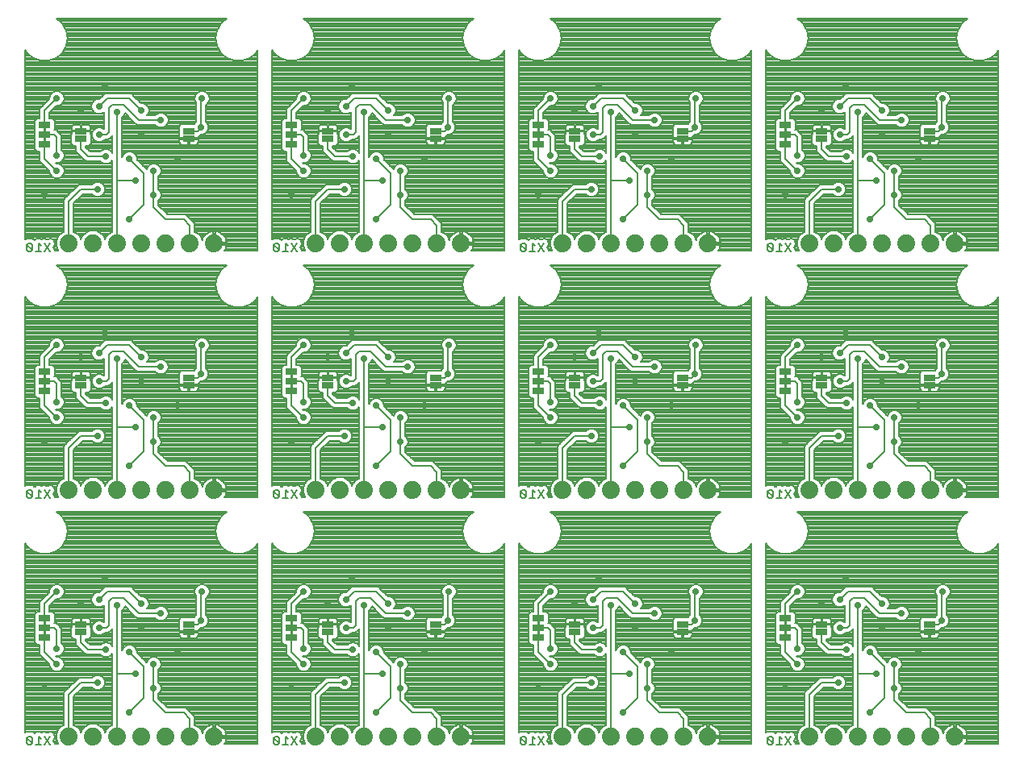
<source format=gbl>
G75*
%MOIN*%
%OFA0B0*%
%FSLAX25Y25*%
%IPPOS*%
%LPD*%
%AMOC8*
5,1,8,0,0,1.08239X$1,22.5*
%
%ADD10C,0.00800*%
%ADD11R,0.05000X0.02500*%
%ADD12C,0.01000*%
%ADD13C,0.07400*%
%ADD14C,0.02900*%
D10*
X0031657Y0070233D02*
X0032725Y0070233D01*
X0033258Y0070767D01*
X0031123Y0072902D01*
X0031123Y0070767D01*
X0031657Y0070233D01*
X0033258Y0070767D02*
X0033258Y0072902D01*
X0032725Y0073436D01*
X0031657Y0073436D01*
X0031123Y0072902D01*
X0030500Y0075107D02*
X0030500Y0153590D01*
X0031266Y0152263D01*
X0033778Y0150155D01*
X0033778Y0150155D01*
X0036860Y0149033D01*
X0040140Y0149033D01*
X0043222Y0150155D01*
X0045734Y0152263D01*
X0045734Y0152263D01*
X0045734Y0152263D01*
X0047374Y0155103D01*
X0047374Y0155103D01*
X0047943Y0158333D01*
X0047374Y0161563D01*
X0045734Y0164403D01*
X0045734Y0164403D01*
X0043434Y0166333D01*
X0113566Y0166333D01*
X0111266Y0164403D01*
X0109626Y0161563D01*
X0109057Y0158333D01*
X0109626Y0155103D01*
X0111266Y0152263D01*
X0113778Y0150155D01*
X0113778Y0150155D01*
X0116860Y0149033D01*
X0120140Y0149033D01*
X0123222Y0150155D01*
X0125734Y0152263D01*
X0125734Y0152263D01*
X0125734Y0152263D01*
X0126500Y0153590D01*
X0126500Y0070333D01*
X0112624Y0070333D01*
X0112862Y0070660D01*
X0113226Y0071376D01*
X0113474Y0072139D01*
X0113600Y0072932D01*
X0113600Y0072933D01*
X0108900Y0072933D01*
X0108900Y0073733D01*
X0113600Y0073733D01*
X0113600Y0073735D01*
X0113474Y0074528D01*
X0113226Y0075291D01*
X0112862Y0076006D01*
X0112390Y0076656D01*
X0111822Y0077223D01*
X0111173Y0077695D01*
X0110458Y0078060D01*
X0109694Y0078308D01*
X0108901Y0078433D01*
X0108900Y0078433D01*
X0108900Y0073733D01*
X0108100Y0073733D01*
X0108100Y0078433D01*
X0108099Y0078433D01*
X0107306Y0078308D01*
X0106542Y0078060D01*
X0105827Y0077695D01*
X0105178Y0077223D01*
X0104610Y0076656D01*
X0104138Y0076006D01*
X0103774Y0075291D01*
X0103621Y0074820D01*
X0102993Y0076336D01*
X0101502Y0077826D01*
X0100500Y0078242D01*
X0100500Y0081662D01*
X0099328Y0082833D01*
X0098000Y0084162D01*
X0096828Y0085333D01*
X0089328Y0085333D01*
X0085500Y0089162D01*
X0085500Y0091020D01*
X0086086Y0091606D01*
X0086550Y0092727D01*
X0086550Y0093940D01*
X0086086Y0095061D01*
X0085500Y0095647D01*
X0085500Y0101020D01*
X0086086Y0101606D01*
X0086550Y0102727D01*
X0086550Y0103940D01*
X0086086Y0105061D01*
X0085228Y0105919D01*
X0084107Y0106383D01*
X0082893Y0106383D01*
X0081772Y0105919D01*
X0080914Y0105061D01*
X0080530Y0104132D01*
X0080328Y0104333D01*
X0076550Y0108112D01*
X0076550Y0108940D01*
X0076086Y0110061D01*
X0075228Y0110919D01*
X0074107Y0111383D01*
X0072893Y0111383D01*
X0071772Y0110919D01*
X0070914Y0110061D01*
X0070500Y0109061D01*
X0070500Y0125620D01*
X0071086Y0126206D01*
X0071550Y0127327D01*
X0071550Y0127455D01*
X0075500Y0123505D01*
X0076672Y0122333D01*
X0084187Y0122333D01*
X0084772Y0121748D01*
X0085893Y0121283D01*
X0087107Y0121283D01*
X0088228Y0121748D01*
X0089086Y0122606D01*
X0089550Y0123727D01*
X0089550Y0124940D01*
X0089086Y0126061D01*
X0088228Y0126919D01*
X0087107Y0127383D01*
X0085893Y0127383D01*
X0084772Y0126919D01*
X0084187Y0126333D01*
X0080813Y0126333D01*
X0081086Y0126606D01*
X0081550Y0127727D01*
X0081550Y0128940D01*
X0081086Y0130061D01*
X0080228Y0130919D01*
X0079107Y0131383D01*
X0078278Y0131383D01*
X0075500Y0134162D01*
X0074328Y0135333D01*
X0063372Y0135333D01*
X0061122Y0133083D01*
X0060293Y0133083D01*
X0059172Y0132619D01*
X0058314Y0131761D01*
X0057850Y0130640D01*
X0057850Y0129427D01*
X0058314Y0128306D01*
X0059172Y0127448D01*
X0060293Y0126983D01*
X0061507Y0126983D01*
X0062628Y0127448D01*
X0063000Y0127820D01*
X0063000Y0120647D01*
X0062728Y0120919D01*
X0061607Y0121383D01*
X0060393Y0121383D01*
X0059272Y0120919D01*
X0058414Y0120061D01*
X0057950Y0118940D01*
X0057950Y0117727D01*
X0058414Y0116606D01*
X0059272Y0115748D01*
X0060393Y0115283D01*
X0061607Y0115283D01*
X0062728Y0115748D01*
X0063313Y0116333D01*
X0064828Y0116333D01*
X0066000Y0117505D01*
X0066500Y0118005D01*
X0066500Y0110785D01*
X0066386Y0111061D01*
X0065528Y0111919D01*
X0064407Y0112383D01*
X0063193Y0112383D01*
X0062072Y0111919D01*
X0061487Y0111333D01*
X0057328Y0111333D01*
X0055500Y0113162D01*
X0055500Y0113883D01*
X0056663Y0113883D01*
X0057600Y0114821D01*
X0057600Y0118646D01*
X0057400Y0118846D01*
X0057400Y0119708D01*
X0053725Y0119708D01*
X0053725Y0120158D01*
X0057400Y0120158D01*
X0057400Y0121368D01*
X0057305Y0121724D01*
X0057120Y0122043D01*
X0056860Y0122304D01*
X0056540Y0122488D01*
X0056184Y0122583D01*
X0053725Y0122583D01*
X0053725Y0120158D01*
X0053275Y0120158D01*
X0053275Y0119708D01*
X0049600Y0119708D01*
X0049600Y0118846D01*
X0049400Y0118646D01*
X0049400Y0114821D01*
X0050337Y0113883D01*
X0051500Y0113883D01*
X0051500Y0111505D01*
X0054500Y0108505D01*
X0055672Y0107333D01*
X0061487Y0107333D01*
X0062072Y0106748D01*
X0063193Y0106283D01*
X0064407Y0106283D01*
X0065528Y0106748D01*
X0066386Y0107606D01*
X0066500Y0107882D01*
X0066500Y0078242D01*
X0065498Y0077826D01*
X0064007Y0076336D01*
X0063500Y0075112D01*
X0062993Y0076336D01*
X0061502Y0077826D01*
X0059554Y0078633D01*
X0057446Y0078633D01*
X0055498Y0077826D01*
X0054007Y0076336D01*
X0053500Y0075112D01*
X0052993Y0076336D01*
X0051502Y0077826D01*
X0050500Y0078242D01*
X0050500Y0090005D01*
X0054328Y0093833D01*
X0058087Y0093833D01*
X0058672Y0093248D01*
X0059793Y0092783D01*
X0061007Y0092783D01*
X0062128Y0093248D01*
X0062986Y0094106D01*
X0063450Y0095227D01*
X0063450Y0096440D01*
X0062986Y0097561D01*
X0062128Y0098419D01*
X0061007Y0098883D01*
X0059793Y0098883D01*
X0058672Y0098419D01*
X0058087Y0097833D01*
X0052672Y0097833D01*
X0046500Y0091662D01*
X0046500Y0078242D01*
X0045498Y0077826D01*
X0044007Y0076336D01*
X0043200Y0074388D01*
X0043200Y0072279D01*
X0044006Y0070333D01*
X0042684Y0070333D01*
X0042748Y0070653D01*
X0041961Y0071835D01*
X0042748Y0073016D01*
X0042423Y0074641D01*
X0041045Y0075560D01*
X0039557Y0075262D01*
X0038069Y0075560D01*
X0037175Y0074963D01*
X0036702Y0075436D01*
X0035046Y0075436D01*
X0034451Y0074842D01*
X0034299Y0074690D01*
X0033553Y0075436D01*
X0030829Y0075436D01*
X0030500Y0075107D01*
X0030500Y0075520D02*
X0038010Y0075520D01*
X0038268Y0075520D02*
X0040846Y0075520D01*
X0041104Y0075520D02*
X0043669Y0075520D01*
X0044000Y0076318D02*
X0030500Y0076318D01*
X0030500Y0077117D02*
X0044788Y0077117D01*
X0045713Y0077915D02*
X0030500Y0077915D01*
X0030500Y0078714D02*
X0046500Y0078714D01*
X0046500Y0079512D02*
X0030500Y0079512D01*
X0030500Y0080311D02*
X0046500Y0080311D01*
X0046500Y0081110D02*
X0030500Y0081110D01*
X0030500Y0081908D02*
X0046500Y0081908D01*
X0046500Y0082707D02*
X0030500Y0082707D01*
X0030500Y0083505D02*
X0046500Y0083505D01*
X0046500Y0084304D02*
X0030500Y0084304D01*
X0030500Y0085102D02*
X0046500Y0085102D01*
X0046500Y0085901D02*
X0030500Y0085901D01*
X0030500Y0086699D02*
X0046500Y0086699D01*
X0046500Y0087498D02*
X0030500Y0087498D01*
X0030500Y0088296D02*
X0046500Y0088296D01*
X0046500Y0089095D02*
X0030500Y0089095D01*
X0030500Y0089893D02*
X0046500Y0089893D01*
X0046500Y0090692D02*
X0030500Y0090692D01*
X0030500Y0091490D02*
X0046500Y0091490D01*
X0047127Y0092289D02*
X0030500Y0092289D01*
X0030500Y0093087D02*
X0047925Y0093087D01*
X0048724Y0093886D02*
X0030500Y0093886D01*
X0030500Y0094684D02*
X0049522Y0094684D01*
X0050321Y0095483D02*
X0030500Y0095483D01*
X0030500Y0096281D02*
X0051119Y0096281D01*
X0051918Y0097080D02*
X0030500Y0097080D01*
X0030500Y0097878D02*
X0058132Y0097878D01*
X0059295Y0098677D02*
X0030500Y0098677D01*
X0030500Y0099475D02*
X0066500Y0099475D01*
X0066500Y0098677D02*
X0061505Y0098677D01*
X0062668Y0097878D02*
X0066500Y0097878D01*
X0066500Y0097080D02*
X0063185Y0097080D01*
X0063450Y0096281D02*
X0066500Y0096281D01*
X0066500Y0095483D02*
X0063450Y0095483D01*
X0063225Y0094684D02*
X0066500Y0094684D01*
X0066500Y0093886D02*
X0062766Y0093886D01*
X0061740Y0093087D02*
X0066500Y0093087D01*
X0066500Y0092289D02*
X0052784Y0092289D01*
X0053582Y0093087D02*
X0059060Y0093087D01*
X0060400Y0095833D02*
X0053500Y0095833D01*
X0048500Y0090833D01*
X0048500Y0073333D01*
X0052212Y0077117D02*
X0054788Y0077117D01*
X0054000Y0076318D02*
X0053000Y0076318D01*
X0053331Y0075520D02*
X0053669Y0075520D01*
X0055713Y0077915D02*
X0051287Y0077915D01*
X0050500Y0078714D02*
X0066500Y0078714D01*
X0066500Y0079512D02*
X0050500Y0079512D01*
X0050500Y0080311D02*
X0066500Y0080311D01*
X0066500Y0081110D02*
X0050500Y0081110D01*
X0050500Y0081908D02*
X0066500Y0081908D01*
X0066500Y0082707D02*
X0050500Y0082707D01*
X0050500Y0083505D02*
X0066500Y0083505D01*
X0066500Y0084304D02*
X0050500Y0084304D01*
X0050500Y0085102D02*
X0066500Y0085102D01*
X0066500Y0085901D02*
X0050500Y0085901D01*
X0050500Y0086699D02*
X0066500Y0086699D01*
X0066500Y0087498D02*
X0050500Y0087498D01*
X0050500Y0088296D02*
X0066500Y0088296D01*
X0066500Y0089095D02*
X0050500Y0089095D01*
X0050500Y0089893D02*
X0066500Y0089893D01*
X0066500Y0090692D02*
X0051187Y0090692D01*
X0051985Y0091490D02*
X0066500Y0091490D01*
X0068500Y0099333D02*
X0076000Y0099333D01*
X0079500Y0102333D02*
X0079500Y0089333D01*
X0073500Y0083333D01*
X0065713Y0077915D02*
X0061287Y0077915D01*
X0062212Y0077117D02*
X0064788Y0077117D01*
X0064000Y0076318D02*
X0063000Y0076318D01*
X0063331Y0075520D02*
X0063669Y0075520D01*
X0068500Y0073333D02*
X0068500Y0099333D01*
X0068500Y0127933D01*
X0070706Y0125826D02*
X0073179Y0125826D01*
X0073977Y0125028D02*
X0070500Y0125028D01*
X0070500Y0124229D02*
X0074776Y0124229D01*
X0075574Y0123431D02*
X0070500Y0123431D01*
X0070500Y0122632D02*
X0076373Y0122632D01*
X0077500Y0124333D02*
X0086500Y0124333D01*
X0089550Y0124229D02*
X0101000Y0124229D01*
X0101000Y0123647D02*
X0100414Y0123061D01*
X0100299Y0122783D01*
X0094837Y0122783D01*
X0093900Y0121846D01*
X0093900Y0118021D01*
X0094100Y0117821D01*
X0094100Y0116958D01*
X0097775Y0116958D01*
X0097775Y0116508D01*
X0098225Y0116508D01*
X0098225Y0114083D01*
X0100684Y0114083D01*
X0101040Y0114179D01*
X0101360Y0114363D01*
X0101620Y0114624D01*
X0101805Y0114943D01*
X0101900Y0115299D01*
X0101900Y0116508D01*
X0098225Y0116508D01*
X0098225Y0116958D01*
X0101900Y0116958D01*
X0101900Y0117821D01*
X0102013Y0117933D01*
X0102428Y0117933D01*
X0102778Y0118283D01*
X0103607Y0118283D01*
X0104728Y0118748D01*
X0105586Y0119606D01*
X0106050Y0120727D01*
X0106050Y0121940D01*
X0105586Y0123061D01*
X0105000Y0123647D01*
X0105000Y0130653D01*
X0105228Y0130748D01*
X0106086Y0131606D01*
X0106550Y0132727D01*
X0106550Y0133940D01*
X0106086Y0135061D01*
X0105228Y0135919D01*
X0104107Y0136383D01*
X0102893Y0136383D01*
X0101772Y0135919D01*
X0100914Y0135061D01*
X0100450Y0133940D01*
X0100450Y0132727D01*
X0100914Y0131606D01*
X0101000Y0131520D01*
X0101000Y0123647D01*
X0100784Y0123431D02*
X0089427Y0123431D01*
X0089097Y0122632D02*
X0094686Y0122632D01*
X0093900Y0121834D02*
X0088314Y0121834D01*
X0089514Y0125028D02*
X0101000Y0125028D01*
X0101000Y0125826D02*
X0089183Y0125826D01*
X0088522Y0126625D02*
X0101000Y0126625D01*
X0101000Y0127423D02*
X0081424Y0127423D01*
X0081550Y0128222D02*
X0101000Y0128222D01*
X0101000Y0129020D02*
X0081517Y0129020D01*
X0081186Y0129819D02*
X0101000Y0129819D01*
X0101000Y0130617D02*
X0080529Y0130617D01*
X0078246Y0131416D02*
X0101000Y0131416D01*
X0100662Y0132214D02*
X0077448Y0132214D01*
X0076649Y0133013D02*
X0100450Y0133013D01*
X0100450Y0133811D02*
X0075850Y0133811D01*
X0075052Y0134610D02*
X0100727Y0134610D01*
X0101262Y0135408D02*
X0045738Y0135408D01*
X0046086Y0135061D02*
X0045228Y0135919D01*
X0044107Y0136383D01*
X0042893Y0136383D01*
X0041772Y0135919D01*
X0040914Y0135061D01*
X0040450Y0133940D01*
X0040450Y0133112D01*
X0036500Y0129162D01*
X0036500Y0125183D01*
X0035337Y0125183D01*
X0034400Y0124246D01*
X0034400Y0120421D01*
X0034487Y0120333D01*
X0034400Y0120246D01*
X0034400Y0116421D01*
X0034487Y0116333D01*
X0034400Y0116246D01*
X0034400Y0112421D01*
X0035337Y0111483D01*
X0036500Y0111483D01*
X0036500Y0107505D01*
X0040450Y0103555D01*
X0040450Y0102727D01*
X0040914Y0101606D01*
X0041772Y0100748D01*
X0042893Y0100283D01*
X0044107Y0100283D01*
X0045228Y0100748D01*
X0046086Y0101606D01*
X0046550Y0102727D01*
X0046550Y0103940D01*
X0046086Y0105061D01*
X0045228Y0105919D01*
X0044107Y0106383D01*
X0043278Y0106383D01*
X0042868Y0106794D01*
X0042893Y0106783D01*
X0044107Y0106783D01*
X0045228Y0107248D01*
X0046086Y0108106D01*
X0046550Y0109227D01*
X0046550Y0110440D01*
X0046086Y0111561D01*
X0045500Y0112147D01*
X0045500Y0118162D01*
X0043328Y0120333D01*
X0042513Y0120333D01*
X0042600Y0120421D01*
X0042600Y0124246D01*
X0041663Y0125183D01*
X0040500Y0125183D01*
X0040500Y0127505D01*
X0043278Y0130283D01*
X0044107Y0130283D01*
X0045228Y0130748D01*
X0046086Y0131606D01*
X0046550Y0132727D01*
X0046550Y0133940D01*
X0046086Y0135061D01*
X0046273Y0134610D02*
X0062648Y0134610D01*
X0061850Y0133811D02*
X0046550Y0133811D01*
X0046550Y0133013D02*
X0060123Y0133013D01*
X0058768Y0132214D02*
X0046338Y0132214D01*
X0045896Y0131416D02*
X0058171Y0131416D01*
X0057850Y0130617D02*
X0044913Y0130617D01*
X0042814Y0129819D02*
X0057850Y0129819D01*
X0058018Y0129020D02*
X0042015Y0129020D01*
X0041217Y0128222D02*
X0058398Y0128222D01*
X0059231Y0127423D02*
X0040500Y0127423D01*
X0040500Y0126625D02*
X0063000Y0126625D01*
X0063000Y0127423D02*
X0062569Y0127423D01*
X0063000Y0125826D02*
X0040500Y0125826D01*
X0041818Y0125028D02*
X0063000Y0125028D01*
X0063000Y0124229D02*
X0042600Y0124229D01*
X0042600Y0123431D02*
X0063000Y0123431D01*
X0063000Y0122632D02*
X0042600Y0122632D01*
X0042600Y0121834D02*
X0049759Y0121834D01*
X0049695Y0121724D02*
X0049600Y0121368D01*
X0049600Y0120158D01*
X0053275Y0120158D01*
X0053275Y0122583D01*
X0050816Y0122583D01*
X0050460Y0122488D01*
X0050140Y0122304D01*
X0049880Y0122043D01*
X0049695Y0121724D01*
X0049600Y0121035D02*
X0042600Y0121035D01*
X0043425Y0120237D02*
X0049600Y0120237D01*
X0049600Y0119438D02*
X0044224Y0119438D01*
X0045022Y0118640D02*
X0049400Y0118640D01*
X0049400Y0117841D02*
X0045500Y0117841D01*
X0045500Y0117043D02*
X0049400Y0117043D01*
X0049400Y0116244D02*
X0045500Y0116244D01*
X0045500Y0115445D02*
X0049400Y0115445D01*
X0049574Y0114647D02*
X0045500Y0114647D01*
X0045500Y0113848D02*
X0051500Y0113848D01*
X0051500Y0113050D02*
X0045500Y0113050D01*
X0045500Y0112251D02*
X0051500Y0112251D01*
X0051552Y0111453D02*
X0046130Y0111453D01*
X0046461Y0110654D02*
X0052350Y0110654D01*
X0053149Y0109856D02*
X0046550Y0109856D01*
X0046480Y0109057D02*
X0053947Y0109057D01*
X0054746Y0108259D02*
X0046149Y0108259D01*
X0045440Y0107460D02*
X0055545Y0107460D01*
X0056500Y0109333D02*
X0053500Y0112333D01*
X0053500Y0116733D01*
X0055500Y0113848D02*
X0066500Y0113848D01*
X0066500Y0113050D02*
X0055612Y0113050D01*
X0056410Y0112251D02*
X0062875Y0112251D01*
X0061606Y0111453D02*
X0057209Y0111453D01*
X0056500Y0109333D02*
X0063800Y0109333D01*
X0065994Y0111453D02*
X0066500Y0111453D01*
X0066500Y0112251D02*
X0064725Y0112251D01*
X0066500Y0114647D02*
X0057426Y0114647D01*
X0057600Y0115445D02*
X0060002Y0115445D01*
X0058776Y0116244D02*
X0057600Y0116244D01*
X0057600Y0117043D02*
X0058233Y0117043D01*
X0057950Y0117841D02*
X0057600Y0117841D01*
X0057600Y0118640D02*
X0057950Y0118640D01*
X0058156Y0119438D02*
X0057400Y0119438D01*
X0057400Y0120237D02*
X0058590Y0120237D01*
X0059553Y0121035D02*
X0057400Y0121035D01*
X0057241Y0121834D02*
X0063000Y0121834D01*
X0063000Y0121035D02*
X0062447Y0121035D01*
X0061000Y0118333D02*
X0064000Y0118333D01*
X0065000Y0119333D01*
X0065000Y0129333D01*
X0066500Y0130833D01*
X0071000Y0130833D01*
X0077500Y0124333D01*
X0078500Y0128333D02*
X0073500Y0133333D01*
X0064200Y0133333D01*
X0060900Y0130033D01*
X0071259Y0126625D02*
X0072380Y0126625D01*
X0071582Y0127423D02*
X0071550Y0127423D01*
X0070500Y0121834D02*
X0084686Y0121834D01*
X0084478Y0126625D02*
X0081094Y0126625D01*
X0070500Y0121035D02*
X0093900Y0121035D01*
X0093900Y0120237D02*
X0070500Y0120237D01*
X0070500Y0119438D02*
X0093900Y0119438D01*
X0093900Y0118640D02*
X0070500Y0118640D01*
X0070500Y0117841D02*
X0094080Y0117841D01*
X0094100Y0117043D02*
X0070500Y0117043D01*
X0070500Y0116244D02*
X0094100Y0116244D01*
X0094100Y0116508D02*
X0094100Y0115299D01*
X0094195Y0114943D01*
X0094380Y0114624D01*
X0094640Y0114363D01*
X0094960Y0114179D01*
X0095316Y0114083D01*
X0097775Y0114083D01*
X0097775Y0116508D01*
X0094100Y0116508D01*
X0094100Y0115445D02*
X0070500Y0115445D01*
X0070500Y0114647D02*
X0094366Y0114647D01*
X0097775Y0114647D02*
X0098225Y0114647D01*
X0098225Y0115445D02*
X0097775Y0115445D01*
X0097775Y0116244D02*
X0098225Y0116244D01*
X0101900Y0116244D02*
X0126500Y0116244D01*
X0126500Y0115445D02*
X0101900Y0115445D01*
X0101634Y0114647D02*
X0126500Y0114647D01*
X0126500Y0113848D02*
X0070500Y0113848D01*
X0070500Y0113050D02*
X0126500Y0113050D01*
X0126500Y0112251D02*
X0070500Y0112251D01*
X0070500Y0111453D02*
X0126500Y0111453D01*
X0126500Y0110654D02*
X0075492Y0110654D01*
X0076171Y0109856D02*
X0126500Y0109856D01*
X0126500Y0109057D02*
X0076501Y0109057D01*
X0076550Y0108259D02*
X0126500Y0108259D01*
X0126500Y0107460D02*
X0077201Y0107460D01*
X0078000Y0106662D02*
X0126500Y0106662D01*
X0126500Y0105863D02*
X0085283Y0105863D01*
X0086082Y0105065D02*
X0126500Y0105065D01*
X0126500Y0104266D02*
X0086415Y0104266D01*
X0086550Y0103468D02*
X0126500Y0103468D01*
X0126500Y0102669D02*
X0086526Y0102669D01*
X0086195Y0101871D02*
X0126500Y0101871D01*
X0126500Y0101072D02*
X0085552Y0101072D01*
X0085500Y0100274D02*
X0126500Y0100274D01*
X0126500Y0099475D02*
X0085500Y0099475D01*
X0085500Y0098677D02*
X0126500Y0098677D01*
X0126500Y0097878D02*
X0085500Y0097878D01*
X0085500Y0097080D02*
X0126500Y0097080D01*
X0126500Y0096281D02*
X0085500Y0096281D01*
X0085664Y0095483D02*
X0126500Y0095483D01*
X0126500Y0094684D02*
X0086242Y0094684D01*
X0086550Y0093886D02*
X0126500Y0093886D01*
X0126500Y0093087D02*
X0086550Y0093087D01*
X0086369Y0092289D02*
X0126500Y0092289D01*
X0126500Y0091490D02*
X0085970Y0091490D01*
X0085500Y0090692D02*
X0126500Y0090692D01*
X0126500Y0089893D02*
X0085500Y0089893D01*
X0085567Y0089095D02*
X0126500Y0089095D01*
X0126500Y0088296D02*
X0086366Y0088296D01*
X0087164Y0087498D02*
X0126500Y0087498D01*
X0126500Y0086699D02*
X0087963Y0086699D01*
X0088761Y0085901D02*
X0126500Y0085901D01*
X0126500Y0085102D02*
X0097060Y0085102D01*
X0097858Y0084304D02*
X0126500Y0084304D01*
X0126500Y0083505D02*
X0098657Y0083505D01*
X0099455Y0082707D02*
X0126500Y0082707D01*
X0126500Y0081908D02*
X0100254Y0081908D01*
X0100500Y0081110D02*
X0126500Y0081110D01*
X0126500Y0080311D02*
X0100500Y0080311D01*
X0100500Y0079512D02*
X0126500Y0079512D01*
X0126500Y0078714D02*
X0100500Y0078714D01*
X0101287Y0077915D02*
X0106259Y0077915D01*
X0105071Y0077117D02*
X0102212Y0077117D01*
X0103000Y0076318D02*
X0104365Y0076318D01*
X0103890Y0075520D02*
X0103331Y0075520D01*
X0108100Y0075520D02*
X0108900Y0075520D01*
X0108900Y0076318D02*
X0108100Y0076318D01*
X0108100Y0077117D02*
X0108900Y0077117D01*
X0108900Y0077915D02*
X0108100Y0077915D01*
X0110741Y0077915D02*
X0126500Y0077915D01*
X0126500Y0077117D02*
X0111929Y0077117D01*
X0112635Y0076318D02*
X0126500Y0076318D01*
X0126500Y0075520D02*
X0113110Y0075520D01*
X0113411Y0074721D02*
X0126500Y0074721D01*
X0126500Y0073923D02*
X0113570Y0073923D01*
X0113504Y0072326D02*
X0126500Y0072326D01*
X0126500Y0073124D02*
X0108900Y0073124D01*
X0108900Y0073923D02*
X0108100Y0073923D01*
X0108100Y0074721D02*
X0108900Y0074721D01*
X0113276Y0071527D02*
X0126500Y0071527D01*
X0126500Y0070729D02*
X0112897Y0070729D01*
X0098500Y0073333D02*
X0098500Y0080833D01*
X0096000Y0083333D01*
X0088500Y0083333D01*
X0083500Y0088333D01*
X0083500Y0093333D01*
X0083500Y0103333D01*
X0080585Y0104266D02*
X0080395Y0104266D01*
X0080918Y0105065D02*
X0079597Y0105065D01*
X0078798Y0105863D02*
X0081717Y0105863D01*
X0079500Y0102333D02*
X0073500Y0108333D01*
X0071508Y0110654D02*
X0070500Y0110654D01*
X0070500Y0109856D02*
X0070829Y0109856D01*
X0066500Y0107460D02*
X0066240Y0107460D01*
X0066500Y0106662D02*
X0065321Y0106662D01*
X0066500Y0105863D02*
X0045283Y0105863D01*
X0046082Y0105065D02*
X0066500Y0105065D01*
X0066500Y0104266D02*
X0046415Y0104266D01*
X0046550Y0103468D02*
X0066500Y0103468D01*
X0066500Y0102669D02*
X0046526Y0102669D01*
X0046195Y0101871D02*
X0066500Y0101871D01*
X0066500Y0101072D02*
X0045552Y0101072D01*
X0043500Y0103333D02*
X0038500Y0108333D01*
X0038500Y0114333D01*
X0036500Y0111453D02*
X0030500Y0111453D01*
X0030500Y0112251D02*
X0034569Y0112251D01*
X0034400Y0113050D02*
X0030500Y0113050D01*
X0030500Y0113848D02*
X0034400Y0113848D01*
X0034400Y0114647D02*
X0030500Y0114647D01*
X0030500Y0115445D02*
X0034400Y0115445D01*
X0034400Y0116244D02*
X0030500Y0116244D01*
X0030500Y0117043D02*
X0034400Y0117043D01*
X0034400Y0117841D02*
X0030500Y0117841D01*
X0030500Y0118640D02*
X0034400Y0118640D01*
X0034400Y0119438D02*
X0030500Y0119438D01*
X0030500Y0120237D02*
X0034400Y0120237D01*
X0034400Y0121035D02*
X0030500Y0121035D01*
X0030500Y0121834D02*
X0034400Y0121834D01*
X0034400Y0122632D02*
X0030500Y0122632D01*
X0030500Y0123431D02*
X0034400Y0123431D01*
X0034400Y0124229D02*
X0030500Y0124229D01*
X0030500Y0125028D02*
X0035182Y0125028D01*
X0036500Y0125826D02*
X0030500Y0125826D01*
X0030500Y0126625D02*
X0036500Y0126625D01*
X0036500Y0127423D02*
X0030500Y0127423D01*
X0030500Y0128222D02*
X0036500Y0128222D01*
X0036500Y0129020D02*
X0030500Y0129020D01*
X0030500Y0129819D02*
X0037157Y0129819D01*
X0037955Y0130617D02*
X0030500Y0130617D01*
X0030500Y0131416D02*
X0038754Y0131416D01*
X0039552Y0132214D02*
X0030500Y0132214D01*
X0030500Y0133013D02*
X0040351Y0133013D01*
X0040450Y0133811D02*
X0030500Y0133811D01*
X0030500Y0134610D02*
X0040727Y0134610D01*
X0041262Y0135408D02*
X0030500Y0135408D01*
X0030500Y0136207D02*
X0042467Y0136207D01*
X0044533Y0136207D02*
X0102467Y0136207D01*
X0104533Y0136207D02*
X0126500Y0136207D01*
X0126500Y0137005D02*
X0030500Y0137005D01*
X0030500Y0137804D02*
X0126500Y0137804D01*
X0126500Y0138602D02*
X0030500Y0138602D01*
X0030500Y0139401D02*
X0126500Y0139401D01*
X0126500Y0140199D02*
X0030500Y0140199D01*
X0030500Y0140998D02*
X0126500Y0140998D01*
X0126500Y0141796D02*
X0030500Y0141796D01*
X0030500Y0142595D02*
X0126500Y0142595D01*
X0126500Y0143393D02*
X0030500Y0143393D01*
X0030500Y0144192D02*
X0126500Y0144192D01*
X0126500Y0144990D02*
X0030500Y0144990D01*
X0030500Y0145789D02*
X0126500Y0145789D01*
X0126500Y0146587D02*
X0030500Y0146587D01*
X0030500Y0147386D02*
X0126500Y0147386D01*
X0126500Y0148184D02*
X0030500Y0148184D01*
X0030500Y0148983D02*
X0126500Y0148983D01*
X0126500Y0149781D02*
X0122195Y0149781D01*
X0123222Y0150155D02*
X0123222Y0150155D01*
X0123728Y0150580D02*
X0126500Y0150580D01*
X0126500Y0151379D02*
X0124680Y0151379D01*
X0125631Y0152177D02*
X0126500Y0152177D01*
X0126500Y0152976D02*
X0126145Y0152976D01*
X0132500Y0152976D02*
X0132855Y0152976D01*
X0132500Y0153590D02*
X0133266Y0152263D01*
X0135778Y0150155D01*
X0135778Y0150155D01*
X0138860Y0149033D01*
X0142140Y0149033D01*
X0145222Y0150155D01*
X0147734Y0152263D01*
X0147734Y0152263D01*
X0147734Y0152263D01*
X0149374Y0155103D01*
X0149374Y0155103D01*
X0149943Y0158333D01*
X0149374Y0161563D01*
X0149374Y0161563D01*
X0147734Y0164403D01*
X0147734Y0164403D01*
X0145434Y0166333D01*
X0215566Y0166333D01*
X0213266Y0164403D01*
X0211626Y0161563D01*
X0211057Y0158333D01*
X0211626Y0155103D01*
X0213266Y0152263D01*
X0215778Y0150155D01*
X0215778Y0150155D01*
X0218860Y0149033D01*
X0222140Y0149033D01*
X0225222Y0150155D01*
X0227734Y0152263D01*
X0227734Y0152263D01*
X0227734Y0152263D01*
X0228500Y0153590D01*
X0228500Y0070333D01*
X0214624Y0070333D01*
X0214862Y0070660D01*
X0215226Y0071376D01*
X0215474Y0072139D01*
X0215600Y0072932D01*
X0215600Y0072933D01*
X0210900Y0072933D01*
X0210900Y0073733D01*
X0215600Y0073733D01*
X0215600Y0073735D01*
X0215474Y0074528D01*
X0215226Y0075291D01*
X0214862Y0076006D01*
X0214390Y0076656D01*
X0213822Y0077223D01*
X0213173Y0077695D01*
X0212458Y0078060D01*
X0211694Y0078308D01*
X0210901Y0078433D01*
X0210900Y0078433D01*
X0210900Y0073733D01*
X0210100Y0073733D01*
X0210100Y0078433D01*
X0210099Y0078433D01*
X0209306Y0078308D01*
X0208542Y0078060D01*
X0207827Y0077695D01*
X0207178Y0077223D01*
X0206610Y0076656D01*
X0206138Y0076006D01*
X0205774Y0075291D01*
X0205621Y0074820D01*
X0204993Y0076336D01*
X0203502Y0077826D01*
X0202500Y0078242D01*
X0202500Y0081662D01*
X0201328Y0082833D01*
X0200000Y0084162D01*
X0198828Y0085333D01*
X0191328Y0085333D01*
X0187500Y0089162D01*
X0187500Y0091020D01*
X0188086Y0091606D01*
X0188550Y0092727D01*
X0188550Y0093940D01*
X0188086Y0095061D01*
X0187500Y0095647D01*
X0187500Y0101020D01*
X0188086Y0101606D01*
X0188550Y0102727D01*
X0188550Y0103940D01*
X0188086Y0105061D01*
X0187228Y0105919D01*
X0186107Y0106383D01*
X0184893Y0106383D01*
X0183772Y0105919D01*
X0182914Y0105061D01*
X0182530Y0104132D01*
X0182328Y0104333D01*
X0178550Y0108112D01*
X0178550Y0108940D01*
X0178086Y0110061D01*
X0177228Y0110919D01*
X0176107Y0111383D01*
X0174893Y0111383D01*
X0173772Y0110919D01*
X0172914Y0110061D01*
X0172500Y0109061D01*
X0172500Y0125620D01*
X0173086Y0126206D01*
X0173550Y0127327D01*
X0173550Y0127455D01*
X0177500Y0123505D01*
X0177500Y0123505D01*
X0178672Y0122333D01*
X0186187Y0122333D01*
X0186772Y0121748D01*
X0187893Y0121283D01*
X0189107Y0121283D01*
X0190228Y0121748D01*
X0191086Y0122606D01*
X0191550Y0123727D01*
X0191550Y0124940D01*
X0191086Y0126061D01*
X0190228Y0126919D01*
X0189107Y0127383D01*
X0187893Y0127383D01*
X0186772Y0126919D01*
X0186187Y0126333D01*
X0182813Y0126333D01*
X0183086Y0126606D01*
X0183550Y0127727D01*
X0183550Y0128940D01*
X0183086Y0130061D01*
X0182228Y0130919D01*
X0181107Y0131383D01*
X0180278Y0131383D01*
X0177500Y0134162D01*
X0176328Y0135333D01*
X0165372Y0135333D01*
X0163122Y0133083D01*
X0162293Y0133083D01*
X0161172Y0132619D01*
X0160314Y0131761D01*
X0159850Y0130640D01*
X0159850Y0129427D01*
X0160314Y0128306D01*
X0161172Y0127448D01*
X0162293Y0126983D01*
X0163507Y0126983D01*
X0164628Y0127448D01*
X0165000Y0127820D01*
X0165000Y0120647D01*
X0164728Y0120919D01*
X0163607Y0121383D01*
X0162393Y0121383D01*
X0161272Y0120919D01*
X0160414Y0120061D01*
X0159950Y0118940D01*
X0159950Y0117727D01*
X0160414Y0116606D01*
X0161272Y0115748D01*
X0162393Y0115283D01*
X0163607Y0115283D01*
X0164728Y0115748D01*
X0165313Y0116333D01*
X0166828Y0116333D01*
X0168000Y0117505D01*
X0168500Y0118005D01*
X0168500Y0110785D01*
X0168386Y0111061D01*
X0167528Y0111919D01*
X0166407Y0112383D01*
X0165193Y0112383D01*
X0164072Y0111919D01*
X0163487Y0111333D01*
X0159328Y0111333D01*
X0157500Y0113162D01*
X0157500Y0113883D01*
X0158663Y0113883D01*
X0159600Y0114821D01*
X0159600Y0118646D01*
X0159400Y0118846D01*
X0159400Y0119708D01*
X0155725Y0119708D01*
X0155725Y0120158D01*
X0159400Y0120158D01*
X0159400Y0121368D01*
X0159305Y0121724D01*
X0159120Y0122043D01*
X0158860Y0122304D01*
X0158540Y0122488D01*
X0158184Y0122583D01*
X0155725Y0122583D01*
X0155725Y0120158D01*
X0155275Y0120158D01*
X0155275Y0119708D01*
X0151600Y0119708D01*
X0151600Y0118846D01*
X0151400Y0118646D01*
X0151400Y0114821D01*
X0152337Y0113883D01*
X0153500Y0113883D01*
X0153500Y0111505D01*
X0156500Y0108505D01*
X0157672Y0107333D01*
X0163487Y0107333D01*
X0164072Y0106748D01*
X0165193Y0106283D01*
X0166407Y0106283D01*
X0167528Y0106748D01*
X0168386Y0107606D01*
X0168500Y0107882D01*
X0168500Y0078242D01*
X0167498Y0077826D01*
X0166007Y0076336D01*
X0165500Y0075112D01*
X0164993Y0076336D01*
X0163502Y0077826D01*
X0161554Y0078633D01*
X0159446Y0078633D01*
X0157498Y0077826D01*
X0156007Y0076336D01*
X0155500Y0075112D01*
X0154993Y0076336D01*
X0153502Y0077826D01*
X0152500Y0078242D01*
X0152500Y0090005D01*
X0156328Y0093833D01*
X0160087Y0093833D01*
X0160672Y0093248D01*
X0161793Y0092783D01*
X0163007Y0092783D01*
X0164128Y0093248D01*
X0164986Y0094106D01*
X0165450Y0095227D01*
X0165450Y0096440D01*
X0164986Y0097561D01*
X0164128Y0098419D01*
X0163007Y0098883D01*
X0161793Y0098883D01*
X0160672Y0098419D01*
X0160087Y0097833D01*
X0154672Y0097833D01*
X0148500Y0091662D01*
X0148500Y0078242D01*
X0147498Y0077826D01*
X0146007Y0076336D01*
X0145200Y0074388D01*
X0145200Y0072279D01*
X0146006Y0070333D01*
X0144684Y0070333D01*
X0144748Y0070653D01*
X0143961Y0071835D01*
X0144748Y0073016D01*
X0144423Y0074641D01*
X0143045Y0075560D01*
X0141557Y0075262D01*
X0140069Y0075560D01*
X0139175Y0074963D01*
X0138702Y0075436D01*
X0137046Y0075436D01*
X0136451Y0074842D01*
X0136299Y0074690D01*
X0135553Y0075436D01*
X0132829Y0075436D01*
X0132500Y0075107D01*
X0132500Y0153590D01*
X0132500Y0152177D02*
X0133369Y0152177D01*
X0133266Y0152263D02*
X0133266Y0152263D01*
X0132500Y0151379D02*
X0134320Y0151379D01*
X0135272Y0150580D02*
X0132500Y0150580D01*
X0132500Y0149781D02*
X0136805Y0149781D01*
X0132500Y0148983D02*
X0228500Y0148983D01*
X0228500Y0149781D02*
X0224195Y0149781D01*
X0225222Y0150155D02*
X0225222Y0150155D01*
X0225728Y0150580D02*
X0228500Y0150580D01*
X0228500Y0151379D02*
X0226680Y0151379D01*
X0227631Y0152177D02*
X0228500Y0152177D01*
X0228500Y0152976D02*
X0228145Y0152976D01*
X0228500Y0148184D02*
X0132500Y0148184D01*
X0132500Y0147386D02*
X0228500Y0147386D01*
X0228500Y0146587D02*
X0132500Y0146587D01*
X0132500Y0145789D02*
X0228500Y0145789D01*
X0228500Y0144990D02*
X0132500Y0144990D01*
X0132500Y0144192D02*
X0228500Y0144192D01*
X0228500Y0143393D02*
X0132500Y0143393D01*
X0132500Y0142595D02*
X0228500Y0142595D01*
X0228500Y0141796D02*
X0132500Y0141796D01*
X0132500Y0140998D02*
X0228500Y0140998D01*
X0228500Y0140199D02*
X0132500Y0140199D01*
X0132500Y0139401D02*
X0228500Y0139401D01*
X0228500Y0138602D02*
X0132500Y0138602D01*
X0132500Y0137804D02*
X0228500Y0137804D01*
X0228500Y0137005D02*
X0132500Y0137005D01*
X0132500Y0136207D02*
X0144467Y0136207D01*
X0144893Y0136383D02*
X0143772Y0135919D01*
X0142914Y0135061D01*
X0142450Y0133940D01*
X0142450Y0133112D01*
X0138500Y0129162D01*
X0138500Y0125183D01*
X0137337Y0125183D01*
X0136400Y0124246D01*
X0136400Y0120421D01*
X0136487Y0120333D01*
X0136400Y0120246D01*
X0136400Y0116421D01*
X0136487Y0116333D01*
X0136400Y0116246D01*
X0136400Y0112421D01*
X0137337Y0111483D01*
X0138500Y0111483D01*
X0138500Y0107505D01*
X0142450Y0103555D01*
X0142450Y0102727D01*
X0142914Y0101606D01*
X0143772Y0100748D01*
X0144893Y0100283D01*
X0146107Y0100283D01*
X0147228Y0100748D01*
X0148086Y0101606D01*
X0148550Y0102727D01*
X0148550Y0103940D01*
X0148086Y0105061D01*
X0147228Y0105919D01*
X0146107Y0106383D01*
X0145278Y0106383D01*
X0144868Y0106794D01*
X0144893Y0106783D01*
X0146107Y0106783D01*
X0147228Y0107248D01*
X0148086Y0108106D01*
X0148550Y0109227D01*
X0148550Y0110440D01*
X0148086Y0111561D01*
X0147500Y0112147D01*
X0147500Y0118162D01*
X0146500Y0119162D01*
X0145328Y0120333D01*
X0144513Y0120333D01*
X0144600Y0120421D01*
X0144600Y0124246D01*
X0143663Y0125183D01*
X0142500Y0125183D01*
X0142500Y0127505D01*
X0145278Y0130283D01*
X0146107Y0130283D01*
X0147228Y0130748D01*
X0148086Y0131606D01*
X0148550Y0132727D01*
X0148550Y0133940D01*
X0148086Y0135061D01*
X0147228Y0135919D01*
X0146107Y0136383D01*
X0144893Y0136383D01*
X0146533Y0136207D02*
X0204467Y0136207D01*
X0204893Y0136383D02*
X0203772Y0135919D01*
X0202914Y0135061D01*
X0202450Y0133940D01*
X0202450Y0132727D01*
X0202914Y0131606D01*
X0203000Y0131520D01*
X0203000Y0123647D01*
X0202414Y0123061D01*
X0202299Y0122783D01*
X0196837Y0122783D01*
X0195900Y0121846D01*
X0195900Y0118021D01*
X0196100Y0117821D01*
X0196100Y0116958D01*
X0199775Y0116958D01*
X0199775Y0116508D01*
X0200225Y0116508D01*
X0200225Y0114083D01*
X0202684Y0114083D01*
X0203040Y0114179D01*
X0203360Y0114363D01*
X0203620Y0114624D01*
X0203805Y0114943D01*
X0203900Y0115299D01*
X0203900Y0116508D01*
X0200225Y0116508D01*
X0200225Y0116958D01*
X0203900Y0116958D01*
X0203900Y0117821D01*
X0204013Y0117933D01*
X0204428Y0117933D01*
X0204778Y0118283D01*
X0205607Y0118283D01*
X0206728Y0118748D01*
X0207586Y0119606D01*
X0208050Y0120727D01*
X0208050Y0121940D01*
X0207586Y0123061D01*
X0207000Y0123647D01*
X0207000Y0130653D01*
X0207228Y0130748D01*
X0208086Y0131606D01*
X0208550Y0132727D01*
X0208550Y0133940D01*
X0208086Y0135061D01*
X0207228Y0135919D01*
X0206107Y0136383D01*
X0204893Y0136383D01*
X0206533Y0136207D02*
X0228500Y0136207D01*
X0228500Y0135408D02*
X0207738Y0135408D01*
X0208273Y0134610D02*
X0228500Y0134610D01*
X0228500Y0133811D02*
X0208550Y0133811D01*
X0208550Y0133013D02*
X0228500Y0133013D01*
X0228500Y0132214D02*
X0208338Y0132214D01*
X0207896Y0131416D02*
X0228500Y0131416D01*
X0228500Y0130617D02*
X0207000Y0130617D01*
X0207000Y0129819D02*
X0228500Y0129819D01*
X0228500Y0129020D02*
X0207000Y0129020D01*
X0207000Y0128222D02*
X0228500Y0128222D01*
X0228500Y0127423D02*
X0207000Y0127423D01*
X0207000Y0126625D02*
X0228500Y0126625D01*
X0228500Y0125826D02*
X0207000Y0125826D01*
X0207000Y0125028D02*
X0228500Y0125028D01*
X0228500Y0124229D02*
X0207000Y0124229D01*
X0207216Y0123431D02*
X0228500Y0123431D01*
X0228500Y0122632D02*
X0207763Y0122632D01*
X0208050Y0121834D02*
X0228500Y0121834D01*
X0228500Y0121035D02*
X0208050Y0121035D01*
X0207847Y0120237D02*
X0228500Y0120237D01*
X0228500Y0119438D02*
X0207418Y0119438D01*
X0206467Y0118640D02*
X0228500Y0118640D01*
X0228500Y0117841D02*
X0203920Y0117841D01*
X0203900Y0117043D02*
X0228500Y0117043D01*
X0228500Y0116244D02*
X0203900Y0116244D01*
X0203900Y0115445D02*
X0228500Y0115445D01*
X0228500Y0114647D02*
X0203634Y0114647D01*
X0200225Y0114647D02*
X0199775Y0114647D01*
X0199775Y0114083D02*
X0199775Y0116508D01*
X0196100Y0116508D01*
X0196100Y0115299D01*
X0196195Y0114943D01*
X0196380Y0114624D01*
X0196640Y0114363D01*
X0196960Y0114179D01*
X0197316Y0114083D01*
X0199775Y0114083D01*
X0199775Y0115445D02*
X0200225Y0115445D01*
X0200225Y0116244D02*
X0199775Y0116244D01*
X0196100Y0116244D02*
X0172500Y0116244D01*
X0172500Y0115445D02*
X0196100Y0115445D01*
X0196366Y0114647D02*
X0172500Y0114647D01*
X0172500Y0113848D02*
X0228500Y0113848D01*
X0228500Y0113050D02*
X0172500Y0113050D01*
X0172500Y0112251D02*
X0228500Y0112251D01*
X0228500Y0111453D02*
X0172500Y0111453D01*
X0172500Y0110654D02*
X0173508Y0110654D01*
X0172829Y0109856D02*
X0172500Y0109856D01*
X0175500Y0108333D02*
X0181500Y0102333D01*
X0181500Y0089333D01*
X0175500Y0083333D01*
X0168500Y0083505D02*
X0152500Y0083505D01*
X0152500Y0082707D02*
X0168500Y0082707D01*
X0168500Y0081908D02*
X0152500Y0081908D01*
X0152500Y0081110D02*
X0168500Y0081110D01*
X0168500Y0080311D02*
X0152500Y0080311D01*
X0152500Y0079512D02*
X0168500Y0079512D01*
X0168500Y0078714D02*
X0152500Y0078714D01*
X0153287Y0077915D02*
X0157713Y0077915D01*
X0156788Y0077117D02*
X0154212Y0077117D01*
X0155000Y0076318D02*
X0156000Y0076318D01*
X0155669Y0075520D02*
X0155331Y0075520D01*
X0150500Y0073333D02*
X0150500Y0090833D01*
X0155500Y0095833D01*
X0162400Y0095833D01*
X0165225Y0094684D02*
X0168500Y0094684D01*
X0168500Y0093886D02*
X0164766Y0093886D01*
X0163740Y0093087D02*
X0168500Y0093087D01*
X0168500Y0092289D02*
X0154784Y0092289D01*
X0155582Y0093087D02*
X0161060Y0093087D01*
X0160132Y0097878D02*
X0132500Y0097878D01*
X0132500Y0097080D02*
X0153918Y0097080D01*
X0153119Y0096281D02*
X0132500Y0096281D01*
X0132500Y0095483D02*
X0152321Y0095483D01*
X0151522Y0094684D02*
X0132500Y0094684D01*
X0132500Y0093886D02*
X0150724Y0093886D01*
X0149925Y0093087D02*
X0132500Y0093087D01*
X0132500Y0092289D02*
X0149127Y0092289D01*
X0148500Y0091490D02*
X0132500Y0091490D01*
X0132500Y0090692D02*
X0148500Y0090692D01*
X0148500Y0089893D02*
X0132500Y0089893D01*
X0132500Y0089095D02*
X0148500Y0089095D01*
X0148500Y0088296D02*
X0132500Y0088296D01*
X0132500Y0087498D02*
X0148500Y0087498D01*
X0148500Y0086699D02*
X0132500Y0086699D01*
X0132500Y0085901D02*
X0148500Y0085901D01*
X0148500Y0085102D02*
X0132500Y0085102D01*
X0132500Y0084304D02*
X0148500Y0084304D01*
X0148500Y0083505D02*
X0132500Y0083505D01*
X0132500Y0082707D02*
X0148500Y0082707D01*
X0148500Y0081908D02*
X0132500Y0081908D01*
X0132500Y0081110D02*
X0148500Y0081110D01*
X0148500Y0080311D02*
X0132500Y0080311D01*
X0132500Y0079512D02*
X0148500Y0079512D01*
X0148500Y0078714D02*
X0132500Y0078714D01*
X0132500Y0077915D02*
X0147713Y0077915D01*
X0146788Y0077117D02*
X0132500Y0077117D01*
X0132500Y0076318D02*
X0146000Y0076318D01*
X0145669Y0075520D02*
X0143104Y0075520D01*
X0142846Y0075520D02*
X0140268Y0075520D01*
X0140010Y0075520D02*
X0132500Y0075520D01*
X0133657Y0073436D02*
X0133123Y0072902D01*
X0135258Y0070767D01*
X0134725Y0070233D01*
X0133657Y0070233D01*
X0133123Y0070767D01*
X0133123Y0072902D01*
X0133657Y0073436D02*
X0134725Y0073436D01*
X0135258Y0072902D01*
X0135258Y0070767D01*
X0136806Y0070233D02*
X0138942Y0070233D01*
X0137874Y0070233D02*
X0137874Y0073436D01*
X0138942Y0072368D01*
X0140490Y0073436D02*
X0142625Y0070233D01*
X0144166Y0071527D02*
X0145511Y0071527D01*
X0145200Y0072326D02*
X0144288Y0072326D01*
X0144727Y0073124D02*
X0145200Y0073124D01*
X0145200Y0073923D02*
X0144567Y0073923D01*
X0144302Y0074721D02*
X0145338Y0074721D01*
X0142625Y0073436D02*
X0140490Y0070233D01*
X0144698Y0070729D02*
X0145842Y0070729D01*
X0136331Y0074721D02*
X0136268Y0074721D01*
X0152500Y0084304D02*
X0168500Y0084304D01*
X0168500Y0085102D02*
X0152500Y0085102D01*
X0152500Y0085901D02*
X0168500Y0085901D01*
X0168500Y0086699D02*
X0152500Y0086699D01*
X0152500Y0087498D02*
X0168500Y0087498D01*
X0168500Y0088296D02*
X0152500Y0088296D01*
X0152500Y0089095D02*
X0168500Y0089095D01*
X0168500Y0089893D02*
X0152500Y0089893D01*
X0153187Y0090692D02*
X0168500Y0090692D01*
X0168500Y0091490D02*
X0153985Y0091490D01*
X0161295Y0098677D02*
X0132500Y0098677D01*
X0132500Y0099475D02*
X0168500Y0099475D01*
X0168500Y0098677D02*
X0163505Y0098677D01*
X0164668Y0097878D02*
X0168500Y0097878D01*
X0168500Y0097080D02*
X0165185Y0097080D01*
X0165450Y0096281D02*
X0168500Y0096281D01*
X0168500Y0095483D02*
X0165450Y0095483D01*
X0168500Y0100274D02*
X0132500Y0100274D01*
X0132500Y0101072D02*
X0143448Y0101072D01*
X0142804Y0101871D02*
X0132500Y0101871D01*
X0132500Y0102669D02*
X0142474Y0102669D01*
X0142450Y0103468D02*
X0132500Y0103468D01*
X0132500Y0104266D02*
X0141739Y0104266D01*
X0140940Y0105065D02*
X0132500Y0105065D01*
X0132500Y0105863D02*
X0140142Y0105863D01*
X0139343Y0106662D02*
X0132500Y0106662D01*
X0132500Y0107460D02*
X0138545Y0107460D01*
X0138500Y0108259D02*
X0132500Y0108259D01*
X0132500Y0109057D02*
X0138500Y0109057D01*
X0138500Y0109856D02*
X0132500Y0109856D01*
X0132500Y0110654D02*
X0138500Y0110654D01*
X0138500Y0111453D02*
X0132500Y0111453D01*
X0132500Y0112251D02*
X0136569Y0112251D01*
X0136400Y0113050D02*
X0132500Y0113050D01*
X0132500Y0113848D02*
X0136400Y0113848D01*
X0136400Y0114647D02*
X0132500Y0114647D01*
X0132500Y0115445D02*
X0136400Y0115445D01*
X0136400Y0116244D02*
X0132500Y0116244D01*
X0132500Y0117043D02*
X0136400Y0117043D01*
X0136400Y0117841D02*
X0132500Y0117841D01*
X0132500Y0118640D02*
X0136400Y0118640D01*
X0136400Y0119438D02*
X0132500Y0119438D01*
X0132500Y0120237D02*
X0136400Y0120237D01*
X0136400Y0121035D02*
X0132500Y0121035D01*
X0132500Y0121834D02*
X0136400Y0121834D01*
X0136400Y0122632D02*
X0132500Y0122632D01*
X0132500Y0123431D02*
X0136400Y0123431D01*
X0136400Y0124229D02*
X0132500Y0124229D01*
X0132500Y0125028D02*
X0137182Y0125028D01*
X0138500Y0125826D02*
X0132500Y0125826D01*
X0132500Y0126625D02*
X0138500Y0126625D01*
X0138500Y0127423D02*
X0132500Y0127423D01*
X0132500Y0128222D02*
X0138500Y0128222D01*
X0138500Y0129020D02*
X0132500Y0129020D01*
X0132500Y0129819D02*
X0139157Y0129819D01*
X0139955Y0130617D02*
X0132500Y0130617D01*
X0132500Y0131416D02*
X0140754Y0131416D01*
X0141552Y0132214D02*
X0132500Y0132214D01*
X0132500Y0133013D02*
X0142351Y0133013D01*
X0142450Y0133811D02*
X0132500Y0133811D01*
X0132500Y0134610D02*
X0142727Y0134610D01*
X0143262Y0135408D02*
X0132500Y0135408D01*
X0126500Y0135408D02*
X0105738Y0135408D01*
X0106273Y0134610D02*
X0126500Y0134610D01*
X0126500Y0133811D02*
X0106550Y0133811D01*
X0106550Y0133013D02*
X0126500Y0133013D01*
X0126500Y0132214D02*
X0106338Y0132214D01*
X0105896Y0131416D02*
X0126500Y0131416D01*
X0126500Y0130617D02*
X0105000Y0130617D01*
X0105000Y0129819D02*
X0126500Y0129819D01*
X0126500Y0129020D02*
X0105000Y0129020D01*
X0105000Y0128222D02*
X0126500Y0128222D01*
X0126500Y0127423D02*
X0105000Y0127423D01*
X0105000Y0126625D02*
X0126500Y0126625D01*
X0126500Y0125826D02*
X0105000Y0125826D01*
X0105000Y0125028D02*
X0126500Y0125028D01*
X0126500Y0124229D02*
X0105000Y0124229D01*
X0105216Y0123431D02*
X0126500Y0123431D01*
X0126500Y0122632D02*
X0105763Y0122632D01*
X0106050Y0121834D02*
X0126500Y0121834D01*
X0126500Y0121035D02*
X0106050Y0121035D01*
X0105847Y0120237D02*
X0126500Y0120237D01*
X0126500Y0119438D02*
X0105418Y0119438D01*
X0104467Y0118640D02*
X0126500Y0118640D01*
X0126500Y0117841D02*
X0101920Y0117841D01*
X0101900Y0117043D02*
X0126500Y0117043D01*
X0140500Y0118333D02*
X0144500Y0118333D01*
X0145500Y0117333D01*
X0145500Y0109833D01*
X0148550Y0109856D02*
X0155149Y0109856D01*
X0154350Y0110654D02*
X0148461Y0110654D01*
X0148130Y0111453D02*
X0153552Y0111453D01*
X0153500Y0112251D02*
X0147500Y0112251D01*
X0147500Y0113050D02*
X0153500Y0113050D01*
X0153500Y0113848D02*
X0147500Y0113848D01*
X0147500Y0114647D02*
X0151574Y0114647D01*
X0151400Y0115445D02*
X0147500Y0115445D01*
X0147500Y0116244D02*
X0151400Y0116244D01*
X0151400Y0117043D02*
X0147500Y0117043D01*
X0147500Y0117841D02*
X0151400Y0117841D01*
X0151400Y0118640D02*
X0147022Y0118640D01*
X0146224Y0119438D02*
X0151600Y0119438D01*
X0151600Y0120158D02*
X0155275Y0120158D01*
X0155275Y0122583D01*
X0152816Y0122583D01*
X0152460Y0122488D01*
X0152140Y0122304D01*
X0151880Y0122043D01*
X0151695Y0121724D01*
X0151600Y0121368D01*
X0151600Y0120158D01*
X0151600Y0120237D02*
X0145425Y0120237D01*
X0144600Y0121035D02*
X0151600Y0121035D01*
X0151759Y0121834D02*
X0144600Y0121834D01*
X0144600Y0122632D02*
X0165000Y0122632D01*
X0165000Y0121834D02*
X0159241Y0121834D01*
X0159400Y0121035D02*
X0161553Y0121035D01*
X0160590Y0120237D02*
X0159400Y0120237D01*
X0159400Y0119438D02*
X0160156Y0119438D01*
X0159950Y0118640D02*
X0159600Y0118640D01*
X0159600Y0117841D02*
X0159950Y0117841D01*
X0160233Y0117043D02*
X0159600Y0117043D01*
X0159600Y0116244D02*
X0160776Y0116244D01*
X0159600Y0115445D02*
X0162002Y0115445D01*
X0163998Y0115445D02*
X0168500Y0115445D01*
X0168500Y0114647D02*
X0159426Y0114647D01*
X0157500Y0113848D02*
X0168500Y0113848D01*
X0168500Y0113050D02*
X0157612Y0113050D01*
X0158410Y0112251D02*
X0164875Y0112251D01*
X0163606Y0111453D02*
X0159209Y0111453D01*
X0158500Y0109333D02*
X0165800Y0109333D01*
X0167994Y0111453D02*
X0168500Y0111453D01*
X0168500Y0112251D02*
X0166725Y0112251D01*
X0165224Y0116244D02*
X0168500Y0116244D01*
X0168500Y0117043D02*
X0167538Y0117043D01*
X0168336Y0117841D02*
X0168500Y0117841D01*
X0167000Y0119333D02*
X0166000Y0118333D01*
X0163000Y0118333D01*
X0164447Y0121035D02*
X0165000Y0121035D01*
X0165000Y0123431D02*
X0144600Y0123431D01*
X0144600Y0124229D02*
X0165000Y0124229D01*
X0165000Y0125028D02*
X0143818Y0125028D01*
X0142500Y0125826D02*
X0165000Y0125826D01*
X0165000Y0126625D02*
X0142500Y0126625D01*
X0142500Y0127423D02*
X0161231Y0127423D01*
X0160398Y0128222D02*
X0143217Y0128222D01*
X0144015Y0129020D02*
X0160018Y0129020D01*
X0159850Y0129819D02*
X0144814Y0129819D01*
X0146913Y0130617D02*
X0159850Y0130617D01*
X0160171Y0131416D02*
X0147896Y0131416D01*
X0148338Y0132214D02*
X0160768Y0132214D01*
X0162123Y0133013D02*
X0148550Y0133013D01*
X0148550Y0133811D02*
X0163850Y0133811D01*
X0164648Y0134610D02*
X0148273Y0134610D01*
X0147738Y0135408D02*
X0203262Y0135408D01*
X0202727Y0134610D02*
X0177052Y0134610D01*
X0177850Y0133811D02*
X0202450Y0133811D01*
X0202450Y0133013D02*
X0178649Y0133013D01*
X0179448Y0132214D02*
X0202662Y0132214D01*
X0203000Y0131416D02*
X0180246Y0131416D01*
X0182529Y0130617D02*
X0203000Y0130617D01*
X0203000Y0129819D02*
X0183186Y0129819D01*
X0183517Y0129020D02*
X0203000Y0129020D01*
X0203000Y0128222D02*
X0183550Y0128222D01*
X0183424Y0127423D02*
X0203000Y0127423D01*
X0203000Y0126625D02*
X0190522Y0126625D01*
X0191183Y0125826D02*
X0203000Y0125826D01*
X0203000Y0125028D02*
X0191514Y0125028D01*
X0191550Y0124229D02*
X0203000Y0124229D01*
X0202784Y0123431D02*
X0191427Y0123431D01*
X0191097Y0122632D02*
X0196686Y0122632D01*
X0195900Y0121834D02*
X0190314Y0121834D01*
X0188500Y0124333D02*
X0179500Y0124333D01*
X0173000Y0130833D01*
X0168500Y0130833D01*
X0167000Y0129333D01*
X0167000Y0119333D01*
X0172500Y0119438D02*
X0195900Y0119438D01*
X0195900Y0118640D02*
X0172500Y0118640D01*
X0172500Y0117841D02*
X0196080Y0117841D01*
X0196100Y0117043D02*
X0172500Y0117043D01*
X0172500Y0120237D02*
X0195900Y0120237D01*
X0195900Y0121035D02*
X0172500Y0121035D01*
X0172500Y0121834D02*
X0186686Y0121834D01*
X0186478Y0126625D02*
X0183094Y0126625D01*
X0180500Y0128333D02*
X0175500Y0133333D01*
X0166200Y0133333D01*
X0162900Y0130033D01*
X0164569Y0127423D02*
X0165000Y0127423D01*
X0170500Y0127933D02*
X0170500Y0099333D01*
X0178000Y0099333D01*
X0182395Y0104266D02*
X0182585Y0104266D01*
X0182328Y0104333D02*
X0182328Y0104333D01*
X0182918Y0105065D02*
X0181597Y0105065D01*
X0180798Y0105863D02*
X0183717Y0105863D01*
X0185500Y0103333D02*
X0185500Y0093333D01*
X0185500Y0088333D01*
X0190500Y0083333D01*
X0198000Y0083333D01*
X0200500Y0080833D01*
X0200500Y0073333D01*
X0204212Y0077117D02*
X0207071Y0077117D01*
X0206365Y0076318D02*
X0205000Y0076318D01*
X0205331Y0075520D02*
X0205890Y0075520D01*
X0208259Y0077915D02*
X0203287Y0077915D01*
X0202500Y0078714D02*
X0228500Y0078714D01*
X0228500Y0079512D02*
X0202500Y0079512D01*
X0202500Y0080311D02*
X0228500Y0080311D01*
X0228500Y0081110D02*
X0202500Y0081110D01*
X0202254Y0081908D02*
X0228500Y0081908D01*
X0228500Y0082707D02*
X0201455Y0082707D01*
X0200657Y0083505D02*
X0228500Y0083505D01*
X0228500Y0084304D02*
X0199858Y0084304D01*
X0199060Y0085102D02*
X0228500Y0085102D01*
X0228500Y0085901D02*
X0190761Y0085901D01*
X0189963Y0086699D02*
X0228500Y0086699D01*
X0228500Y0087498D02*
X0189164Y0087498D01*
X0188366Y0088296D02*
X0228500Y0088296D01*
X0228500Y0089095D02*
X0187567Y0089095D01*
X0187500Y0089893D02*
X0228500Y0089893D01*
X0228500Y0090692D02*
X0187500Y0090692D01*
X0187970Y0091490D02*
X0228500Y0091490D01*
X0228500Y0092289D02*
X0188369Y0092289D01*
X0188550Y0093087D02*
X0228500Y0093087D01*
X0228500Y0093886D02*
X0188550Y0093886D01*
X0188242Y0094684D02*
X0228500Y0094684D01*
X0228500Y0095483D02*
X0187664Y0095483D01*
X0187500Y0096281D02*
X0228500Y0096281D01*
X0228500Y0097080D02*
X0187500Y0097080D01*
X0187500Y0097878D02*
X0228500Y0097878D01*
X0228500Y0098677D02*
X0187500Y0098677D01*
X0187500Y0099475D02*
X0228500Y0099475D01*
X0228500Y0100274D02*
X0187500Y0100274D01*
X0187552Y0101072D02*
X0228500Y0101072D01*
X0228500Y0101871D02*
X0188195Y0101871D01*
X0188526Y0102669D02*
X0228500Y0102669D01*
X0228500Y0103468D02*
X0188550Y0103468D01*
X0188415Y0104266D02*
X0228500Y0104266D01*
X0228500Y0105065D02*
X0188082Y0105065D01*
X0187283Y0105863D02*
X0228500Y0105863D01*
X0228500Y0106662D02*
X0180000Y0106662D01*
X0179201Y0107460D02*
X0228500Y0107460D01*
X0228500Y0108259D02*
X0178550Y0108259D01*
X0178501Y0109057D02*
X0228500Y0109057D01*
X0228500Y0109856D02*
X0178171Y0109856D01*
X0177492Y0110654D02*
X0228500Y0110654D01*
X0234500Y0110654D02*
X0240500Y0110654D01*
X0240500Y0109856D02*
X0234500Y0109856D01*
X0234500Y0109057D02*
X0240500Y0109057D01*
X0240500Y0108259D02*
X0234500Y0108259D01*
X0234500Y0107460D02*
X0240545Y0107460D01*
X0240500Y0107505D02*
X0244450Y0103555D01*
X0244450Y0102727D01*
X0244914Y0101606D01*
X0245772Y0100748D01*
X0246893Y0100283D01*
X0248107Y0100283D01*
X0249228Y0100748D01*
X0250086Y0101606D01*
X0250550Y0102727D01*
X0250550Y0103940D01*
X0250086Y0105061D01*
X0249228Y0105919D01*
X0248107Y0106383D01*
X0247278Y0106383D01*
X0246868Y0106794D01*
X0246893Y0106783D01*
X0248107Y0106783D01*
X0249228Y0107248D01*
X0250086Y0108106D01*
X0250550Y0109227D01*
X0250550Y0110440D01*
X0250086Y0111561D01*
X0249500Y0112147D01*
X0249500Y0118162D01*
X0248500Y0119162D01*
X0247328Y0120333D01*
X0246513Y0120333D01*
X0246600Y0120421D01*
X0246600Y0124246D01*
X0245663Y0125183D01*
X0244500Y0125183D01*
X0244500Y0127505D01*
X0247278Y0130283D01*
X0248107Y0130283D01*
X0249228Y0130748D01*
X0250086Y0131606D01*
X0250550Y0132727D01*
X0250550Y0133940D01*
X0250086Y0135061D01*
X0249228Y0135919D01*
X0248107Y0136383D01*
X0246893Y0136383D01*
X0245772Y0135919D01*
X0244914Y0135061D01*
X0244450Y0133940D01*
X0244450Y0133112D01*
X0240500Y0129162D01*
X0240500Y0125183D01*
X0239337Y0125183D01*
X0238400Y0124246D01*
X0238400Y0120421D01*
X0238487Y0120333D01*
X0238400Y0120246D01*
X0238400Y0116421D01*
X0238487Y0116333D01*
X0238400Y0116246D01*
X0238400Y0112421D01*
X0239337Y0111483D01*
X0240500Y0111483D01*
X0240500Y0107505D01*
X0241343Y0106662D02*
X0234500Y0106662D01*
X0234500Y0105863D02*
X0242142Y0105863D01*
X0242940Y0105065D02*
X0234500Y0105065D01*
X0234500Y0104266D02*
X0243739Y0104266D01*
X0244450Y0103468D02*
X0234500Y0103468D01*
X0234500Y0102669D02*
X0244474Y0102669D01*
X0244804Y0101871D02*
X0234500Y0101871D01*
X0234500Y0101072D02*
X0245448Y0101072D01*
X0247500Y0103333D02*
X0242500Y0108333D01*
X0242500Y0114333D01*
X0240500Y0111453D02*
X0234500Y0111453D01*
X0234500Y0112251D02*
X0238569Y0112251D01*
X0238400Y0113050D02*
X0234500Y0113050D01*
X0234500Y0113848D02*
X0238400Y0113848D01*
X0238400Y0114647D02*
X0234500Y0114647D01*
X0234500Y0115445D02*
X0238400Y0115445D01*
X0238400Y0116244D02*
X0234500Y0116244D01*
X0234500Y0117043D02*
X0238400Y0117043D01*
X0238400Y0117841D02*
X0234500Y0117841D01*
X0234500Y0118640D02*
X0238400Y0118640D01*
X0238400Y0119438D02*
X0234500Y0119438D01*
X0234500Y0120237D02*
X0238400Y0120237D01*
X0238400Y0121035D02*
X0234500Y0121035D01*
X0234500Y0121834D02*
X0238400Y0121834D01*
X0238400Y0122632D02*
X0234500Y0122632D01*
X0234500Y0123431D02*
X0238400Y0123431D01*
X0238400Y0124229D02*
X0234500Y0124229D01*
X0234500Y0125028D02*
X0239182Y0125028D01*
X0240500Y0125826D02*
X0234500Y0125826D01*
X0234500Y0126625D02*
X0240500Y0126625D01*
X0240500Y0127423D02*
X0234500Y0127423D01*
X0234500Y0128222D02*
X0240500Y0128222D01*
X0240500Y0129020D02*
X0234500Y0129020D01*
X0234500Y0129819D02*
X0241157Y0129819D01*
X0241955Y0130617D02*
X0234500Y0130617D01*
X0234500Y0131416D02*
X0242754Y0131416D01*
X0243552Y0132214D02*
X0234500Y0132214D01*
X0234500Y0133013D02*
X0244351Y0133013D01*
X0244450Y0133811D02*
X0234500Y0133811D01*
X0234500Y0134610D02*
X0244727Y0134610D01*
X0245262Y0135408D02*
X0234500Y0135408D01*
X0234500Y0136207D02*
X0246467Y0136207D01*
X0248533Y0136207D02*
X0306467Y0136207D01*
X0306893Y0136383D02*
X0305772Y0135919D01*
X0304914Y0135061D01*
X0304450Y0133940D01*
X0304450Y0132727D01*
X0304914Y0131606D01*
X0305000Y0131520D01*
X0305000Y0123647D01*
X0304414Y0123061D01*
X0304299Y0122783D01*
X0298837Y0122783D01*
X0297900Y0121846D01*
X0297900Y0118021D01*
X0298100Y0117821D01*
X0298100Y0116958D01*
X0301775Y0116958D01*
X0301775Y0116508D01*
X0302225Y0116508D01*
X0302225Y0114083D01*
X0304684Y0114083D01*
X0305040Y0114179D01*
X0305360Y0114363D01*
X0305620Y0114624D01*
X0305805Y0114943D01*
X0305900Y0115299D01*
X0305900Y0116508D01*
X0302225Y0116508D01*
X0302225Y0116958D01*
X0305900Y0116958D01*
X0305900Y0117821D01*
X0306013Y0117933D01*
X0306428Y0117933D01*
X0306778Y0118283D01*
X0307607Y0118283D01*
X0308728Y0118748D01*
X0309586Y0119606D01*
X0310050Y0120727D01*
X0310050Y0121940D01*
X0309586Y0123061D01*
X0309000Y0123647D01*
X0309000Y0130653D01*
X0309228Y0130748D01*
X0310086Y0131606D01*
X0310550Y0132727D01*
X0310550Y0133940D01*
X0310086Y0135061D01*
X0309228Y0135919D01*
X0308107Y0136383D01*
X0306893Y0136383D01*
X0308533Y0136207D02*
X0330500Y0136207D01*
X0330500Y0137005D02*
X0234500Y0137005D01*
X0234500Y0137804D02*
X0330500Y0137804D01*
X0330500Y0138602D02*
X0234500Y0138602D01*
X0234500Y0139401D02*
X0330500Y0139401D01*
X0330500Y0140199D02*
X0234500Y0140199D01*
X0234500Y0140998D02*
X0330500Y0140998D01*
X0330500Y0141796D02*
X0234500Y0141796D01*
X0234500Y0142595D02*
X0330500Y0142595D01*
X0330500Y0143393D02*
X0234500Y0143393D01*
X0234500Y0144192D02*
X0330500Y0144192D01*
X0330500Y0144990D02*
X0234500Y0144990D01*
X0234500Y0145789D02*
X0330500Y0145789D01*
X0330500Y0146587D02*
X0234500Y0146587D01*
X0234500Y0147386D02*
X0330500Y0147386D01*
X0330500Y0148184D02*
X0234500Y0148184D01*
X0234500Y0148983D02*
X0330500Y0148983D01*
X0330500Y0149781D02*
X0326195Y0149781D01*
X0327222Y0150155D02*
X0329734Y0152263D01*
X0329734Y0152263D01*
X0329734Y0152263D01*
X0330500Y0153590D01*
X0330500Y0070333D01*
X0316624Y0070333D01*
X0316862Y0070660D01*
X0317226Y0071376D01*
X0317474Y0072139D01*
X0317600Y0072932D01*
X0317600Y0072933D01*
X0312900Y0072933D01*
X0312900Y0073733D01*
X0317600Y0073733D01*
X0317600Y0073735D01*
X0317474Y0074528D01*
X0317226Y0075291D01*
X0316862Y0076006D01*
X0316390Y0076656D01*
X0315822Y0077223D01*
X0315173Y0077695D01*
X0314458Y0078060D01*
X0313694Y0078308D01*
X0312901Y0078433D01*
X0312900Y0078433D01*
X0312900Y0073733D01*
X0312100Y0073733D01*
X0312100Y0078433D01*
X0312099Y0078433D01*
X0311306Y0078308D01*
X0310542Y0078060D01*
X0309827Y0077695D01*
X0309178Y0077223D01*
X0308610Y0076656D01*
X0308138Y0076006D01*
X0307774Y0075291D01*
X0307621Y0074820D01*
X0306993Y0076336D01*
X0305502Y0077826D01*
X0304500Y0078242D01*
X0304500Y0081662D01*
X0303328Y0082833D01*
X0302000Y0084162D01*
X0300828Y0085333D01*
X0293328Y0085333D01*
X0289500Y0089162D01*
X0289500Y0091020D01*
X0290086Y0091606D01*
X0290550Y0092727D01*
X0290550Y0093940D01*
X0290086Y0095061D01*
X0289500Y0095647D01*
X0289500Y0101020D01*
X0290086Y0101606D01*
X0290550Y0102727D01*
X0290550Y0103940D01*
X0290086Y0105061D01*
X0289228Y0105919D01*
X0288107Y0106383D01*
X0286893Y0106383D01*
X0285772Y0105919D01*
X0284914Y0105061D01*
X0284530Y0104132D01*
X0284328Y0104333D01*
X0280550Y0108112D01*
X0280550Y0108940D01*
X0280086Y0110061D01*
X0279228Y0110919D01*
X0278107Y0111383D01*
X0276893Y0111383D01*
X0275772Y0110919D01*
X0274914Y0110061D01*
X0274500Y0109061D01*
X0274500Y0125620D01*
X0275086Y0126206D01*
X0275550Y0127327D01*
X0275550Y0127455D01*
X0279500Y0123505D01*
X0280672Y0122333D01*
X0288187Y0122333D01*
X0288772Y0121748D01*
X0289893Y0121283D01*
X0291107Y0121283D01*
X0292228Y0121748D01*
X0293086Y0122606D01*
X0293550Y0123727D01*
X0293550Y0124940D01*
X0293086Y0126061D01*
X0292228Y0126919D01*
X0291107Y0127383D01*
X0289893Y0127383D01*
X0288772Y0126919D01*
X0288187Y0126333D01*
X0284813Y0126333D01*
X0285086Y0126606D01*
X0285550Y0127727D01*
X0285550Y0128940D01*
X0285086Y0130061D01*
X0284228Y0130919D01*
X0283107Y0131383D01*
X0282278Y0131383D01*
X0279500Y0134162D01*
X0278328Y0135333D01*
X0267372Y0135333D01*
X0265122Y0133083D01*
X0264293Y0133083D01*
X0263172Y0132619D01*
X0262314Y0131761D01*
X0261850Y0130640D01*
X0261850Y0129427D01*
X0262314Y0128306D01*
X0263172Y0127448D01*
X0264293Y0126983D01*
X0265507Y0126983D01*
X0266628Y0127448D01*
X0267000Y0127820D01*
X0267000Y0120647D01*
X0266728Y0120919D01*
X0265607Y0121383D01*
X0264393Y0121383D01*
X0263272Y0120919D01*
X0262414Y0120061D01*
X0261950Y0118940D01*
X0261950Y0117727D01*
X0262414Y0116606D01*
X0263272Y0115748D01*
X0264393Y0115283D01*
X0265607Y0115283D01*
X0266728Y0115748D01*
X0267313Y0116333D01*
X0268828Y0116333D01*
X0270000Y0117505D01*
X0270500Y0118005D01*
X0270500Y0110785D01*
X0270386Y0111061D01*
X0269528Y0111919D01*
X0268407Y0112383D01*
X0267193Y0112383D01*
X0266072Y0111919D01*
X0265487Y0111333D01*
X0261328Y0111333D01*
X0259500Y0113162D01*
X0259500Y0113883D01*
X0260663Y0113883D01*
X0261600Y0114821D01*
X0261600Y0118646D01*
X0261400Y0118846D01*
X0261400Y0119708D01*
X0257725Y0119708D01*
X0257725Y0120158D01*
X0261400Y0120158D01*
X0261400Y0121368D01*
X0261305Y0121724D01*
X0261120Y0122043D01*
X0260860Y0122304D01*
X0260540Y0122488D01*
X0260184Y0122583D01*
X0257725Y0122583D01*
X0257725Y0120158D01*
X0257275Y0120158D01*
X0257275Y0119708D01*
X0253600Y0119708D01*
X0253600Y0118846D01*
X0253400Y0118646D01*
X0253400Y0114821D01*
X0254337Y0113883D01*
X0255500Y0113883D01*
X0255500Y0111505D01*
X0258500Y0108505D01*
X0259672Y0107333D01*
X0265487Y0107333D01*
X0266072Y0106748D01*
X0267193Y0106283D01*
X0268407Y0106283D01*
X0269528Y0106748D01*
X0270386Y0107606D01*
X0270500Y0107882D01*
X0270500Y0078242D01*
X0269498Y0077826D01*
X0268007Y0076336D01*
X0267500Y0075112D01*
X0266993Y0076336D01*
X0265502Y0077826D01*
X0263554Y0078633D01*
X0261446Y0078633D01*
X0259498Y0077826D01*
X0258007Y0076336D01*
X0257500Y0075112D01*
X0256993Y0076336D01*
X0255502Y0077826D01*
X0254500Y0078242D01*
X0254500Y0090005D01*
X0258328Y0093833D01*
X0262087Y0093833D01*
X0262672Y0093248D01*
X0263793Y0092783D01*
X0265007Y0092783D01*
X0266128Y0093248D01*
X0266986Y0094106D01*
X0267450Y0095227D01*
X0267450Y0096440D01*
X0266986Y0097561D01*
X0266128Y0098419D01*
X0265007Y0098883D01*
X0263793Y0098883D01*
X0262672Y0098419D01*
X0262087Y0097833D01*
X0256672Y0097833D01*
X0250500Y0091662D01*
X0250500Y0078242D01*
X0249498Y0077826D01*
X0248007Y0076336D01*
X0247200Y0074388D01*
X0247200Y0072279D01*
X0248006Y0070333D01*
X0246684Y0070333D01*
X0246748Y0070653D01*
X0245961Y0071835D01*
X0246748Y0073016D01*
X0246423Y0074641D01*
X0245045Y0075560D01*
X0243557Y0075262D01*
X0242069Y0075560D01*
X0241175Y0074963D01*
X0240702Y0075436D01*
X0239046Y0075436D01*
X0238451Y0074842D01*
X0238299Y0074690D01*
X0237553Y0075436D01*
X0234829Y0075436D01*
X0234500Y0075107D01*
X0234500Y0153590D01*
X0235266Y0152263D01*
X0237778Y0150155D01*
X0237778Y0150155D01*
X0240860Y0149033D01*
X0244140Y0149033D01*
X0247222Y0150155D01*
X0249734Y0152263D01*
X0249734Y0152263D01*
X0249734Y0152263D01*
X0251374Y0155103D01*
X0251374Y0155103D01*
X0251943Y0158333D01*
X0251374Y0161563D01*
X0251374Y0161563D01*
X0249734Y0164403D01*
X0249734Y0164403D01*
X0247434Y0166333D01*
X0317566Y0166333D01*
X0315266Y0164403D01*
X0313626Y0161563D01*
X0313057Y0158333D01*
X0313626Y0155103D01*
X0315266Y0152263D01*
X0317778Y0150155D01*
X0317778Y0150155D01*
X0320860Y0149033D01*
X0324140Y0149033D01*
X0327222Y0150155D01*
X0327728Y0150580D02*
X0330500Y0150580D01*
X0330500Y0151379D02*
X0328680Y0151379D01*
X0329631Y0152177D02*
X0330500Y0152177D01*
X0330500Y0152976D02*
X0330145Y0152976D01*
X0336500Y0152976D02*
X0336855Y0152976D01*
X0336500Y0153590D02*
X0337266Y0152263D01*
X0339778Y0150155D01*
X0339778Y0150155D01*
X0342860Y0149033D01*
X0346140Y0149033D01*
X0349222Y0150155D01*
X0351734Y0152263D01*
X0351734Y0152263D01*
X0351734Y0152263D01*
X0353374Y0155103D01*
X0353374Y0155103D01*
X0353943Y0158333D01*
X0353374Y0161563D01*
X0353374Y0161563D01*
X0351734Y0164403D01*
X0351734Y0164403D01*
X0349434Y0166333D01*
X0419566Y0166333D01*
X0417266Y0164403D01*
X0415626Y0161563D01*
X0415057Y0158333D01*
X0415626Y0155103D01*
X0417266Y0152263D01*
X0419778Y0150155D01*
X0419778Y0150155D01*
X0422860Y0149033D01*
X0426140Y0149033D01*
X0429222Y0150155D01*
X0431734Y0152263D01*
X0431734Y0152263D01*
X0431734Y0152263D01*
X0432500Y0153590D01*
X0432500Y0070333D01*
X0418624Y0070333D01*
X0418862Y0070660D01*
X0419226Y0071376D01*
X0419474Y0072139D01*
X0419600Y0072932D01*
X0419600Y0072933D01*
X0414900Y0072933D01*
X0414900Y0073733D01*
X0419600Y0073733D01*
X0419600Y0073735D01*
X0419474Y0074528D01*
X0419226Y0075291D01*
X0418862Y0076006D01*
X0418390Y0076656D01*
X0417822Y0077223D01*
X0417173Y0077695D01*
X0416458Y0078060D01*
X0415694Y0078308D01*
X0414901Y0078433D01*
X0414900Y0078433D01*
X0414900Y0073733D01*
X0414100Y0073733D01*
X0414100Y0078433D01*
X0414099Y0078433D01*
X0413306Y0078308D01*
X0412542Y0078060D01*
X0411827Y0077695D01*
X0411178Y0077223D01*
X0410610Y0076656D01*
X0410138Y0076006D01*
X0409774Y0075291D01*
X0409621Y0074820D01*
X0408993Y0076336D01*
X0407502Y0077826D01*
X0406500Y0078242D01*
X0406500Y0081662D01*
X0405328Y0082833D01*
X0404000Y0084162D01*
X0402828Y0085333D01*
X0395328Y0085333D01*
X0391500Y0089162D01*
X0391500Y0091020D01*
X0392086Y0091606D01*
X0392550Y0092727D01*
X0392550Y0093940D01*
X0392086Y0095061D01*
X0391500Y0095647D01*
X0391500Y0101020D01*
X0392086Y0101606D01*
X0392550Y0102727D01*
X0392550Y0103940D01*
X0392086Y0105061D01*
X0391228Y0105919D01*
X0390107Y0106383D01*
X0388893Y0106383D01*
X0387772Y0105919D01*
X0386914Y0105061D01*
X0386530Y0104132D01*
X0386328Y0104333D01*
X0382550Y0108112D01*
X0382550Y0108940D01*
X0382086Y0110061D01*
X0381228Y0110919D01*
X0380107Y0111383D01*
X0378893Y0111383D01*
X0377772Y0110919D01*
X0376914Y0110061D01*
X0376500Y0109061D01*
X0376500Y0125620D01*
X0377086Y0126206D01*
X0377550Y0127327D01*
X0377550Y0127455D01*
X0381500Y0123505D01*
X0382672Y0122333D01*
X0390187Y0122333D01*
X0390772Y0121748D01*
X0391893Y0121283D01*
X0393107Y0121283D01*
X0394228Y0121748D01*
X0395086Y0122606D01*
X0395550Y0123727D01*
X0395550Y0124940D01*
X0395086Y0126061D01*
X0394228Y0126919D01*
X0393107Y0127383D01*
X0391893Y0127383D01*
X0390772Y0126919D01*
X0390187Y0126333D01*
X0386813Y0126333D01*
X0387086Y0126606D01*
X0387550Y0127727D01*
X0387550Y0128940D01*
X0387086Y0130061D01*
X0386228Y0130919D01*
X0385107Y0131383D01*
X0384278Y0131383D01*
X0381500Y0134162D01*
X0380328Y0135333D01*
X0369372Y0135333D01*
X0367122Y0133083D01*
X0366293Y0133083D01*
X0365172Y0132619D01*
X0364314Y0131761D01*
X0363850Y0130640D01*
X0363850Y0129427D01*
X0364314Y0128306D01*
X0365172Y0127448D01*
X0366293Y0126983D01*
X0367507Y0126983D01*
X0368628Y0127448D01*
X0369000Y0127820D01*
X0369000Y0120647D01*
X0368728Y0120919D01*
X0367607Y0121383D01*
X0366393Y0121383D01*
X0365272Y0120919D01*
X0364414Y0120061D01*
X0363950Y0118940D01*
X0363950Y0117727D01*
X0364414Y0116606D01*
X0365272Y0115748D01*
X0366393Y0115283D01*
X0367607Y0115283D01*
X0368728Y0115748D01*
X0369313Y0116333D01*
X0370828Y0116333D01*
X0372000Y0117505D01*
X0372500Y0118005D01*
X0372500Y0110785D01*
X0372386Y0111061D01*
X0371528Y0111919D01*
X0370407Y0112383D01*
X0369193Y0112383D01*
X0368072Y0111919D01*
X0367487Y0111333D01*
X0363328Y0111333D01*
X0361500Y0113162D01*
X0361500Y0113883D01*
X0362663Y0113883D01*
X0363600Y0114821D01*
X0363600Y0118646D01*
X0363400Y0118846D01*
X0363400Y0119708D01*
X0359725Y0119708D01*
X0359725Y0120158D01*
X0363400Y0120158D01*
X0363400Y0121368D01*
X0363305Y0121724D01*
X0363120Y0122043D01*
X0362860Y0122304D01*
X0362540Y0122488D01*
X0362184Y0122583D01*
X0359725Y0122583D01*
X0359725Y0120158D01*
X0359275Y0120158D01*
X0359275Y0119708D01*
X0355600Y0119708D01*
X0355600Y0118846D01*
X0355400Y0118646D01*
X0355400Y0114821D01*
X0356337Y0113883D01*
X0357500Y0113883D01*
X0357500Y0111505D01*
X0360500Y0108505D01*
X0361672Y0107333D01*
X0367487Y0107333D01*
X0368072Y0106748D01*
X0369193Y0106283D01*
X0370407Y0106283D01*
X0371528Y0106748D01*
X0372386Y0107606D01*
X0372500Y0107882D01*
X0372500Y0078242D01*
X0371498Y0077826D01*
X0370007Y0076336D01*
X0369500Y0075112D01*
X0368993Y0076336D01*
X0367502Y0077826D01*
X0365554Y0078633D01*
X0363446Y0078633D01*
X0361498Y0077826D01*
X0360007Y0076336D01*
X0359500Y0075112D01*
X0358993Y0076336D01*
X0357502Y0077826D01*
X0356500Y0078242D01*
X0356500Y0090005D01*
X0360328Y0093833D01*
X0364087Y0093833D01*
X0364672Y0093248D01*
X0365793Y0092783D01*
X0367007Y0092783D01*
X0368128Y0093248D01*
X0368986Y0094106D01*
X0369450Y0095227D01*
X0369450Y0096440D01*
X0368986Y0097561D01*
X0368128Y0098419D01*
X0367007Y0098883D01*
X0365793Y0098883D01*
X0364672Y0098419D01*
X0364087Y0097833D01*
X0358672Y0097833D01*
X0352500Y0091662D01*
X0352500Y0078242D01*
X0351498Y0077826D01*
X0350007Y0076336D01*
X0349200Y0074388D01*
X0349200Y0072279D01*
X0350006Y0070333D01*
X0348684Y0070333D01*
X0348748Y0070653D01*
X0347961Y0071835D01*
X0348748Y0073016D01*
X0348423Y0074641D01*
X0347045Y0075560D01*
X0345557Y0075262D01*
X0344069Y0075560D01*
X0343175Y0074963D01*
X0342702Y0075436D01*
X0341046Y0075436D01*
X0340451Y0074842D01*
X0340299Y0074690D01*
X0339553Y0075436D01*
X0336829Y0075436D01*
X0336500Y0075107D01*
X0336500Y0153590D01*
X0336500Y0152177D02*
X0337369Y0152177D01*
X0337266Y0152263D02*
X0337266Y0152263D01*
X0336500Y0151379D02*
X0338320Y0151379D01*
X0339272Y0150580D02*
X0336500Y0150580D01*
X0336500Y0149781D02*
X0340805Y0149781D01*
X0336500Y0148983D02*
X0432500Y0148983D01*
X0432500Y0149781D02*
X0428195Y0149781D01*
X0429222Y0150155D02*
X0429222Y0150155D01*
X0429728Y0150580D02*
X0432500Y0150580D01*
X0432500Y0151379D02*
X0430680Y0151379D01*
X0431631Y0152177D02*
X0432500Y0152177D01*
X0432500Y0152976D02*
X0432145Y0152976D01*
X0432500Y0148184D02*
X0336500Y0148184D01*
X0336500Y0147386D02*
X0432500Y0147386D01*
X0432500Y0146587D02*
X0336500Y0146587D01*
X0336500Y0145789D02*
X0432500Y0145789D01*
X0432500Y0144990D02*
X0336500Y0144990D01*
X0336500Y0144192D02*
X0432500Y0144192D01*
X0432500Y0143393D02*
X0336500Y0143393D01*
X0336500Y0142595D02*
X0432500Y0142595D01*
X0432500Y0141796D02*
X0336500Y0141796D01*
X0336500Y0140998D02*
X0432500Y0140998D01*
X0432500Y0140199D02*
X0336500Y0140199D01*
X0336500Y0139401D02*
X0432500Y0139401D01*
X0432500Y0138602D02*
X0336500Y0138602D01*
X0336500Y0137804D02*
X0432500Y0137804D01*
X0432500Y0137005D02*
X0336500Y0137005D01*
X0336500Y0136207D02*
X0348467Y0136207D01*
X0348893Y0136383D02*
X0347772Y0135919D01*
X0346914Y0135061D01*
X0346450Y0133940D01*
X0346450Y0133112D01*
X0342500Y0129162D01*
X0342500Y0125183D01*
X0341337Y0125183D01*
X0340400Y0124246D01*
X0340400Y0120421D01*
X0340487Y0120333D01*
X0340400Y0120246D01*
X0340400Y0116421D01*
X0340487Y0116333D01*
X0340400Y0116246D01*
X0340400Y0112421D01*
X0341337Y0111483D01*
X0342500Y0111483D01*
X0342500Y0107505D01*
X0346450Y0103555D01*
X0346450Y0102727D01*
X0346914Y0101606D01*
X0347772Y0100748D01*
X0348893Y0100283D01*
X0350107Y0100283D01*
X0351228Y0100748D01*
X0352086Y0101606D01*
X0352550Y0102727D01*
X0352550Y0103940D01*
X0352086Y0105061D01*
X0351228Y0105919D01*
X0350107Y0106383D01*
X0349278Y0106383D01*
X0348868Y0106794D01*
X0348893Y0106783D01*
X0350107Y0106783D01*
X0351228Y0107248D01*
X0352086Y0108106D01*
X0352550Y0109227D01*
X0352550Y0110440D01*
X0352086Y0111561D01*
X0351500Y0112147D01*
X0351500Y0118162D01*
X0350500Y0119162D01*
X0349328Y0120333D01*
X0348513Y0120333D01*
X0348600Y0120421D01*
X0348600Y0124246D01*
X0347663Y0125183D01*
X0346500Y0125183D01*
X0346500Y0127505D01*
X0349278Y0130283D01*
X0350107Y0130283D01*
X0351228Y0130748D01*
X0352086Y0131606D01*
X0352550Y0132727D01*
X0352550Y0133940D01*
X0352086Y0135061D01*
X0351228Y0135919D01*
X0350107Y0136383D01*
X0348893Y0136383D01*
X0350533Y0136207D02*
X0408467Y0136207D01*
X0408893Y0136383D02*
X0407772Y0135919D01*
X0406914Y0135061D01*
X0406450Y0133940D01*
X0406450Y0132727D01*
X0406914Y0131606D01*
X0407000Y0131520D01*
X0407000Y0123647D01*
X0406414Y0123061D01*
X0406299Y0122783D01*
X0400837Y0122783D01*
X0399900Y0121846D01*
X0399900Y0118021D01*
X0400100Y0117821D01*
X0400100Y0116958D01*
X0403775Y0116958D01*
X0403775Y0116508D01*
X0404225Y0116508D01*
X0404225Y0114083D01*
X0406684Y0114083D01*
X0407040Y0114179D01*
X0407360Y0114363D01*
X0407620Y0114624D01*
X0407805Y0114943D01*
X0407900Y0115299D01*
X0407900Y0116508D01*
X0404225Y0116508D01*
X0404225Y0116958D01*
X0407900Y0116958D01*
X0407900Y0117821D01*
X0408013Y0117933D01*
X0408428Y0117933D01*
X0408778Y0118283D01*
X0409607Y0118283D01*
X0410728Y0118748D01*
X0411586Y0119606D01*
X0412050Y0120727D01*
X0412050Y0121940D01*
X0411586Y0123061D01*
X0411000Y0123647D01*
X0411000Y0130653D01*
X0411228Y0130748D01*
X0412086Y0131606D01*
X0412550Y0132727D01*
X0412550Y0133940D01*
X0412086Y0135061D01*
X0411228Y0135919D01*
X0410107Y0136383D01*
X0408893Y0136383D01*
X0410533Y0136207D02*
X0432500Y0136207D01*
X0432500Y0135408D02*
X0411738Y0135408D01*
X0412273Y0134610D02*
X0432500Y0134610D01*
X0432500Y0133811D02*
X0412550Y0133811D01*
X0412550Y0133013D02*
X0432500Y0133013D01*
X0432500Y0132214D02*
X0412338Y0132214D01*
X0411896Y0131416D02*
X0432500Y0131416D01*
X0432500Y0130617D02*
X0411000Y0130617D01*
X0411000Y0129819D02*
X0432500Y0129819D01*
X0432500Y0129020D02*
X0411000Y0129020D01*
X0411000Y0128222D02*
X0432500Y0128222D01*
X0432500Y0127423D02*
X0411000Y0127423D01*
X0411000Y0126625D02*
X0432500Y0126625D01*
X0432500Y0125826D02*
X0411000Y0125826D01*
X0411000Y0125028D02*
X0432500Y0125028D01*
X0432500Y0124229D02*
X0411000Y0124229D01*
X0411216Y0123431D02*
X0432500Y0123431D01*
X0432500Y0122632D02*
X0411763Y0122632D01*
X0412050Y0121834D02*
X0432500Y0121834D01*
X0432500Y0121035D02*
X0412050Y0121035D01*
X0411847Y0120237D02*
X0432500Y0120237D01*
X0432500Y0119438D02*
X0411418Y0119438D01*
X0410467Y0118640D02*
X0432500Y0118640D01*
X0432500Y0117841D02*
X0407920Y0117841D01*
X0407900Y0117043D02*
X0432500Y0117043D01*
X0432500Y0116244D02*
X0407900Y0116244D01*
X0407900Y0115445D02*
X0432500Y0115445D01*
X0432500Y0114647D02*
X0407634Y0114647D01*
X0404225Y0114647D02*
X0403775Y0114647D01*
X0403775Y0114083D02*
X0403775Y0116508D01*
X0400100Y0116508D01*
X0400100Y0115299D01*
X0400195Y0114943D01*
X0400380Y0114624D01*
X0400640Y0114363D01*
X0400960Y0114179D01*
X0401316Y0114083D01*
X0403775Y0114083D01*
X0403775Y0115445D02*
X0404225Y0115445D01*
X0404225Y0116244D02*
X0403775Y0116244D01*
X0400100Y0116244D02*
X0376500Y0116244D01*
X0376500Y0115445D02*
X0400100Y0115445D01*
X0400366Y0114647D02*
X0376500Y0114647D01*
X0376500Y0113848D02*
X0432500Y0113848D01*
X0432500Y0113050D02*
X0376500Y0113050D01*
X0376500Y0112251D02*
X0432500Y0112251D01*
X0432500Y0111453D02*
X0376500Y0111453D01*
X0376500Y0110654D02*
X0377508Y0110654D01*
X0376829Y0109856D02*
X0376500Y0109856D01*
X0379500Y0108333D02*
X0385500Y0102333D01*
X0385500Y0089333D01*
X0379500Y0083333D01*
X0372500Y0083505D02*
X0356500Y0083505D01*
X0356500Y0082707D02*
X0372500Y0082707D01*
X0372500Y0081908D02*
X0356500Y0081908D01*
X0356500Y0081110D02*
X0372500Y0081110D01*
X0372500Y0080311D02*
X0356500Y0080311D01*
X0356500Y0079512D02*
X0372500Y0079512D01*
X0372500Y0078714D02*
X0356500Y0078714D01*
X0357287Y0077915D02*
X0361713Y0077915D01*
X0360788Y0077117D02*
X0358212Y0077117D01*
X0359000Y0076318D02*
X0360000Y0076318D01*
X0359669Y0075520D02*
X0359331Y0075520D01*
X0354500Y0073333D02*
X0354500Y0090833D01*
X0359500Y0095833D01*
X0366400Y0095833D01*
X0369225Y0094684D02*
X0372500Y0094684D01*
X0372500Y0093886D02*
X0368766Y0093886D01*
X0367740Y0093087D02*
X0372500Y0093087D01*
X0372500Y0092289D02*
X0358784Y0092289D01*
X0359582Y0093087D02*
X0365060Y0093087D01*
X0364132Y0097878D02*
X0336500Y0097878D01*
X0336500Y0097080D02*
X0357918Y0097080D01*
X0357119Y0096281D02*
X0336500Y0096281D01*
X0336500Y0095483D02*
X0356321Y0095483D01*
X0355522Y0094684D02*
X0336500Y0094684D01*
X0336500Y0093886D02*
X0354724Y0093886D01*
X0353925Y0093087D02*
X0336500Y0093087D01*
X0336500Y0092289D02*
X0353127Y0092289D01*
X0352500Y0091490D02*
X0336500Y0091490D01*
X0336500Y0090692D02*
X0352500Y0090692D01*
X0352500Y0089893D02*
X0336500Y0089893D01*
X0336500Y0089095D02*
X0352500Y0089095D01*
X0352500Y0088296D02*
X0336500Y0088296D01*
X0336500Y0087498D02*
X0352500Y0087498D01*
X0352500Y0086699D02*
X0336500Y0086699D01*
X0336500Y0085901D02*
X0352500Y0085901D01*
X0352500Y0085102D02*
X0336500Y0085102D01*
X0336500Y0084304D02*
X0352500Y0084304D01*
X0352500Y0083505D02*
X0336500Y0083505D01*
X0336500Y0082707D02*
X0352500Y0082707D01*
X0352500Y0081908D02*
X0336500Y0081908D01*
X0336500Y0081110D02*
X0352500Y0081110D01*
X0352500Y0080311D02*
X0336500Y0080311D01*
X0336500Y0079512D02*
X0352500Y0079512D01*
X0352500Y0078714D02*
X0336500Y0078714D01*
X0336500Y0077915D02*
X0351713Y0077915D01*
X0350788Y0077117D02*
X0336500Y0077117D01*
X0336500Y0076318D02*
X0350000Y0076318D01*
X0349669Y0075520D02*
X0347104Y0075520D01*
X0346846Y0075520D02*
X0344268Y0075520D01*
X0344010Y0075520D02*
X0336500Y0075520D01*
X0337657Y0073436D02*
X0337123Y0072902D01*
X0339258Y0070767D01*
X0338725Y0070233D01*
X0337657Y0070233D01*
X0337123Y0070767D01*
X0337123Y0072902D01*
X0337657Y0073436D02*
X0338725Y0073436D01*
X0339258Y0072902D01*
X0339258Y0070767D01*
X0340806Y0070233D02*
X0342942Y0070233D01*
X0341874Y0070233D02*
X0341874Y0073436D01*
X0342942Y0072368D01*
X0344490Y0073436D02*
X0346625Y0070233D01*
X0348166Y0071527D02*
X0349511Y0071527D01*
X0349200Y0072326D02*
X0348288Y0072326D01*
X0348727Y0073124D02*
X0349200Y0073124D01*
X0349200Y0073923D02*
X0348567Y0073923D01*
X0348302Y0074721D02*
X0349338Y0074721D01*
X0346625Y0073436D02*
X0344490Y0070233D01*
X0348698Y0070729D02*
X0349842Y0070729D01*
X0340331Y0074721D02*
X0340268Y0074721D01*
X0330500Y0074721D02*
X0317411Y0074721D01*
X0317570Y0073923D02*
X0330500Y0073923D01*
X0330500Y0073124D02*
X0312900Y0073124D01*
X0312900Y0073923D02*
X0312100Y0073923D01*
X0312100Y0074721D02*
X0312900Y0074721D01*
X0312900Y0075520D02*
X0312100Y0075520D01*
X0312100Y0076318D02*
X0312900Y0076318D01*
X0312900Y0077117D02*
X0312100Y0077117D01*
X0312100Y0077915D02*
X0312900Y0077915D01*
X0314741Y0077915D02*
X0330500Y0077915D01*
X0330500Y0077117D02*
X0315929Y0077117D01*
X0316635Y0076318D02*
X0330500Y0076318D01*
X0330500Y0075520D02*
X0317110Y0075520D01*
X0317504Y0072326D02*
X0330500Y0072326D01*
X0330500Y0071527D02*
X0317276Y0071527D01*
X0316897Y0070729D02*
X0330500Y0070729D01*
X0330500Y0078714D02*
X0304500Y0078714D01*
X0304500Y0079512D02*
X0330500Y0079512D01*
X0330500Y0080311D02*
X0304500Y0080311D01*
X0304500Y0081110D02*
X0330500Y0081110D01*
X0330500Y0081908D02*
X0304254Y0081908D01*
X0303455Y0082707D02*
X0330500Y0082707D01*
X0330500Y0083505D02*
X0302657Y0083505D01*
X0302000Y0084162D02*
X0302000Y0084162D01*
X0301858Y0084304D02*
X0330500Y0084304D01*
X0330500Y0085102D02*
X0301060Y0085102D01*
X0300000Y0083333D02*
X0292500Y0083333D01*
X0287500Y0088333D01*
X0287500Y0093333D01*
X0287500Y0103333D01*
X0290550Y0103468D02*
X0330500Y0103468D01*
X0330500Y0104266D02*
X0290415Y0104266D01*
X0290082Y0105065D02*
X0330500Y0105065D01*
X0330500Y0105863D02*
X0289283Y0105863D01*
X0290526Y0102669D02*
X0330500Y0102669D01*
X0330500Y0101871D02*
X0290195Y0101871D01*
X0289552Y0101072D02*
X0330500Y0101072D01*
X0330500Y0100274D02*
X0289500Y0100274D01*
X0289500Y0099475D02*
X0330500Y0099475D01*
X0330500Y0098677D02*
X0289500Y0098677D01*
X0289500Y0097878D02*
X0330500Y0097878D01*
X0330500Y0097080D02*
X0289500Y0097080D01*
X0289500Y0096281D02*
X0330500Y0096281D01*
X0330500Y0095483D02*
X0289664Y0095483D01*
X0290242Y0094684D02*
X0330500Y0094684D01*
X0330500Y0093886D02*
X0290550Y0093886D01*
X0290550Y0093087D02*
X0330500Y0093087D01*
X0330500Y0092289D02*
X0290369Y0092289D01*
X0289970Y0091490D02*
X0330500Y0091490D01*
X0330500Y0090692D02*
X0289500Y0090692D01*
X0289500Y0089893D02*
X0330500Y0089893D01*
X0330500Y0089095D02*
X0289567Y0089095D01*
X0290366Y0088296D02*
X0330500Y0088296D01*
X0330500Y0087498D02*
X0291164Y0087498D01*
X0291963Y0086699D02*
X0330500Y0086699D01*
X0330500Y0085901D02*
X0292761Y0085901D01*
X0300000Y0083333D02*
X0302500Y0080833D01*
X0302500Y0073333D01*
X0306212Y0077117D02*
X0309071Y0077117D01*
X0308365Y0076318D02*
X0307000Y0076318D01*
X0307331Y0075520D02*
X0307890Y0075520D01*
X0310259Y0077915D02*
X0305287Y0077915D01*
X0283500Y0089333D02*
X0283500Y0102333D01*
X0277500Y0108333D01*
X0280550Y0108259D02*
X0330500Y0108259D01*
X0330500Y0109057D02*
X0280501Y0109057D01*
X0280171Y0109856D02*
X0330500Y0109856D01*
X0330500Y0110654D02*
X0279492Y0110654D01*
X0281201Y0107460D02*
X0330500Y0107460D01*
X0330500Y0106662D02*
X0282000Y0106662D01*
X0282798Y0105863D02*
X0285717Y0105863D01*
X0284918Y0105065D02*
X0283597Y0105065D01*
X0284395Y0104266D02*
X0284585Y0104266D01*
X0280000Y0099333D02*
X0272500Y0099333D01*
X0272500Y0127933D01*
X0274706Y0125826D02*
X0277179Y0125826D01*
X0277977Y0125028D02*
X0274500Y0125028D01*
X0274500Y0124229D02*
X0278776Y0124229D01*
X0279574Y0123431D02*
X0274500Y0123431D01*
X0274500Y0122632D02*
X0280373Y0122632D01*
X0281500Y0124333D02*
X0290500Y0124333D01*
X0293550Y0124229D02*
X0305000Y0124229D01*
X0305000Y0125028D02*
X0293514Y0125028D01*
X0293183Y0125826D02*
X0305000Y0125826D01*
X0305000Y0126625D02*
X0292522Y0126625D01*
X0293427Y0123431D02*
X0304784Y0123431D01*
X0307000Y0121333D02*
X0305600Y0119933D01*
X0302000Y0119933D01*
X0301775Y0116508D02*
X0298100Y0116508D01*
X0298100Y0115299D01*
X0298195Y0114943D01*
X0298380Y0114624D01*
X0298640Y0114363D01*
X0298960Y0114179D01*
X0299316Y0114083D01*
X0301775Y0114083D01*
X0301775Y0116508D01*
X0301775Y0116244D02*
X0302225Y0116244D01*
X0302225Y0115445D02*
X0301775Y0115445D01*
X0301775Y0114647D02*
X0302225Y0114647D01*
X0305634Y0114647D02*
X0330500Y0114647D01*
X0330500Y0115445D02*
X0305900Y0115445D01*
X0305900Y0116244D02*
X0330500Y0116244D01*
X0330500Y0117043D02*
X0305900Y0117043D01*
X0305920Y0117841D02*
X0330500Y0117841D01*
X0330500Y0118640D02*
X0308467Y0118640D01*
X0309418Y0119438D02*
X0330500Y0119438D01*
X0330500Y0120237D02*
X0309847Y0120237D01*
X0310050Y0121035D02*
X0330500Y0121035D01*
X0330500Y0121834D02*
X0310050Y0121834D01*
X0309763Y0122632D02*
X0330500Y0122632D01*
X0330500Y0123431D02*
X0309216Y0123431D01*
X0309000Y0124229D02*
X0330500Y0124229D01*
X0330500Y0125028D02*
X0309000Y0125028D01*
X0309000Y0125826D02*
X0330500Y0125826D01*
X0330500Y0126625D02*
X0309000Y0126625D01*
X0309000Y0127423D02*
X0330500Y0127423D01*
X0330500Y0128222D02*
X0309000Y0128222D01*
X0309000Y0129020D02*
X0330500Y0129020D01*
X0330500Y0129819D02*
X0309000Y0129819D01*
X0309000Y0130617D02*
X0330500Y0130617D01*
X0330500Y0131416D02*
X0309896Y0131416D01*
X0310338Y0132214D02*
X0330500Y0132214D01*
X0330500Y0133013D02*
X0310550Y0133013D01*
X0310550Y0133811D02*
X0330500Y0133811D01*
X0330500Y0134610D02*
X0310273Y0134610D01*
X0309738Y0135408D02*
X0330500Y0135408D01*
X0336500Y0135408D02*
X0347262Y0135408D01*
X0346727Y0134610D02*
X0336500Y0134610D01*
X0336500Y0133811D02*
X0346450Y0133811D01*
X0346351Y0133013D02*
X0336500Y0133013D01*
X0336500Y0132214D02*
X0345552Y0132214D01*
X0344754Y0131416D02*
X0336500Y0131416D01*
X0336500Y0130617D02*
X0343955Y0130617D01*
X0343157Y0129819D02*
X0336500Y0129819D01*
X0336500Y0129020D02*
X0342500Y0129020D01*
X0342500Y0128222D02*
X0336500Y0128222D01*
X0336500Y0127423D02*
X0342500Y0127423D01*
X0342500Y0126625D02*
X0336500Y0126625D01*
X0336500Y0125826D02*
X0342500Y0125826D01*
X0341182Y0125028D02*
X0336500Y0125028D01*
X0336500Y0124229D02*
X0340400Y0124229D01*
X0340400Y0123431D02*
X0336500Y0123431D01*
X0336500Y0122632D02*
X0340400Y0122632D01*
X0340400Y0121834D02*
X0336500Y0121834D01*
X0336500Y0121035D02*
X0340400Y0121035D01*
X0340400Y0120237D02*
X0336500Y0120237D01*
X0336500Y0119438D02*
X0340400Y0119438D01*
X0340400Y0118640D02*
X0336500Y0118640D01*
X0336500Y0117841D02*
X0340400Y0117841D01*
X0340400Y0117043D02*
X0336500Y0117043D01*
X0336500Y0116244D02*
X0340400Y0116244D01*
X0340400Y0115445D02*
X0336500Y0115445D01*
X0336500Y0114647D02*
X0340400Y0114647D01*
X0340400Y0113848D02*
X0336500Y0113848D01*
X0336500Y0113050D02*
X0340400Y0113050D01*
X0340569Y0112251D02*
X0336500Y0112251D01*
X0336500Y0111453D02*
X0342500Y0111453D01*
X0342500Y0110654D02*
X0336500Y0110654D01*
X0336500Y0109856D02*
X0342500Y0109856D01*
X0342500Y0109057D02*
X0336500Y0109057D01*
X0336500Y0108259D02*
X0342500Y0108259D01*
X0342545Y0107460D02*
X0336500Y0107460D01*
X0336500Y0106662D02*
X0343343Y0106662D01*
X0344142Y0105863D02*
X0336500Y0105863D01*
X0336500Y0105065D02*
X0344940Y0105065D01*
X0345739Y0104266D02*
X0336500Y0104266D01*
X0336500Y0103468D02*
X0346450Y0103468D01*
X0346474Y0102669D02*
X0336500Y0102669D01*
X0336500Y0101871D02*
X0346804Y0101871D01*
X0347448Y0101072D02*
X0336500Y0101072D01*
X0336500Y0100274D02*
X0372500Y0100274D01*
X0372500Y0101072D02*
X0351552Y0101072D01*
X0352195Y0101871D02*
X0372500Y0101871D01*
X0372500Y0102669D02*
X0352526Y0102669D01*
X0352550Y0103468D02*
X0372500Y0103468D01*
X0372500Y0104266D02*
X0352415Y0104266D01*
X0352082Y0105065D02*
X0372500Y0105065D01*
X0372500Y0105863D02*
X0351283Y0105863D01*
X0351440Y0107460D02*
X0361545Y0107460D01*
X0360746Y0108259D02*
X0352149Y0108259D01*
X0352480Y0109057D02*
X0359947Y0109057D01*
X0359149Y0109856D02*
X0352550Y0109856D01*
X0352461Y0110654D02*
X0358350Y0110654D01*
X0357552Y0111453D02*
X0352130Y0111453D01*
X0351500Y0112251D02*
X0357500Y0112251D01*
X0357500Y0113050D02*
X0351500Y0113050D01*
X0351500Y0113848D02*
X0357500Y0113848D01*
X0355574Y0114647D02*
X0351500Y0114647D01*
X0351500Y0115445D02*
X0355400Y0115445D01*
X0355400Y0116244D02*
X0351500Y0116244D01*
X0351500Y0117043D02*
X0355400Y0117043D01*
X0355400Y0117841D02*
X0351500Y0117841D01*
X0351022Y0118640D02*
X0355400Y0118640D01*
X0355600Y0119438D02*
X0350224Y0119438D01*
X0349425Y0120237D02*
X0355600Y0120237D01*
X0355600Y0120158D02*
X0359275Y0120158D01*
X0359275Y0122583D01*
X0356816Y0122583D01*
X0356460Y0122488D01*
X0356140Y0122304D01*
X0355880Y0122043D01*
X0355695Y0121724D01*
X0355600Y0121368D01*
X0355600Y0120158D01*
X0355600Y0121035D02*
X0348600Y0121035D01*
X0348600Y0121834D02*
X0355759Y0121834D01*
X0359275Y0121834D02*
X0359725Y0121834D01*
X0359725Y0121035D02*
X0359275Y0121035D01*
X0359275Y0120237D02*
X0359725Y0120237D01*
X0359500Y0116733D02*
X0359500Y0112333D01*
X0362500Y0109333D01*
X0369800Y0109333D01*
X0371994Y0111453D02*
X0372500Y0111453D01*
X0372500Y0112251D02*
X0370725Y0112251D01*
X0368875Y0112251D02*
X0362410Y0112251D01*
X0363209Y0111453D02*
X0367606Y0111453D01*
X0367998Y0115445D02*
X0372500Y0115445D01*
X0372500Y0114647D02*
X0363426Y0114647D01*
X0363600Y0115445D02*
X0366002Y0115445D01*
X0364776Y0116244D02*
X0363600Y0116244D01*
X0363600Y0117043D02*
X0364233Y0117043D01*
X0363950Y0117841D02*
X0363600Y0117841D01*
X0363600Y0118640D02*
X0363950Y0118640D01*
X0364156Y0119438D02*
X0363400Y0119438D01*
X0363400Y0120237D02*
X0364590Y0120237D01*
X0365553Y0121035D02*
X0363400Y0121035D01*
X0363241Y0121834D02*
X0369000Y0121834D01*
X0369000Y0122632D02*
X0348600Y0122632D01*
X0348600Y0123431D02*
X0369000Y0123431D01*
X0369000Y0124229D02*
X0348600Y0124229D01*
X0347818Y0125028D02*
X0369000Y0125028D01*
X0369000Y0125826D02*
X0346500Y0125826D01*
X0346500Y0126625D02*
X0369000Y0126625D01*
X0369000Y0127423D02*
X0368569Y0127423D01*
X0371000Y0129333D02*
X0371000Y0119333D01*
X0370000Y0118333D01*
X0367000Y0118333D01*
X0369224Y0116244D02*
X0372500Y0116244D01*
X0372500Y0117043D02*
X0371538Y0117043D01*
X0372336Y0117841D02*
X0372500Y0117841D01*
X0372500Y0113848D02*
X0361500Y0113848D01*
X0361612Y0113050D02*
X0372500Y0113050D01*
X0376500Y0117043D02*
X0400100Y0117043D01*
X0400080Y0117841D02*
X0376500Y0117841D01*
X0376500Y0118640D02*
X0399900Y0118640D01*
X0399900Y0119438D02*
X0376500Y0119438D01*
X0376500Y0120237D02*
X0399900Y0120237D01*
X0399900Y0121035D02*
X0376500Y0121035D01*
X0376500Y0121834D02*
X0390686Y0121834D01*
X0392500Y0124333D02*
X0383500Y0124333D01*
X0377000Y0130833D01*
X0372500Y0130833D01*
X0371000Y0129333D01*
X0374500Y0127933D02*
X0374500Y0099333D01*
X0382000Y0099333D01*
X0386395Y0104266D02*
X0386585Y0104266D01*
X0386918Y0105065D02*
X0385597Y0105065D01*
X0384798Y0105863D02*
X0387717Y0105863D01*
X0389500Y0103333D02*
X0389500Y0093333D01*
X0389500Y0088333D01*
X0394500Y0083333D01*
X0402000Y0083333D01*
X0404500Y0080833D01*
X0404500Y0073333D01*
X0408212Y0077117D02*
X0411071Y0077117D01*
X0410365Y0076318D02*
X0409000Y0076318D01*
X0409331Y0075520D02*
X0409890Y0075520D01*
X0412259Y0077915D02*
X0407287Y0077915D01*
X0406500Y0078714D02*
X0432500Y0078714D01*
X0432500Y0079512D02*
X0406500Y0079512D01*
X0406500Y0080311D02*
X0432500Y0080311D01*
X0432500Y0081110D02*
X0406500Y0081110D01*
X0406254Y0081908D02*
X0432500Y0081908D01*
X0432500Y0082707D02*
X0405455Y0082707D01*
X0405328Y0082833D02*
X0405328Y0082833D01*
X0404657Y0083505D02*
X0432500Y0083505D01*
X0432500Y0084304D02*
X0403858Y0084304D01*
X0404000Y0084162D02*
X0404000Y0084162D01*
X0403060Y0085102D02*
X0432500Y0085102D01*
X0432500Y0085901D02*
X0394761Y0085901D01*
X0393963Y0086699D02*
X0432500Y0086699D01*
X0432500Y0087498D02*
X0393164Y0087498D01*
X0392366Y0088296D02*
X0432500Y0088296D01*
X0432500Y0089095D02*
X0391567Y0089095D01*
X0391500Y0089893D02*
X0432500Y0089893D01*
X0432500Y0090692D02*
X0391500Y0090692D01*
X0391970Y0091490D02*
X0432500Y0091490D01*
X0432500Y0092289D02*
X0392369Y0092289D01*
X0392550Y0093087D02*
X0432500Y0093087D01*
X0432500Y0093886D02*
X0392550Y0093886D01*
X0392242Y0094684D02*
X0432500Y0094684D01*
X0432500Y0095483D02*
X0391664Y0095483D01*
X0391500Y0096281D02*
X0432500Y0096281D01*
X0432500Y0097080D02*
X0391500Y0097080D01*
X0391500Y0097878D02*
X0432500Y0097878D01*
X0432500Y0098677D02*
X0391500Y0098677D01*
X0391500Y0099475D02*
X0432500Y0099475D01*
X0432500Y0100274D02*
X0391500Y0100274D01*
X0391552Y0101072D02*
X0432500Y0101072D01*
X0432500Y0101871D02*
X0392195Y0101871D01*
X0392526Y0102669D02*
X0432500Y0102669D01*
X0432500Y0103468D02*
X0392550Y0103468D01*
X0392415Y0104266D02*
X0432500Y0104266D01*
X0432500Y0105065D02*
X0392082Y0105065D01*
X0391283Y0105863D02*
X0432500Y0105863D01*
X0432500Y0106662D02*
X0384000Y0106662D01*
X0383201Y0107460D02*
X0432500Y0107460D01*
X0432500Y0108259D02*
X0382550Y0108259D01*
X0382501Y0109057D02*
X0432500Y0109057D01*
X0432500Y0109856D02*
X0382171Y0109856D01*
X0381492Y0110654D02*
X0432500Y0110654D01*
X0409000Y0121333D02*
X0407600Y0119933D01*
X0404000Y0119933D01*
X0400686Y0122632D02*
X0395097Y0122632D01*
X0395427Y0123431D02*
X0406784Y0123431D01*
X0407000Y0124229D02*
X0395550Y0124229D01*
X0395514Y0125028D02*
X0407000Y0125028D01*
X0407000Y0125826D02*
X0395183Y0125826D01*
X0394522Y0126625D02*
X0407000Y0126625D01*
X0407000Y0127423D02*
X0387424Y0127423D01*
X0387550Y0128222D02*
X0407000Y0128222D01*
X0407000Y0129020D02*
X0387517Y0129020D01*
X0387186Y0129819D02*
X0407000Y0129819D01*
X0407000Y0130617D02*
X0386529Y0130617D01*
X0384246Y0131416D02*
X0407000Y0131416D01*
X0406662Y0132214D02*
X0383448Y0132214D01*
X0382649Y0133013D02*
X0406450Y0133013D01*
X0406450Y0133811D02*
X0381850Y0133811D01*
X0381052Y0134610D02*
X0406727Y0134610D01*
X0407262Y0135408D02*
X0351738Y0135408D01*
X0352273Y0134610D02*
X0368648Y0134610D01*
X0367850Y0133811D02*
X0352550Y0133811D01*
X0352550Y0133013D02*
X0366123Y0133013D01*
X0364768Y0132214D02*
X0352338Y0132214D01*
X0351896Y0131416D02*
X0364171Y0131416D01*
X0363850Y0130617D02*
X0350913Y0130617D01*
X0348814Y0129819D02*
X0363850Y0129819D01*
X0364018Y0129020D02*
X0348015Y0129020D01*
X0347217Y0128222D02*
X0364398Y0128222D01*
X0365231Y0127423D02*
X0346500Y0127423D01*
X0344500Y0128333D02*
X0344500Y0122333D01*
X0344500Y0118333D02*
X0348500Y0118333D01*
X0349500Y0117333D01*
X0349500Y0109833D01*
X0349000Y0106662D02*
X0368279Y0106662D01*
X0371321Y0106662D02*
X0372500Y0106662D01*
X0372500Y0107460D02*
X0372240Y0107460D01*
X0372500Y0099475D02*
X0336500Y0099475D01*
X0336500Y0098677D02*
X0365295Y0098677D01*
X0367505Y0098677D02*
X0372500Y0098677D01*
X0372500Y0097878D02*
X0368668Y0097878D01*
X0369185Y0097080D02*
X0372500Y0097080D01*
X0372500Y0096281D02*
X0369450Y0096281D01*
X0369450Y0095483D02*
X0372500Y0095483D01*
X0372500Y0091490D02*
X0357985Y0091490D01*
X0357187Y0090692D02*
X0372500Y0090692D01*
X0372500Y0089893D02*
X0356500Y0089893D01*
X0356500Y0089095D02*
X0372500Y0089095D01*
X0372500Y0088296D02*
X0356500Y0088296D01*
X0356500Y0087498D02*
X0372500Y0087498D01*
X0372500Y0086699D02*
X0356500Y0086699D01*
X0356500Y0085901D02*
X0372500Y0085901D01*
X0372500Y0085102D02*
X0356500Y0085102D01*
X0356500Y0084304D02*
X0372500Y0084304D01*
X0371713Y0077915D02*
X0367287Y0077915D01*
X0368212Y0077117D02*
X0370788Y0077117D01*
X0370000Y0076318D02*
X0369000Y0076318D01*
X0369331Y0075520D02*
X0369669Y0075520D01*
X0374500Y0073333D02*
X0374500Y0099333D01*
X0349500Y0103333D02*
X0344500Y0108333D01*
X0344500Y0114333D01*
X0330500Y0113848D02*
X0274500Y0113848D01*
X0274500Y0113050D02*
X0330500Y0113050D01*
X0330500Y0112251D02*
X0274500Y0112251D01*
X0274500Y0111453D02*
X0330500Y0111453D01*
X0344500Y0128333D02*
X0349500Y0133333D01*
X0366900Y0130033D02*
X0370200Y0133333D01*
X0379500Y0133333D01*
X0384500Y0128333D01*
X0387094Y0126625D02*
X0390478Y0126625D01*
X0394314Y0121834D02*
X0399900Y0121834D01*
X0409000Y0121333D02*
X0409000Y0132833D01*
X0409500Y0133333D01*
X0419272Y0150580D02*
X0349728Y0150580D01*
X0349222Y0150155D02*
X0349222Y0150155D01*
X0348195Y0149781D02*
X0420805Y0149781D01*
X0418320Y0151379D02*
X0350680Y0151379D01*
X0351631Y0152177D02*
X0417369Y0152177D01*
X0417266Y0152263D02*
X0417266Y0152263D01*
X0416855Y0152976D02*
X0352145Y0152976D01*
X0352606Y0153774D02*
X0416394Y0153774D01*
X0415933Y0154573D02*
X0353067Y0154573D01*
X0353421Y0155371D02*
X0415579Y0155371D01*
X0415626Y0155103D02*
X0415626Y0155103D01*
X0415438Y0156170D02*
X0353562Y0156170D01*
X0353703Y0156968D02*
X0415297Y0156968D01*
X0415156Y0157767D02*
X0353844Y0157767D01*
X0353943Y0158333D02*
X0353943Y0158333D01*
X0353903Y0158565D02*
X0415097Y0158565D01*
X0415057Y0158333D02*
X0415057Y0158333D01*
X0415238Y0159364D02*
X0353762Y0159364D01*
X0353621Y0160162D02*
X0415379Y0160162D01*
X0415520Y0160961D02*
X0353480Y0160961D01*
X0353261Y0161759D02*
X0415739Y0161759D01*
X0415626Y0161563D02*
X0415626Y0161563D01*
X0416200Y0162558D02*
X0352800Y0162558D01*
X0352339Y0163356D02*
X0416661Y0163356D01*
X0417122Y0164155D02*
X0351878Y0164155D01*
X0351079Y0164953D02*
X0417921Y0164953D01*
X0417266Y0164403D02*
X0417266Y0164403D01*
X0417266Y0164403D01*
X0418873Y0165752D02*
X0350127Y0165752D01*
X0350006Y0172333D02*
X0348684Y0172333D01*
X0348748Y0172653D01*
X0347961Y0173835D01*
X0348748Y0175016D01*
X0348423Y0176641D01*
X0347045Y0177560D01*
X0345557Y0177262D01*
X0344069Y0177560D01*
X0343175Y0176963D01*
X0342702Y0177436D01*
X0341046Y0177436D01*
X0340451Y0176842D01*
X0340299Y0176690D01*
X0339553Y0177436D01*
X0336829Y0177436D01*
X0336500Y0177107D01*
X0336500Y0255590D01*
X0337266Y0254263D01*
X0339778Y0252155D01*
X0339778Y0252155D01*
X0342860Y0251033D01*
X0346140Y0251033D01*
X0349222Y0252155D01*
X0351734Y0254263D01*
X0351734Y0254263D01*
X0351734Y0254263D01*
X0353374Y0257103D01*
X0353374Y0257103D01*
X0353943Y0260333D01*
X0353374Y0263563D01*
X0353374Y0263563D01*
X0351734Y0266403D01*
X0351734Y0266403D01*
X0349434Y0268333D01*
X0419566Y0268333D01*
X0417266Y0266403D01*
X0415626Y0263563D01*
X0415057Y0260333D01*
X0415626Y0257103D01*
X0417266Y0254263D01*
X0419778Y0252155D01*
X0419778Y0252155D01*
X0422860Y0251033D01*
X0426140Y0251033D01*
X0429222Y0252155D01*
X0431734Y0254263D01*
X0431734Y0254263D01*
X0431734Y0254263D01*
X0432500Y0255590D01*
X0432500Y0172333D01*
X0418624Y0172333D01*
X0418862Y0172660D01*
X0419226Y0173376D01*
X0419474Y0174139D01*
X0419600Y0174932D01*
X0419600Y0174933D01*
X0414900Y0174933D01*
X0414900Y0175733D01*
X0419600Y0175733D01*
X0419600Y0175735D01*
X0419474Y0176528D01*
X0419226Y0177291D01*
X0418862Y0178006D01*
X0418390Y0178656D01*
X0417822Y0179223D01*
X0417173Y0179695D01*
X0416458Y0180060D01*
X0415694Y0180308D01*
X0414901Y0180433D01*
X0414900Y0180433D01*
X0414900Y0175733D01*
X0414100Y0175733D01*
X0414100Y0180433D01*
X0414099Y0180433D01*
X0413306Y0180308D01*
X0412542Y0180060D01*
X0411827Y0179695D01*
X0411178Y0179223D01*
X0410610Y0178656D01*
X0410138Y0178006D01*
X0409774Y0177291D01*
X0409621Y0176820D01*
X0408993Y0178336D01*
X0407502Y0179826D01*
X0406500Y0180242D01*
X0406500Y0183662D01*
X0405328Y0184833D01*
X0404000Y0186162D01*
X0402828Y0187333D01*
X0395328Y0187333D01*
X0391500Y0191162D01*
X0391500Y0193020D01*
X0392086Y0193606D01*
X0392550Y0194727D01*
X0392550Y0195940D01*
X0392086Y0197061D01*
X0391500Y0197647D01*
X0391500Y0203020D01*
X0392086Y0203606D01*
X0392550Y0204727D01*
X0392550Y0205940D01*
X0392086Y0207061D01*
X0391228Y0207919D01*
X0390107Y0208383D01*
X0388893Y0208383D01*
X0387772Y0207919D01*
X0386914Y0207061D01*
X0386530Y0206132D01*
X0386328Y0206333D01*
X0382550Y0210112D01*
X0382550Y0210940D01*
X0382086Y0212061D01*
X0381228Y0212919D01*
X0380107Y0213383D01*
X0378893Y0213383D01*
X0377772Y0212919D01*
X0376914Y0212061D01*
X0376500Y0211061D01*
X0376500Y0227620D01*
X0377086Y0228206D01*
X0377550Y0229327D01*
X0377550Y0229455D01*
X0381500Y0225505D01*
X0382672Y0224333D01*
X0390187Y0224333D01*
X0390772Y0223748D01*
X0391893Y0223283D01*
X0393107Y0223283D01*
X0394228Y0223748D01*
X0395086Y0224606D01*
X0395550Y0225727D01*
X0395550Y0226940D01*
X0395086Y0228061D01*
X0394228Y0228919D01*
X0393107Y0229383D01*
X0391893Y0229383D01*
X0390772Y0228919D01*
X0390187Y0228333D01*
X0386813Y0228333D01*
X0387086Y0228606D01*
X0387550Y0229727D01*
X0387550Y0230940D01*
X0387086Y0232061D01*
X0386228Y0232919D01*
X0385107Y0233383D01*
X0384278Y0233383D01*
X0381500Y0236162D01*
X0380328Y0237333D01*
X0369372Y0237333D01*
X0367122Y0235083D01*
X0366293Y0235083D01*
X0365172Y0234619D01*
X0364314Y0233761D01*
X0363850Y0232640D01*
X0363850Y0231427D01*
X0364314Y0230306D01*
X0365172Y0229448D01*
X0366293Y0228983D01*
X0367507Y0228983D01*
X0368628Y0229448D01*
X0369000Y0229820D01*
X0369000Y0222647D01*
X0368728Y0222919D01*
X0367607Y0223383D01*
X0366393Y0223383D01*
X0365272Y0222919D01*
X0364414Y0222061D01*
X0363950Y0220940D01*
X0363950Y0219727D01*
X0364414Y0218606D01*
X0365272Y0217748D01*
X0366393Y0217283D01*
X0367607Y0217283D01*
X0368728Y0217748D01*
X0369313Y0218333D01*
X0370828Y0218333D01*
X0372000Y0219505D01*
X0372500Y0220005D01*
X0372500Y0212785D01*
X0372386Y0213061D01*
X0371528Y0213919D01*
X0370407Y0214383D01*
X0369193Y0214383D01*
X0368072Y0213919D01*
X0367487Y0213333D01*
X0363328Y0213333D01*
X0361500Y0215162D01*
X0361500Y0215883D01*
X0362663Y0215883D01*
X0363600Y0216821D01*
X0363600Y0220646D01*
X0363400Y0220846D01*
X0363400Y0221708D01*
X0359725Y0221708D01*
X0359725Y0222158D01*
X0363400Y0222158D01*
X0363400Y0223368D01*
X0363305Y0223724D01*
X0363120Y0224043D01*
X0369000Y0224043D01*
X0369000Y0223245D02*
X0367942Y0223245D01*
X0366058Y0223245D02*
X0363400Y0223245D01*
X0363400Y0222446D02*
X0364799Y0222446D01*
X0364243Y0221648D02*
X0363400Y0221648D01*
X0363400Y0220849D02*
X0363950Y0220849D01*
X0363950Y0220050D02*
X0363600Y0220050D01*
X0363600Y0219252D02*
X0364147Y0219252D01*
X0364567Y0218453D02*
X0363600Y0218453D01*
X0363600Y0217655D02*
X0365496Y0217655D01*
X0363600Y0216856D02*
X0372500Y0216856D01*
X0372500Y0216058D02*
X0362837Y0216058D01*
X0361500Y0215259D02*
X0372500Y0215259D01*
X0372500Y0214461D02*
X0362201Y0214461D01*
X0362999Y0213662D02*
X0367816Y0213662D01*
X0369800Y0211333D02*
X0362500Y0211333D01*
X0359500Y0214333D01*
X0359500Y0218733D01*
X0359275Y0221708D02*
X0355600Y0221708D01*
X0355600Y0220846D01*
X0355400Y0220646D01*
X0355400Y0216821D01*
X0356337Y0215883D01*
X0357500Y0215883D01*
X0357500Y0213505D01*
X0360500Y0210505D01*
X0361672Y0209333D01*
X0367487Y0209333D01*
X0368072Y0208748D01*
X0369193Y0208283D01*
X0370407Y0208283D01*
X0371528Y0208748D01*
X0372386Y0209606D01*
X0372500Y0209882D01*
X0372500Y0180242D01*
X0371498Y0179826D01*
X0370007Y0178336D01*
X0369500Y0177112D01*
X0368993Y0178336D01*
X0367502Y0179826D01*
X0365554Y0180633D01*
X0363446Y0180633D01*
X0361498Y0179826D01*
X0360007Y0178336D01*
X0359500Y0177112D01*
X0358993Y0178336D01*
X0357502Y0179826D01*
X0356500Y0180242D01*
X0356500Y0192005D01*
X0360328Y0195833D01*
X0364087Y0195833D01*
X0364672Y0195248D01*
X0365793Y0194783D01*
X0367007Y0194783D01*
X0368128Y0195248D01*
X0368986Y0196106D01*
X0369450Y0197227D01*
X0369450Y0198440D01*
X0368986Y0199561D01*
X0368128Y0200419D01*
X0367007Y0200883D01*
X0365793Y0200883D01*
X0364672Y0200419D01*
X0364087Y0199833D01*
X0358672Y0199833D01*
X0352500Y0193662D01*
X0352500Y0180242D01*
X0351498Y0179826D01*
X0350007Y0178336D01*
X0349200Y0176388D01*
X0349200Y0174279D01*
X0350006Y0172333D01*
X0349755Y0172938D02*
X0348558Y0172938D01*
X0348026Y0173737D02*
X0349425Y0173737D01*
X0349200Y0174535D02*
X0348428Y0174535D01*
X0348685Y0175334D02*
X0349200Y0175334D01*
X0349200Y0176132D02*
X0348525Y0176132D01*
X0347988Y0176931D02*
X0349425Y0176931D01*
X0349756Y0177729D02*
X0336500Y0177729D01*
X0336500Y0178528D02*
X0350199Y0178528D01*
X0350998Y0179326D02*
X0336500Y0179326D01*
X0336500Y0180125D02*
X0352218Y0180125D01*
X0352500Y0180923D02*
X0336500Y0180923D01*
X0336500Y0181722D02*
X0352500Y0181722D01*
X0352500Y0182520D02*
X0336500Y0182520D01*
X0336500Y0183319D02*
X0352500Y0183319D01*
X0352500Y0184117D02*
X0336500Y0184117D01*
X0336500Y0184916D02*
X0352500Y0184916D01*
X0352500Y0185714D02*
X0336500Y0185714D01*
X0336500Y0186513D02*
X0352500Y0186513D01*
X0352500Y0187312D02*
X0336500Y0187312D01*
X0336500Y0188110D02*
X0352500Y0188110D01*
X0352500Y0188909D02*
X0336500Y0188909D01*
X0336500Y0189707D02*
X0352500Y0189707D01*
X0352500Y0190506D02*
X0336500Y0190506D01*
X0336500Y0191304D02*
X0352500Y0191304D01*
X0352500Y0192103D02*
X0336500Y0192103D01*
X0336500Y0192901D02*
X0352500Y0192901D01*
X0352538Y0193700D02*
X0336500Y0193700D01*
X0336500Y0194498D02*
X0353336Y0194498D01*
X0354135Y0195297D02*
X0336500Y0195297D01*
X0336500Y0196095D02*
X0354933Y0196095D01*
X0355732Y0196894D02*
X0336500Y0196894D01*
X0336500Y0197692D02*
X0356530Y0197692D01*
X0357329Y0198491D02*
X0336500Y0198491D01*
X0336500Y0199289D02*
X0358127Y0199289D01*
X0359500Y0197833D02*
X0354500Y0192833D01*
X0354500Y0175333D01*
X0356782Y0180125D02*
X0362218Y0180125D01*
X0360998Y0179326D02*
X0358002Y0179326D01*
X0358801Y0178528D02*
X0360199Y0178528D01*
X0359756Y0177729D02*
X0359244Y0177729D01*
X0356500Y0180923D02*
X0372500Y0180923D01*
X0372500Y0181722D02*
X0356500Y0181722D01*
X0356500Y0182520D02*
X0372500Y0182520D01*
X0372500Y0183319D02*
X0356500Y0183319D01*
X0356500Y0184117D02*
X0372500Y0184117D01*
X0372500Y0184916D02*
X0356500Y0184916D01*
X0356500Y0185714D02*
X0372500Y0185714D01*
X0372500Y0186513D02*
X0356500Y0186513D01*
X0356500Y0187312D02*
X0372500Y0187312D01*
X0372500Y0188110D02*
X0356500Y0188110D01*
X0356500Y0188909D02*
X0372500Y0188909D01*
X0372500Y0189707D02*
X0356500Y0189707D01*
X0356500Y0190506D02*
X0372500Y0190506D01*
X0372500Y0191304D02*
X0356500Y0191304D01*
X0356598Y0192103D02*
X0372500Y0192103D01*
X0372500Y0192901D02*
X0357396Y0192901D01*
X0358195Y0193700D02*
X0372500Y0193700D01*
X0372500Y0194498D02*
X0358993Y0194498D01*
X0359792Y0195297D02*
X0364623Y0195297D01*
X0366400Y0197833D02*
X0359500Y0197833D01*
X0364341Y0200088D02*
X0336500Y0200088D01*
X0336500Y0200886D02*
X0372500Y0200886D01*
X0372500Y0200088D02*
X0368459Y0200088D01*
X0369098Y0199289D02*
X0372500Y0199289D01*
X0372500Y0198491D02*
X0369429Y0198491D01*
X0369450Y0197692D02*
X0372500Y0197692D01*
X0372500Y0196894D02*
X0369312Y0196894D01*
X0368975Y0196095D02*
X0372500Y0196095D01*
X0372500Y0195297D02*
X0368177Y0195297D01*
X0372500Y0201685D02*
X0336500Y0201685D01*
X0336500Y0202483D02*
X0348411Y0202483D01*
X0348893Y0202283D02*
X0350107Y0202283D01*
X0351228Y0202748D01*
X0352086Y0203606D01*
X0352550Y0204727D01*
X0352550Y0205940D01*
X0352086Y0207061D01*
X0351228Y0207919D01*
X0350107Y0208383D01*
X0349278Y0208383D01*
X0348868Y0208794D01*
X0348893Y0208783D01*
X0350107Y0208783D01*
X0351228Y0209248D01*
X0352086Y0210106D01*
X0352550Y0211227D01*
X0352550Y0212440D01*
X0352086Y0213561D01*
X0351500Y0214147D01*
X0351500Y0220162D01*
X0350500Y0221162D01*
X0349328Y0222333D01*
X0348513Y0222333D01*
X0348600Y0222421D01*
X0348600Y0226246D01*
X0347663Y0227183D01*
X0346500Y0227183D01*
X0346500Y0229505D01*
X0349278Y0232283D01*
X0350107Y0232283D01*
X0351228Y0232748D01*
X0352086Y0233606D01*
X0352550Y0234727D01*
X0352550Y0235940D01*
X0352086Y0237061D01*
X0351228Y0237919D01*
X0350107Y0238383D01*
X0348893Y0238383D01*
X0347772Y0237919D01*
X0346914Y0237061D01*
X0346450Y0235940D01*
X0346450Y0235112D01*
X0342500Y0231162D01*
X0342500Y0227183D01*
X0341337Y0227183D01*
X0340400Y0226246D01*
X0340400Y0222421D01*
X0340487Y0222333D01*
X0340400Y0222246D01*
X0340400Y0218421D01*
X0340487Y0218333D01*
X0340400Y0218246D01*
X0340400Y0214421D01*
X0341337Y0213483D01*
X0342500Y0213483D01*
X0342500Y0209505D01*
X0346450Y0205555D01*
X0346450Y0204727D01*
X0346914Y0203606D01*
X0347772Y0202748D01*
X0348893Y0202283D01*
X0350589Y0202483D02*
X0372500Y0202483D01*
X0372500Y0203282D02*
X0351762Y0203282D01*
X0352282Y0204080D02*
X0372500Y0204080D01*
X0372500Y0204879D02*
X0352550Y0204879D01*
X0352550Y0205677D02*
X0372500Y0205677D01*
X0372500Y0206476D02*
X0352328Y0206476D01*
X0351872Y0207274D02*
X0372500Y0207274D01*
X0372500Y0208073D02*
X0350856Y0208073D01*
X0350319Y0208871D02*
X0367949Y0208871D01*
X0371651Y0208871D02*
X0372500Y0208871D01*
X0372500Y0209670D02*
X0372412Y0209670D01*
X0372467Y0212864D02*
X0372500Y0212864D01*
X0372500Y0213662D02*
X0371784Y0213662D01*
X0372500Y0217655D02*
X0368504Y0217655D01*
X0370949Y0218453D02*
X0372500Y0218453D01*
X0372500Y0219252D02*
X0371747Y0219252D01*
X0370000Y0220333D02*
X0371000Y0221333D01*
X0371000Y0231333D01*
X0372500Y0232833D01*
X0377000Y0232833D01*
X0383500Y0226333D01*
X0392500Y0226333D01*
X0395550Y0226439D02*
X0407000Y0226439D01*
X0407000Y0225647D02*
X0406414Y0225061D01*
X0406299Y0224783D01*
X0400837Y0224783D01*
X0399900Y0223846D01*
X0399900Y0220021D01*
X0400100Y0219821D01*
X0400100Y0218958D01*
X0403775Y0218958D01*
X0403775Y0218508D01*
X0404225Y0218508D01*
X0404225Y0216083D01*
X0406684Y0216083D01*
X0407040Y0216179D01*
X0407360Y0216363D01*
X0407620Y0216624D01*
X0407805Y0216943D01*
X0407900Y0217299D01*
X0407900Y0218508D01*
X0404225Y0218508D01*
X0404225Y0218958D01*
X0407900Y0218958D01*
X0407900Y0219821D01*
X0408013Y0219933D01*
X0408428Y0219933D01*
X0408778Y0220283D01*
X0409607Y0220283D01*
X0410728Y0220748D01*
X0411586Y0221606D01*
X0412050Y0222727D01*
X0412050Y0223940D01*
X0411586Y0225061D01*
X0411000Y0225647D01*
X0411000Y0232653D01*
X0411228Y0232748D01*
X0412086Y0233606D01*
X0412550Y0234727D01*
X0412550Y0235940D01*
X0412086Y0237061D01*
X0411228Y0237919D01*
X0410107Y0238383D01*
X0408893Y0238383D01*
X0407772Y0237919D01*
X0406914Y0237061D01*
X0406450Y0235940D01*
X0406450Y0234727D01*
X0406914Y0233606D01*
X0407000Y0233520D01*
X0407000Y0225647D01*
X0406993Y0225640D02*
X0395514Y0225640D01*
X0395183Y0224842D02*
X0406323Y0224842D01*
X0407000Y0227237D02*
X0395427Y0227237D01*
X0395096Y0228036D02*
X0407000Y0228036D01*
X0407000Y0228834D02*
X0394313Y0228834D01*
X0390687Y0228834D02*
X0387180Y0228834D01*
X0387511Y0229633D02*
X0407000Y0229633D01*
X0407000Y0230431D02*
X0387550Y0230431D01*
X0387430Y0231230D02*
X0407000Y0231230D01*
X0407000Y0232028D02*
X0387099Y0232028D01*
X0386320Y0232827D02*
X0407000Y0232827D01*
X0406906Y0233625D02*
X0384037Y0233625D01*
X0383238Y0234424D02*
X0406575Y0234424D01*
X0406450Y0235222D02*
X0382440Y0235222D01*
X0381641Y0236021D02*
X0406483Y0236021D01*
X0406814Y0236819D02*
X0380843Y0236819D01*
X0379500Y0235333D02*
X0370200Y0235333D01*
X0366900Y0232033D01*
X0363850Y0232028D02*
X0349023Y0232028D01*
X0348225Y0231230D02*
X0363932Y0231230D01*
X0364262Y0230431D02*
X0347426Y0230431D01*
X0346628Y0229633D02*
X0364987Y0229633D01*
X0363927Y0232827D02*
X0351307Y0232827D01*
X0352094Y0233625D02*
X0364258Y0233625D01*
X0364977Y0234424D02*
X0352424Y0234424D01*
X0352550Y0235222D02*
X0367260Y0235222D01*
X0368059Y0236021D02*
X0352517Y0236021D01*
X0352186Y0236819D02*
X0368857Y0236819D01*
X0368813Y0229633D02*
X0369000Y0229633D01*
X0369000Y0228834D02*
X0346500Y0228834D01*
X0346500Y0228036D02*
X0369000Y0228036D01*
X0369000Y0227237D02*
X0346500Y0227237D01*
X0348407Y0226439D02*
X0369000Y0226439D01*
X0369000Y0225640D02*
X0348600Y0225640D01*
X0348600Y0224842D02*
X0369000Y0224842D01*
X0370000Y0220333D02*
X0367000Y0220333D01*
X0363120Y0224043D02*
X0362860Y0224304D01*
X0362540Y0224488D01*
X0362184Y0224583D01*
X0359725Y0224583D01*
X0359725Y0222158D01*
X0359275Y0222158D01*
X0359275Y0221708D01*
X0359275Y0222158D02*
X0355600Y0222158D01*
X0355600Y0223368D01*
X0355695Y0223724D01*
X0355880Y0224043D01*
X0348600Y0224043D01*
X0348600Y0223245D02*
X0355600Y0223245D01*
X0355600Y0222446D02*
X0348600Y0222446D01*
X0350014Y0221648D02*
X0355600Y0221648D01*
X0355600Y0220849D02*
X0350813Y0220849D01*
X0351500Y0220050D02*
X0355400Y0220050D01*
X0355400Y0219252D02*
X0351500Y0219252D01*
X0351500Y0218453D02*
X0355400Y0218453D01*
X0355400Y0217655D02*
X0351500Y0217655D01*
X0351500Y0216856D02*
X0355400Y0216856D01*
X0356163Y0216058D02*
X0351500Y0216058D01*
X0351500Y0215259D02*
X0357500Y0215259D01*
X0357500Y0214461D02*
X0351500Y0214461D01*
X0351984Y0213662D02*
X0357500Y0213662D01*
X0358141Y0212864D02*
X0352374Y0212864D01*
X0352550Y0212065D02*
X0358940Y0212065D01*
X0359738Y0211267D02*
X0352550Y0211267D01*
X0352236Y0210468D02*
X0360537Y0210468D01*
X0361335Y0209670D02*
X0351650Y0209670D01*
X0349500Y0211833D02*
X0349500Y0219333D01*
X0348500Y0220333D01*
X0344500Y0220333D01*
X0344500Y0216333D02*
X0344500Y0210333D01*
X0349500Y0205333D01*
X0346718Y0204080D02*
X0336500Y0204080D01*
X0336500Y0203282D02*
X0347238Y0203282D01*
X0346450Y0204879D02*
X0336500Y0204879D01*
X0336500Y0205677D02*
X0346328Y0205677D01*
X0345529Y0206476D02*
X0336500Y0206476D01*
X0336500Y0207274D02*
X0344731Y0207274D01*
X0343932Y0208073D02*
X0336500Y0208073D01*
X0336500Y0208871D02*
X0343134Y0208871D01*
X0342500Y0209670D02*
X0336500Y0209670D01*
X0336500Y0210468D02*
X0342500Y0210468D01*
X0342500Y0211267D02*
X0336500Y0211267D01*
X0336500Y0212065D02*
X0342500Y0212065D01*
X0342500Y0212864D02*
X0336500Y0212864D01*
X0336500Y0213662D02*
X0341158Y0213662D01*
X0340400Y0214461D02*
X0336500Y0214461D01*
X0336500Y0215259D02*
X0340400Y0215259D01*
X0340400Y0216058D02*
X0336500Y0216058D01*
X0336500Y0216856D02*
X0340400Y0216856D01*
X0340400Y0217655D02*
X0336500Y0217655D01*
X0336500Y0218453D02*
X0340400Y0218453D01*
X0340400Y0219252D02*
X0336500Y0219252D01*
X0336500Y0220050D02*
X0340400Y0220050D01*
X0340400Y0220849D02*
X0336500Y0220849D01*
X0336500Y0221648D02*
X0340400Y0221648D01*
X0340400Y0222446D02*
X0336500Y0222446D01*
X0336500Y0223245D02*
X0340400Y0223245D01*
X0340400Y0224043D02*
X0336500Y0224043D01*
X0336500Y0224842D02*
X0340400Y0224842D01*
X0340400Y0225640D02*
X0336500Y0225640D01*
X0336500Y0226439D02*
X0340593Y0226439D01*
X0342500Y0227237D02*
X0336500Y0227237D01*
X0336500Y0228036D02*
X0342500Y0228036D01*
X0342500Y0228834D02*
X0336500Y0228834D01*
X0336500Y0229633D02*
X0342500Y0229633D01*
X0342500Y0230431D02*
X0336500Y0230431D01*
X0336500Y0231230D02*
X0342568Y0231230D01*
X0343366Y0232028D02*
X0336500Y0232028D01*
X0336500Y0232827D02*
X0344165Y0232827D01*
X0344963Y0233625D02*
X0336500Y0233625D01*
X0336500Y0234424D02*
X0345762Y0234424D01*
X0346450Y0235222D02*
X0336500Y0235222D01*
X0336500Y0236021D02*
X0346483Y0236021D01*
X0346814Y0236819D02*
X0336500Y0236819D01*
X0336500Y0237618D02*
X0347471Y0237618D01*
X0349500Y0235333D02*
X0344500Y0230333D01*
X0344500Y0224333D01*
X0355880Y0224043D02*
X0356140Y0224304D01*
X0356460Y0224488D01*
X0356816Y0224583D01*
X0359275Y0224583D01*
X0359275Y0222158D01*
X0359275Y0222446D02*
X0359725Y0222446D01*
X0359725Y0223245D02*
X0359275Y0223245D01*
X0359275Y0224043D02*
X0359725Y0224043D01*
X0374500Y0229933D02*
X0374500Y0201333D01*
X0382000Y0201333D01*
X0385500Y0204333D02*
X0385500Y0191333D01*
X0379500Y0185333D01*
X0372218Y0180125D02*
X0366782Y0180125D01*
X0368002Y0179326D02*
X0370998Y0179326D01*
X0370199Y0178528D02*
X0368801Y0178528D01*
X0369244Y0177729D02*
X0369756Y0177729D01*
X0374500Y0175333D02*
X0374500Y0201333D01*
X0379500Y0210333D02*
X0385500Y0204333D01*
X0386186Y0206476D02*
X0386672Y0206476D01*
X0387128Y0207274D02*
X0385387Y0207274D01*
X0384589Y0208073D02*
X0388144Y0208073D01*
X0390856Y0208073D02*
X0432500Y0208073D01*
X0432500Y0208871D02*
X0383790Y0208871D01*
X0382992Y0209670D02*
X0432500Y0209670D01*
X0432500Y0210468D02*
X0382550Y0210468D01*
X0382415Y0211267D02*
X0432500Y0211267D01*
X0432500Y0212065D02*
X0382081Y0212065D01*
X0381283Y0212864D02*
X0432500Y0212864D01*
X0432500Y0213662D02*
X0376500Y0213662D01*
X0376500Y0212864D02*
X0377717Y0212864D01*
X0376919Y0212065D02*
X0376500Y0212065D01*
X0376500Y0211267D02*
X0376585Y0211267D01*
X0376500Y0214461D02*
X0432500Y0214461D01*
X0432500Y0215259D02*
X0376500Y0215259D01*
X0376500Y0216058D02*
X0432500Y0216058D01*
X0432500Y0216856D02*
X0407755Y0216856D01*
X0407900Y0217655D02*
X0432500Y0217655D01*
X0432500Y0218453D02*
X0407900Y0218453D01*
X0407900Y0219252D02*
X0432500Y0219252D01*
X0432500Y0220050D02*
X0408546Y0220050D01*
X0407600Y0221933D02*
X0409000Y0223333D01*
X0409000Y0234833D01*
X0409500Y0235333D01*
X0412550Y0235222D02*
X0432500Y0235222D01*
X0432500Y0234424D02*
X0412424Y0234424D01*
X0412094Y0233625D02*
X0432500Y0233625D01*
X0432500Y0232827D02*
X0411307Y0232827D01*
X0411000Y0232028D02*
X0432500Y0232028D01*
X0432500Y0231230D02*
X0411000Y0231230D01*
X0411000Y0230431D02*
X0432500Y0230431D01*
X0432500Y0229633D02*
X0411000Y0229633D01*
X0411000Y0228834D02*
X0432500Y0228834D01*
X0432500Y0228036D02*
X0411000Y0228036D01*
X0411000Y0227237D02*
X0432500Y0227237D01*
X0432500Y0226439D02*
X0411000Y0226439D01*
X0411007Y0225640D02*
X0432500Y0225640D01*
X0432500Y0224842D02*
X0411677Y0224842D01*
X0412007Y0224043D02*
X0432500Y0224043D01*
X0432500Y0223245D02*
X0412050Y0223245D01*
X0411934Y0222446D02*
X0432500Y0222446D01*
X0432500Y0221648D02*
X0411603Y0221648D01*
X0410829Y0220849D02*
X0432500Y0220849D01*
X0432500Y0207274D02*
X0391872Y0207274D01*
X0392328Y0206476D02*
X0432500Y0206476D01*
X0432500Y0205677D02*
X0392550Y0205677D01*
X0392550Y0204879D02*
X0432500Y0204879D01*
X0432500Y0204080D02*
X0392282Y0204080D01*
X0391762Y0203282D02*
X0432500Y0203282D01*
X0432500Y0202483D02*
X0391500Y0202483D01*
X0391500Y0201685D02*
X0432500Y0201685D01*
X0432500Y0200886D02*
X0391500Y0200886D01*
X0391500Y0200088D02*
X0432500Y0200088D01*
X0432500Y0199289D02*
X0391500Y0199289D01*
X0391500Y0198491D02*
X0432500Y0198491D01*
X0432500Y0197692D02*
X0391500Y0197692D01*
X0392155Y0196894D02*
X0432500Y0196894D01*
X0432500Y0196095D02*
X0392486Y0196095D01*
X0392550Y0195297D02*
X0432500Y0195297D01*
X0432500Y0194498D02*
X0392455Y0194498D01*
X0392125Y0193700D02*
X0432500Y0193700D01*
X0432500Y0192901D02*
X0391500Y0192901D01*
X0391500Y0192103D02*
X0432500Y0192103D01*
X0432500Y0191304D02*
X0391500Y0191304D01*
X0392156Y0190506D02*
X0432500Y0190506D01*
X0432500Y0189707D02*
X0392955Y0189707D01*
X0393753Y0188909D02*
X0432500Y0188909D01*
X0432500Y0188110D02*
X0394552Y0188110D01*
X0394500Y0185333D02*
X0389500Y0190333D01*
X0389500Y0195333D01*
X0389500Y0205333D01*
X0400640Y0216363D02*
X0400960Y0216179D01*
X0401316Y0216083D01*
X0403775Y0216083D01*
X0403775Y0218508D01*
X0400100Y0218508D01*
X0400100Y0217299D01*
X0400195Y0216943D01*
X0400380Y0216624D01*
X0400640Y0216363D01*
X0400245Y0216856D02*
X0376500Y0216856D01*
X0376500Y0217655D02*
X0400100Y0217655D01*
X0400100Y0218453D02*
X0376500Y0218453D01*
X0376500Y0219252D02*
X0400100Y0219252D01*
X0399900Y0220050D02*
X0376500Y0220050D01*
X0376500Y0220849D02*
X0399900Y0220849D01*
X0399900Y0221648D02*
X0376500Y0221648D01*
X0376500Y0222446D02*
X0399900Y0222446D01*
X0399900Y0223245D02*
X0376500Y0223245D01*
X0376500Y0224043D02*
X0390477Y0224043D01*
X0394523Y0224043D02*
X0400097Y0224043D01*
X0404000Y0221933D02*
X0407600Y0221933D01*
X0404225Y0218453D02*
X0403775Y0218453D01*
X0403775Y0217655D02*
X0404225Y0217655D01*
X0404225Y0216856D02*
X0403775Y0216856D01*
X0382163Y0224842D02*
X0376500Y0224842D01*
X0376500Y0225640D02*
X0381365Y0225640D01*
X0380566Y0226439D02*
X0376500Y0226439D01*
X0376500Y0227237D02*
X0379768Y0227237D01*
X0378969Y0228036D02*
X0376916Y0228036D01*
X0377346Y0228834D02*
X0378171Y0228834D01*
X0384500Y0230333D02*
X0379500Y0235333D01*
X0351529Y0237618D02*
X0407471Y0237618D01*
X0411529Y0237618D02*
X0432500Y0237618D01*
X0432500Y0238416D02*
X0336500Y0238416D01*
X0336500Y0239215D02*
X0432500Y0239215D01*
X0432500Y0240013D02*
X0336500Y0240013D01*
X0336500Y0240812D02*
X0432500Y0240812D01*
X0432500Y0241610D02*
X0336500Y0241610D01*
X0336500Y0242409D02*
X0432500Y0242409D01*
X0432500Y0243207D02*
X0336500Y0243207D01*
X0336500Y0244006D02*
X0432500Y0244006D01*
X0432500Y0244804D02*
X0336500Y0244804D01*
X0336500Y0245603D02*
X0432500Y0245603D01*
X0432500Y0246401D02*
X0336500Y0246401D01*
X0336500Y0247200D02*
X0432500Y0247200D01*
X0432500Y0247998D02*
X0336500Y0247998D01*
X0336500Y0248797D02*
X0432500Y0248797D01*
X0432500Y0249595D02*
X0336500Y0249595D01*
X0336500Y0250394D02*
X0432500Y0250394D01*
X0432500Y0251192D02*
X0426577Y0251192D01*
X0428771Y0251991D02*
X0432500Y0251991D01*
X0432500Y0252789D02*
X0429978Y0252789D01*
X0429222Y0252155D02*
X0429222Y0252155D01*
X0430929Y0253588D02*
X0432500Y0253588D01*
X0432500Y0254386D02*
X0431805Y0254386D01*
X0432266Y0255185D02*
X0432500Y0255185D01*
X0422423Y0251192D02*
X0346577Y0251192D01*
X0348771Y0251991D02*
X0420229Y0251991D01*
X0419022Y0252789D02*
X0349978Y0252789D01*
X0349222Y0252155D02*
X0349222Y0252155D01*
X0350929Y0253588D02*
X0418071Y0253588D01*
X0417266Y0254263D02*
X0417266Y0254263D01*
X0417195Y0254386D02*
X0351805Y0254386D01*
X0352266Y0255185D02*
X0416734Y0255185D01*
X0416273Y0255983D02*
X0352727Y0255983D01*
X0353188Y0256782D02*
X0415812Y0256782D01*
X0415626Y0257103D02*
X0415626Y0257103D01*
X0415542Y0257581D02*
X0353458Y0257581D01*
X0353599Y0258379D02*
X0415401Y0258379D01*
X0415260Y0259178D02*
X0353740Y0259178D01*
X0353880Y0259976D02*
X0415120Y0259976D01*
X0415057Y0260333D02*
X0415057Y0260333D01*
X0415134Y0260775D02*
X0353866Y0260775D01*
X0353943Y0260333D02*
X0353943Y0260333D01*
X0353725Y0261573D02*
X0415275Y0261573D01*
X0415416Y0262372D02*
X0353584Y0262372D01*
X0353443Y0263170D02*
X0415557Y0263170D01*
X0415626Y0263563D02*
X0415626Y0263563D01*
X0415860Y0263969D02*
X0353140Y0263969D01*
X0352679Y0264767D02*
X0416321Y0264767D01*
X0416782Y0265566D02*
X0352218Y0265566D01*
X0351757Y0266364D02*
X0417243Y0266364D01*
X0417266Y0266403D02*
X0417266Y0266403D01*
X0417266Y0266403D01*
X0418171Y0267163D02*
X0350829Y0267163D01*
X0349878Y0267961D02*
X0419122Y0267961D01*
X0418624Y0274333D02*
X0418862Y0274660D01*
X0419226Y0275376D01*
X0419474Y0276139D01*
X0419600Y0276932D01*
X0419600Y0276933D01*
X0414900Y0276933D01*
X0414900Y0277733D01*
X0419600Y0277733D01*
X0419600Y0277735D01*
X0419474Y0278528D01*
X0419226Y0279291D01*
X0418862Y0280006D01*
X0418390Y0280656D01*
X0417822Y0281223D01*
X0417173Y0281695D01*
X0416458Y0282060D01*
X0415694Y0282308D01*
X0414901Y0282433D01*
X0414900Y0282433D01*
X0414900Y0277733D01*
X0414100Y0277733D01*
X0414100Y0282433D01*
X0414099Y0282433D01*
X0413306Y0282308D01*
X0412542Y0282060D01*
X0411827Y0281695D01*
X0411178Y0281223D01*
X0410610Y0280656D01*
X0410138Y0280006D01*
X0409774Y0279291D01*
X0409621Y0278820D01*
X0408993Y0280336D01*
X0407502Y0281826D01*
X0406500Y0282242D01*
X0406500Y0285662D01*
X0405328Y0286833D01*
X0404000Y0288162D01*
X0402828Y0289333D01*
X0395328Y0289333D01*
X0391500Y0293162D01*
X0391500Y0295020D01*
X0392086Y0295606D01*
X0392550Y0296727D01*
X0392550Y0297940D01*
X0392086Y0299061D01*
X0391500Y0299647D01*
X0391500Y0305020D01*
X0392086Y0305606D01*
X0392550Y0306727D01*
X0392550Y0307940D01*
X0392086Y0309061D01*
X0391228Y0309919D01*
X0390107Y0310383D01*
X0388893Y0310383D01*
X0387772Y0309919D01*
X0386914Y0309061D01*
X0386530Y0308132D01*
X0382550Y0312112D01*
X0382550Y0312940D01*
X0382086Y0314061D01*
X0381228Y0314919D01*
X0380107Y0315383D01*
X0378893Y0315383D01*
X0377772Y0314919D01*
X0376914Y0314061D01*
X0376500Y0313061D01*
X0376500Y0329620D01*
X0377086Y0330206D01*
X0377550Y0331327D01*
X0377550Y0331455D01*
X0382672Y0326333D01*
X0390187Y0326333D01*
X0390772Y0325748D01*
X0391893Y0325283D01*
X0393107Y0325283D01*
X0394228Y0325748D01*
X0395086Y0326606D01*
X0395550Y0327727D01*
X0395550Y0328940D01*
X0395086Y0330061D01*
X0394228Y0330919D01*
X0393107Y0331383D01*
X0391893Y0331383D01*
X0390772Y0330919D01*
X0390187Y0330333D01*
X0386813Y0330333D01*
X0387086Y0330606D01*
X0387550Y0331727D01*
X0387550Y0332940D01*
X0387086Y0334061D01*
X0386228Y0334919D01*
X0385107Y0335383D01*
X0384278Y0335383D01*
X0381500Y0338162D01*
X0380328Y0339333D01*
X0369372Y0339333D01*
X0367122Y0337083D01*
X0366293Y0337083D01*
X0365172Y0336619D01*
X0364314Y0335761D01*
X0363850Y0334640D01*
X0363850Y0333427D01*
X0364314Y0332306D01*
X0365172Y0331448D01*
X0366293Y0330983D01*
X0367507Y0330983D01*
X0368628Y0331448D01*
X0369000Y0331820D01*
X0369000Y0324647D01*
X0368728Y0324919D01*
X0367607Y0325383D01*
X0366393Y0325383D01*
X0365272Y0324919D01*
X0364414Y0324061D01*
X0363950Y0322940D01*
X0363950Y0321727D01*
X0364414Y0320606D01*
X0365272Y0319748D01*
X0366393Y0319283D01*
X0367607Y0319283D01*
X0368728Y0319748D01*
X0369313Y0320333D01*
X0370828Y0320333D01*
X0372000Y0321505D01*
X0372500Y0322005D01*
X0372500Y0314785D01*
X0372386Y0315061D01*
X0371528Y0315919D01*
X0370407Y0316383D01*
X0369193Y0316383D01*
X0368072Y0315919D01*
X0367487Y0315333D01*
X0363328Y0315333D01*
X0361500Y0317162D01*
X0361500Y0317883D01*
X0362663Y0317883D01*
X0363600Y0318821D01*
X0363600Y0322646D01*
X0363400Y0322846D01*
X0363400Y0323708D01*
X0359725Y0323708D01*
X0359725Y0324158D01*
X0363400Y0324158D01*
X0363400Y0325368D01*
X0363305Y0325724D01*
X0363120Y0326043D01*
X0362860Y0326304D01*
X0362540Y0326488D01*
X0362184Y0326583D01*
X0359725Y0326583D01*
X0359725Y0324158D01*
X0359275Y0324158D01*
X0359275Y0323708D01*
X0355600Y0323708D01*
X0355600Y0322846D01*
X0355400Y0322646D01*
X0355400Y0318821D01*
X0356337Y0317883D01*
X0357500Y0317883D01*
X0357500Y0315505D01*
X0360500Y0312505D01*
X0361672Y0311333D01*
X0367487Y0311333D01*
X0368072Y0310748D01*
X0369193Y0310283D01*
X0370407Y0310283D01*
X0371528Y0310748D01*
X0372386Y0311606D01*
X0372500Y0311882D01*
X0372500Y0282242D01*
X0371498Y0281826D01*
X0370007Y0280336D01*
X0369500Y0279112D01*
X0368993Y0280336D01*
X0367502Y0281826D01*
X0365554Y0282633D01*
X0363446Y0282633D01*
X0361498Y0281826D01*
X0360007Y0280336D01*
X0359500Y0279112D01*
X0358993Y0280336D01*
X0357502Y0281826D01*
X0356500Y0282242D01*
X0356500Y0294005D01*
X0360328Y0297833D01*
X0364087Y0297833D01*
X0364672Y0297248D01*
X0365793Y0296783D01*
X0367007Y0296783D01*
X0368128Y0297248D01*
X0368986Y0298106D01*
X0369450Y0299227D01*
X0369450Y0300440D01*
X0368986Y0301561D01*
X0368128Y0302419D01*
X0367007Y0302883D01*
X0365793Y0302883D01*
X0364672Y0302419D01*
X0364087Y0301833D01*
X0358672Y0301833D01*
X0352500Y0295662D01*
X0352500Y0282242D01*
X0351498Y0281826D01*
X0350007Y0280336D01*
X0349200Y0278388D01*
X0349200Y0276279D01*
X0350006Y0274333D01*
X0348684Y0274333D01*
X0348748Y0274653D01*
X0347961Y0275835D01*
X0348748Y0277016D01*
X0348423Y0278641D01*
X0347045Y0279560D01*
X0345557Y0279262D01*
X0344069Y0279560D01*
X0343175Y0278963D01*
X0342702Y0279436D01*
X0341046Y0279436D01*
X0340451Y0278842D01*
X0340299Y0278690D01*
X0339553Y0279436D01*
X0336829Y0279436D01*
X0336500Y0279107D01*
X0336500Y0357590D01*
X0337266Y0356263D01*
X0339778Y0354155D01*
X0339778Y0354155D01*
X0342860Y0353033D01*
X0346140Y0353033D01*
X0349222Y0354155D01*
X0351734Y0356263D01*
X0351734Y0356263D01*
X0353374Y0359103D01*
X0353943Y0362333D01*
X0353374Y0365563D01*
X0353374Y0365563D01*
X0351734Y0368403D01*
X0351734Y0368403D01*
X0349434Y0370333D01*
X0419566Y0370333D01*
X0417266Y0368403D01*
X0415626Y0365563D01*
X0415057Y0362333D01*
X0415626Y0359103D01*
X0417266Y0356263D01*
X0419778Y0354155D01*
X0419778Y0354155D01*
X0422860Y0353033D01*
X0426140Y0353033D01*
X0429222Y0354155D01*
X0431734Y0356263D01*
X0431734Y0356263D01*
X0431734Y0356263D01*
X0432500Y0357590D01*
X0432500Y0274333D01*
X0418624Y0274333D01*
X0418636Y0274349D02*
X0432500Y0274349D01*
X0432500Y0275148D02*
X0419110Y0275148D01*
X0419412Y0275946D02*
X0432500Y0275946D01*
X0432500Y0276745D02*
X0419570Y0276745D01*
X0419504Y0278342D02*
X0432500Y0278342D01*
X0432500Y0279140D02*
X0419275Y0279140D01*
X0418896Y0279939D02*
X0432500Y0279939D01*
X0432500Y0280737D02*
X0418308Y0280737D01*
X0417392Y0281536D02*
X0432500Y0281536D01*
X0432500Y0282334D02*
X0415526Y0282334D01*
X0414900Y0282334D02*
X0414100Y0282334D01*
X0413474Y0282334D02*
X0406500Y0282334D01*
X0406500Y0283133D02*
X0432500Y0283133D01*
X0432500Y0283931D02*
X0406500Y0283931D01*
X0406500Y0284730D02*
X0432500Y0284730D01*
X0432500Y0285528D02*
X0406500Y0285528D01*
X0405835Y0286327D02*
X0432500Y0286327D01*
X0432500Y0287125D02*
X0405036Y0287125D01*
X0404238Y0287924D02*
X0432500Y0287924D01*
X0432500Y0288722D02*
X0403439Y0288722D01*
X0402000Y0287333D02*
X0394500Y0287333D01*
X0389500Y0292333D01*
X0389500Y0297333D01*
X0389500Y0307333D01*
X0391663Y0309484D02*
X0432500Y0309484D01*
X0432500Y0310282D02*
X0390351Y0310282D01*
X0388649Y0310282D02*
X0384379Y0310282D01*
X0383581Y0311081D02*
X0432500Y0311081D01*
X0432500Y0311879D02*
X0382782Y0311879D01*
X0382550Y0312678D02*
X0432500Y0312678D01*
X0432500Y0313476D02*
X0382328Y0313476D01*
X0381872Y0314275D02*
X0432500Y0314275D01*
X0432500Y0315073D02*
X0380855Y0315073D01*
X0378145Y0315073D02*
X0376500Y0315073D01*
X0376500Y0314275D02*
X0377128Y0314275D01*
X0376672Y0313476D02*
X0376500Y0313476D01*
X0376500Y0315872D02*
X0432500Y0315872D01*
X0432500Y0316670D02*
X0376500Y0316670D01*
X0376500Y0317469D02*
X0432500Y0317469D01*
X0432500Y0318267D02*
X0407194Y0318267D01*
X0407040Y0318179D02*
X0407360Y0318363D01*
X0407620Y0318624D01*
X0407805Y0318943D01*
X0407900Y0319299D01*
X0407900Y0320508D01*
X0404225Y0320508D01*
X0404225Y0318083D01*
X0406684Y0318083D01*
X0407040Y0318179D01*
X0407838Y0319066D02*
X0432500Y0319066D01*
X0432500Y0319864D02*
X0407900Y0319864D01*
X0407900Y0320958D02*
X0407900Y0321821D01*
X0408013Y0321933D01*
X0408428Y0321933D01*
X0408778Y0322283D01*
X0409607Y0322283D01*
X0410728Y0322748D01*
X0411586Y0323606D01*
X0412050Y0324727D01*
X0412050Y0325940D01*
X0411586Y0327061D01*
X0411000Y0327647D01*
X0411000Y0334653D01*
X0411228Y0334748D01*
X0412086Y0335606D01*
X0412550Y0336727D01*
X0412550Y0337940D01*
X0412086Y0339061D01*
X0411228Y0339919D01*
X0410107Y0340383D01*
X0408893Y0340383D01*
X0407772Y0339919D01*
X0406914Y0339061D01*
X0406450Y0337940D01*
X0406450Y0336727D01*
X0406914Y0335606D01*
X0407000Y0335520D01*
X0407000Y0327647D01*
X0406414Y0327061D01*
X0406299Y0326783D01*
X0400837Y0326783D01*
X0399900Y0325846D01*
X0399900Y0322021D01*
X0400100Y0321821D01*
X0400100Y0320958D01*
X0403775Y0320958D01*
X0403775Y0320508D01*
X0404225Y0320508D01*
X0404225Y0320958D01*
X0407900Y0320958D01*
X0407900Y0321461D02*
X0432500Y0321461D01*
X0432500Y0320663D02*
X0404225Y0320663D01*
X0403775Y0320663D02*
X0376500Y0320663D01*
X0376500Y0321461D02*
X0400100Y0321461D01*
X0399900Y0322260D02*
X0376500Y0322260D01*
X0376500Y0323058D02*
X0399900Y0323058D01*
X0399900Y0323857D02*
X0376500Y0323857D01*
X0376500Y0324655D02*
X0399900Y0324655D01*
X0399900Y0325454D02*
X0393519Y0325454D01*
X0394733Y0326252D02*
X0400306Y0326252D01*
X0404000Y0323933D02*
X0407600Y0323933D01*
X0409000Y0325333D01*
X0409000Y0336833D01*
X0409500Y0337333D01*
X0412550Y0337432D02*
X0432500Y0337432D01*
X0432500Y0338230D02*
X0412430Y0338230D01*
X0412099Y0339029D02*
X0432500Y0339029D01*
X0432500Y0339827D02*
X0411319Y0339827D01*
X0412511Y0336633D02*
X0432500Y0336633D01*
X0432500Y0335835D02*
X0412180Y0335835D01*
X0411516Y0335036D02*
X0432500Y0335036D01*
X0432500Y0334238D02*
X0411000Y0334238D01*
X0411000Y0333439D02*
X0432500Y0333439D01*
X0432500Y0332641D02*
X0411000Y0332641D01*
X0411000Y0331842D02*
X0432500Y0331842D01*
X0432500Y0331044D02*
X0411000Y0331044D01*
X0411000Y0330245D02*
X0432500Y0330245D01*
X0432500Y0329447D02*
X0411000Y0329447D01*
X0411000Y0328648D02*
X0432500Y0328648D01*
X0432500Y0327850D02*
X0411000Y0327850D01*
X0411590Y0327051D02*
X0432500Y0327051D01*
X0432500Y0326252D02*
X0411921Y0326252D01*
X0412050Y0325454D02*
X0432500Y0325454D01*
X0432500Y0324655D02*
X0412020Y0324655D01*
X0411690Y0323857D02*
X0432500Y0323857D01*
X0432500Y0323058D02*
X0411038Y0323058D01*
X0408755Y0322260D02*
X0432500Y0322260D01*
X0432500Y0308685D02*
X0392241Y0308685D01*
X0392550Y0307887D02*
X0432500Y0307887D01*
X0432500Y0307088D02*
X0392550Y0307088D01*
X0392369Y0306290D02*
X0432500Y0306290D01*
X0432500Y0305491D02*
X0391971Y0305491D01*
X0391500Y0304693D02*
X0432500Y0304693D01*
X0432500Y0303894D02*
X0391500Y0303894D01*
X0391500Y0303096D02*
X0432500Y0303096D01*
X0432500Y0302297D02*
X0391500Y0302297D01*
X0391500Y0301499D02*
X0432500Y0301499D01*
X0432500Y0300700D02*
X0391500Y0300700D01*
X0391500Y0299902D02*
X0432500Y0299902D01*
X0432500Y0299103D02*
X0392044Y0299103D01*
X0392399Y0298305D02*
X0432500Y0298305D01*
X0432500Y0297506D02*
X0392550Y0297506D01*
X0392542Y0296708D02*
X0432500Y0296708D01*
X0432500Y0295909D02*
X0392211Y0295909D01*
X0391591Y0295111D02*
X0432500Y0295111D01*
X0432500Y0294312D02*
X0391500Y0294312D01*
X0391500Y0293514D02*
X0432500Y0293514D01*
X0432500Y0292715D02*
X0391947Y0292715D01*
X0392745Y0291916D02*
X0432500Y0291916D01*
X0432500Y0291118D02*
X0393544Y0291118D01*
X0394342Y0290319D02*
X0432500Y0290319D01*
X0432500Y0289521D02*
X0395141Y0289521D01*
X0402000Y0287333D02*
X0404500Y0284833D01*
X0404500Y0277333D01*
X0409488Y0279140D02*
X0409725Y0279140D01*
X0410104Y0279939D02*
X0409157Y0279939D01*
X0408591Y0280737D02*
X0410692Y0280737D01*
X0411608Y0281536D02*
X0407793Y0281536D01*
X0414100Y0281536D02*
X0414900Y0281536D01*
X0414900Y0280737D02*
X0414100Y0280737D01*
X0414100Y0279939D02*
X0414900Y0279939D01*
X0414900Y0279140D02*
X0414100Y0279140D01*
X0414100Y0278342D02*
X0414900Y0278342D01*
X0414900Y0277543D02*
X0432500Y0277543D01*
X0385500Y0293333D02*
X0385500Y0306333D01*
X0379500Y0312333D01*
X0385178Y0309484D02*
X0387337Y0309484D01*
X0386759Y0308685D02*
X0385977Y0308685D01*
X0382000Y0303333D02*
X0374500Y0303333D01*
X0374500Y0331933D01*
X0377433Y0331044D02*
X0377961Y0331044D01*
X0378760Y0330245D02*
X0377102Y0330245D01*
X0376500Y0329447D02*
X0379558Y0329447D01*
X0380357Y0328648D02*
X0376500Y0328648D01*
X0376500Y0327850D02*
X0381155Y0327850D01*
X0381954Y0327051D02*
X0376500Y0327051D01*
X0376500Y0326252D02*
X0390267Y0326252D01*
X0391481Y0325454D02*
X0376500Y0325454D01*
X0376500Y0319864D02*
X0400100Y0319864D01*
X0400100Y0319299D02*
X0400195Y0318943D01*
X0400380Y0318624D01*
X0400640Y0318363D01*
X0400960Y0318179D01*
X0401316Y0318083D01*
X0403775Y0318083D01*
X0403775Y0320508D01*
X0400100Y0320508D01*
X0400100Y0319299D01*
X0400162Y0319066D02*
X0376500Y0319066D01*
X0376500Y0318267D02*
X0400806Y0318267D01*
X0403775Y0318267D02*
X0404225Y0318267D01*
X0404225Y0319066D02*
X0403775Y0319066D01*
X0403775Y0319864D02*
X0404225Y0319864D01*
X0406410Y0327051D02*
X0395270Y0327051D01*
X0395550Y0327850D02*
X0407000Y0327850D01*
X0407000Y0328648D02*
X0395550Y0328648D01*
X0395340Y0329447D02*
X0407000Y0329447D01*
X0407000Y0330245D02*
X0394902Y0330245D01*
X0393927Y0331044D02*
X0407000Y0331044D01*
X0407000Y0331842D02*
X0387550Y0331842D01*
X0387550Y0332641D02*
X0407000Y0332641D01*
X0407000Y0333439D02*
X0387343Y0333439D01*
X0386909Y0334238D02*
X0407000Y0334238D01*
X0407000Y0335036D02*
X0385945Y0335036D01*
X0383827Y0335835D02*
X0406819Y0335835D01*
X0406489Y0336633D02*
X0383029Y0336633D01*
X0382230Y0337432D02*
X0406450Y0337432D01*
X0406570Y0338230D02*
X0381432Y0338230D01*
X0380633Y0339029D02*
X0406901Y0339029D01*
X0407680Y0339827D02*
X0351319Y0339827D01*
X0351228Y0339919D02*
X0350107Y0340383D01*
X0348893Y0340383D01*
X0347772Y0339919D01*
X0346914Y0339061D01*
X0346450Y0337940D01*
X0346450Y0337112D01*
X0342500Y0333162D01*
X0342500Y0329183D01*
X0341337Y0329183D01*
X0340400Y0328246D01*
X0340400Y0324421D01*
X0340487Y0324333D01*
X0340400Y0324246D01*
X0340400Y0320421D01*
X0340487Y0320333D01*
X0340400Y0320246D01*
X0340400Y0316421D01*
X0341337Y0315483D01*
X0342500Y0315483D01*
X0342500Y0311505D01*
X0346450Y0307555D01*
X0346450Y0306727D01*
X0346914Y0305606D01*
X0347772Y0304748D01*
X0348893Y0304283D01*
X0350107Y0304283D01*
X0351228Y0304748D01*
X0352086Y0305606D01*
X0352550Y0306727D01*
X0352550Y0307940D01*
X0352086Y0309061D01*
X0351228Y0309919D01*
X0350107Y0310383D01*
X0349278Y0310383D01*
X0348868Y0310794D01*
X0348893Y0310783D01*
X0350107Y0310783D01*
X0351228Y0311248D01*
X0352086Y0312106D01*
X0352550Y0313227D01*
X0352550Y0314440D01*
X0352086Y0315561D01*
X0351500Y0316147D01*
X0351500Y0322162D01*
X0350500Y0323162D01*
X0349328Y0324333D01*
X0348513Y0324333D01*
X0348600Y0324421D01*
X0348600Y0328246D01*
X0347663Y0329183D01*
X0346500Y0329183D01*
X0346500Y0331505D01*
X0349278Y0334283D01*
X0350107Y0334283D01*
X0351228Y0334748D01*
X0352086Y0335606D01*
X0352550Y0336727D01*
X0352550Y0337940D01*
X0352086Y0339061D01*
X0351228Y0339919D01*
X0352099Y0339029D02*
X0369067Y0339029D01*
X0368268Y0338230D02*
X0352430Y0338230D01*
X0352550Y0337432D02*
X0367470Y0337432D01*
X0365206Y0336633D02*
X0352511Y0336633D01*
X0352180Y0335835D02*
X0364388Y0335835D01*
X0364014Y0335036D02*
X0351516Y0335036D01*
X0349233Y0334238D02*
X0363850Y0334238D01*
X0363850Y0333439D02*
X0348434Y0333439D01*
X0347636Y0332641D02*
X0364176Y0332641D01*
X0364778Y0331842D02*
X0346837Y0331842D01*
X0346500Y0331044D02*
X0366148Y0331044D01*
X0367652Y0331044D02*
X0369000Y0331044D01*
X0369000Y0330245D02*
X0346500Y0330245D01*
X0346500Y0329447D02*
X0369000Y0329447D01*
X0369000Y0328648D02*
X0348198Y0328648D01*
X0348600Y0327850D02*
X0369000Y0327850D01*
X0369000Y0327051D02*
X0348600Y0327051D01*
X0348600Y0326252D02*
X0356089Y0326252D01*
X0356140Y0326304D02*
X0355880Y0326043D01*
X0355695Y0325724D01*
X0355600Y0325368D01*
X0355600Y0324158D01*
X0359275Y0324158D01*
X0359275Y0326583D01*
X0356816Y0326583D01*
X0356460Y0326488D01*
X0356140Y0326304D01*
X0355623Y0325454D02*
X0348600Y0325454D01*
X0348600Y0324655D02*
X0355600Y0324655D01*
X0355600Y0323058D02*
X0350603Y0323058D01*
X0351402Y0322260D02*
X0355400Y0322260D01*
X0355400Y0321461D02*
X0351500Y0321461D01*
X0351500Y0320663D02*
X0355400Y0320663D01*
X0355400Y0319864D02*
X0351500Y0319864D01*
X0351500Y0319066D02*
X0355400Y0319066D01*
X0355953Y0318267D02*
X0351500Y0318267D01*
X0351500Y0317469D02*
X0357500Y0317469D01*
X0357500Y0316670D02*
X0351500Y0316670D01*
X0351775Y0315872D02*
X0357500Y0315872D01*
X0357932Y0315073D02*
X0352288Y0315073D01*
X0352550Y0314275D02*
X0358730Y0314275D01*
X0359529Y0313476D02*
X0352550Y0313476D01*
X0352323Y0312678D02*
X0360327Y0312678D01*
X0361126Y0311879D02*
X0351859Y0311879D01*
X0350825Y0311081D02*
X0367739Y0311081D01*
X0369800Y0313333D02*
X0362500Y0313333D01*
X0359500Y0316333D01*
X0359500Y0320733D01*
X0359725Y0323857D02*
X0364330Y0323857D01*
X0363999Y0323058D02*
X0363400Y0323058D01*
X0363600Y0322260D02*
X0363950Y0322260D01*
X0364060Y0321461D02*
X0363600Y0321461D01*
X0363600Y0320663D02*
X0364391Y0320663D01*
X0365156Y0319864D02*
X0363600Y0319864D01*
X0363600Y0319066D02*
X0372500Y0319066D01*
X0372500Y0319864D02*
X0368844Y0319864D01*
X0371158Y0320663D02*
X0372500Y0320663D01*
X0372500Y0321461D02*
X0371957Y0321461D01*
X0371000Y0323333D02*
X0370000Y0322333D01*
X0367000Y0322333D01*
X0365009Y0324655D02*
X0363400Y0324655D01*
X0363377Y0325454D02*
X0369000Y0325454D01*
X0369000Y0326252D02*
X0362911Y0326252D01*
X0359725Y0326252D02*
X0359275Y0326252D01*
X0359275Y0325454D02*
X0359725Y0325454D01*
X0359725Y0324655D02*
X0359275Y0324655D01*
X0359275Y0323857D02*
X0349805Y0323857D01*
X0348500Y0322333D02*
X0344500Y0322333D01*
X0344500Y0318333D02*
X0344500Y0312333D01*
X0349500Y0307333D01*
X0351663Y0309484D02*
X0372500Y0309484D01*
X0372500Y0310282D02*
X0350351Y0310282D01*
X0352241Y0308685D02*
X0372500Y0308685D01*
X0372500Y0307887D02*
X0352550Y0307887D01*
X0352550Y0307088D02*
X0372500Y0307088D01*
X0372500Y0306290D02*
X0352369Y0306290D01*
X0351971Y0305491D02*
X0372500Y0305491D01*
X0372500Y0304693D02*
X0351095Y0304693D01*
X0347905Y0304693D02*
X0336500Y0304693D01*
X0336500Y0305491D02*
X0347029Y0305491D01*
X0346631Y0306290D02*
X0336500Y0306290D01*
X0336500Y0307088D02*
X0346450Y0307088D01*
X0346118Y0307887D02*
X0336500Y0307887D01*
X0336500Y0308685D02*
X0345320Y0308685D01*
X0344521Y0309484D02*
X0336500Y0309484D01*
X0336500Y0310282D02*
X0343723Y0310282D01*
X0342924Y0311081D02*
X0336500Y0311081D01*
X0336500Y0311879D02*
X0342500Y0311879D01*
X0342500Y0312678D02*
X0336500Y0312678D01*
X0336500Y0313476D02*
X0342500Y0313476D01*
X0342500Y0314275D02*
X0336500Y0314275D01*
X0336500Y0315073D02*
X0342500Y0315073D01*
X0340949Y0315872D02*
X0336500Y0315872D01*
X0336500Y0316670D02*
X0340400Y0316670D01*
X0340400Y0317469D02*
X0336500Y0317469D01*
X0336500Y0318267D02*
X0340400Y0318267D01*
X0340400Y0319066D02*
X0336500Y0319066D01*
X0336500Y0319864D02*
X0340400Y0319864D01*
X0340400Y0320663D02*
X0336500Y0320663D01*
X0336500Y0321461D02*
X0340400Y0321461D01*
X0340400Y0322260D02*
X0336500Y0322260D01*
X0336500Y0323058D02*
X0340400Y0323058D01*
X0340400Y0323857D02*
X0336500Y0323857D01*
X0336500Y0324655D02*
X0340400Y0324655D01*
X0340400Y0325454D02*
X0336500Y0325454D01*
X0336500Y0326252D02*
X0340400Y0326252D01*
X0340400Y0327051D02*
X0336500Y0327051D01*
X0336500Y0327850D02*
X0340400Y0327850D01*
X0340802Y0328648D02*
X0336500Y0328648D01*
X0336500Y0329447D02*
X0342500Y0329447D01*
X0342500Y0330245D02*
X0336500Y0330245D01*
X0336500Y0331044D02*
X0342500Y0331044D01*
X0342500Y0331842D02*
X0336500Y0331842D01*
X0336500Y0332641D02*
X0342500Y0332641D01*
X0342777Y0333439D02*
X0336500Y0333439D01*
X0336500Y0334238D02*
X0343576Y0334238D01*
X0344374Y0335036D02*
X0336500Y0335036D01*
X0336500Y0335835D02*
X0345173Y0335835D01*
X0345971Y0336633D02*
X0336500Y0336633D01*
X0336500Y0337432D02*
X0346450Y0337432D01*
X0346570Y0338230D02*
X0336500Y0338230D01*
X0336500Y0339029D02*
X0346901Y0339029D01*
X0347680Y0339827D02*
X0336500Y0339827D01*
X0336500Y0340626D02*
X0432500Y0340626D01*
X0432500Y0341424D02*
X0336500Y0341424D01*
X0336500Y0342223D02*
X0432500Y0342223D01*
X0432500Y0343021D02*
X0336500Y0343021D01*
X0336500Y0343820D02*
X0432500Y0343820D01*
X0432500Y0344618D02*
X0336500Y0344618D01*
X0336500Y0345417D02*
X0432500Y0345417D01*
X0432500Y0346215D02*
X0336500Y0346215D01*
X0336500Y0347014D02*
X0432500Y0347014D01*
X0432500Y0347812D02*
X0336500Y0347812D01*
X0336500Y0348611D02*
X0432500Y0348611D01*
X0432500Y0349409D02*
X0336500Y0349409D01*
X0336500Y0350208D02*
X0432500Y0350208D01*
X0432500Y0351006D02*
X0336500Y0351006D01*
X0336500Y0351805D02*
X0432500Y0351805D01*
X0432500Y0352603D02*
X0336500Y0352603D01*
X0336500Y0353402D02*
X0341848Y0353402D01*
X0339724Y0354200D02*
X0336500Y0354200D01*
X0336500Y0354999D02*
X0338773Y0354999D01*
X0337821Y0355797D02*
X0336500Y0355797D01*
X0336500Y0356596D02*
X0337074Y0356596D01*
X0337266Y0356263D02*
X0337266Y0356263D01*
X0336613Y0357394D02*
X0336500Y0357394D01*
X0330500Y0357394D02*
X0330387Y0357394D01*
X0330500Y0357590D02*
X0330500Y0274333D01*
X0316624Y0274333D01*
X0316862Y0274660D01*
X0317226Y0275376D01*
X0317474Y0276139D01*
X0317600Y0276932D01*
X0317600Y0276933D01*
X0312900Y0276933D01*
X0312900Y0277733D01*
X0317600Y0277733D01*
X0317600Y0277735D01*
X0317474Y0278528D01*
X0317226Y0279291D01*
X0316862Y0280006D01*
X0316390Y0280656D01*
X0315822Y0281223D01*
X0315173Y0281695D01*
X0314458Y0282060D01*
X0313694Y0282308D01*
X0312901Y0282433D01*
X0312900Y0282433D01*
X0312900Y0277733D01*
X0312100Y0277733D01*
X0312100Y0282433D01*
X0312099Y0282433D01*
X0311306Y0282308D01*
X0310542Y0282060D01*
X0309827Y0281695D01*
X0309178Y0281223D01*
X0308610Y0280656D01*
X0308138Y0280006D01*
X0307774Y0279291D01*
X0307621Y0278820D01*
X0306993Y0280336D01*
X0305502Y0281826D01*
X0304500Y0282242D01*
X0304500Y0285662D01*
X0303328Y0286833D01*
X0302000Y0288162D01*
X0300828Y0289333D01*
X0293328Y0289333D01*
X0289500Y0293162D01*
X0289500Y0295020D01*
X0290086Y0295606D01*
X0290550Y0296727D01*
X0290550Y0297940D01*
X0290086Y0299061D01*
X0289500Y0299647D01*
X0289500Y0305020D01*
X0290086Y0305606D01*
X0290550Y0306727D01*
X0290550Y0307940D01*
X0290086Y0309061D01*
X0289228Y0309919D01*
X0288107Y0310383D01*
X0286893Y0310383D01*
X0285772Y0309919D01*
X0284914Y0309061D01*
X0284530Y0308132D01*
X0284328Y0308333D01*
X0280550Y0312112D01*
X0280550Y0312940D01*
X0280086Y0314061D01*
X0279228Y0314919D01*
X0278107Y0315383D01*
X0276893Y0315383D01*
X0275772Y0314919D01*
X0274914Y0314061D01*
X0274500Y0313061D01*
X0274500Y0329620D01*
X0275086Y0330206D01*
X0275550Y0331327D01*
X0275550Y0331455D01*
X0279500Y0327505D01*
X0280672Y0326333D01*
X0288187Y0326333D01*
X0288772Y0325748D01*
X0289893Y0325283D01*
X0291107Y0325283D01*
X0292228Y0325748D01*
X0293086Y0326606D01*
X0293550Y0327727D01*
X0293550Y0328940D01*
X0293086Y0330061D01*
X0292228Y0330919D01*
X0291107Y0331383D01*
X0289893Y0331383D01*
X0288772Y0330919D01*
X0288187Y0330333D01*
X0284813Y0330333D01*
X0285086Y0330606D01*
X0285550Y0331727D01*
X0285550Y0332940D01*
X0285086Y0334061D01*
X0284228Y0334919D01*
X0283107Y0335383D01*
X0282278Y0335383D01*
X0279500Y0338162D01*
X0278328Y0339333D01*
X0267372Y0339333D01*
X0265122Y0337083D01*
X0264293Y0337083D01*
X0263172Y0336619D01*
X0262314Y0335761D01*
X0261850Y0334640D01*
X0261850Y0333427D01*
X0262314Y0332306D01*
X0263172Y0331448D01*
X0264293Y0330983D01*
X0265507Y0330983D01*
X0266628Y0331448D01*
X0267000Y0331820D01*
X0267000Y0324647D01*
X0266728Y0324919D01*
X0265607Y0325383D01*
X0264393Y0325383D01*
X0263272Y0324919D01*
X0262414Y0324061D01*
X0261950Y0322940D01*
X0261950Y0321727D01*
X0262414Y0320606D01*
X0263272Y0319748D01*
X0264393Y0319283D01*
X0265607Y0319283D01*
X0266728Y0319748D01*
X0267313Y0320333D01*
X0268828Y0320333D01*
X0270000Y0321505D01*
X0270500Y0322005D01*
X0270500Y0314785D01*
X0270386Y0315061D01*
X0269528Y0315919D01*
X0268407Y0316383D01*
X0267193Y0316383D01*
X0266072Y0315919D01*
X0265487Y0315333D01*
X0261328Y0315333D01*
X0259500Y0317162D01*
X0259500Y0317883D01*
X0260663Y0317883D01*
X0261600Y0318821D01*
X0261600Y0322646D01*
X0261400Y0322846D01*
X0261400Y0323708D01*
X0257725Y0323708D01*
X0257725Y0324158D01*
X0261400Y0324158D01*
X0261400Y0325368D01*
X0261305Y0325724D01*
X0261120Y0326043D01*
X0260860Y0326304D01*
X0260540Y0326488D01*
X0260184Y0326583D01*
X0257725Y0326583D01*
X0257725Y0324158D01*
X0257275Y0324158D01*
X0257275Y0323708D01*
X0253600Y0323708D01*
X0253600Y0322846D01*
X0253400Y0322646D01*
X0253400Y0318821D01*
X0254337Y0317883D01*
X0255500Y0317883D01*
X0255500Y0315505D01*
X0258500Y0312505D01*
X0259672Y0311333D01*
X0265487Y0311333D01*
X0266072Y0310748D01*
X0267193Y0310283D01*
X0268407Y0310283D01*
X0269528Y0310748D01*
X0270386Y0311606D01*
X0270500Y0311882D01*
X0270500Y0282242D01*
X0269498Y0281826D01*
X0268007Y0280336D01*
X0267500Y0279112D01*
X0266993Y0280336D01*
X0265502Y0281826D01*
X0263554Y0282633D01*
X0261446Y0282633D01*
X0259498Y0281826D01*
X0258007Y0280336D01*
X0257500Y0279112D01*
X0256993Y0280336D01*
X0255502Y0281826D01*
X0254500Y0282242D01*
X0254500Y0294005D01*
X0258328Y0297833D01*
X0262087Y0297833D01*
X0262672Y0297248D01*
X0263793Y0296783D01*
X0265007Y0296783D01*
X0266128Y0297248D01*
X0266986Y0298106D01*
X0267450Y0299227D01*
X0267450Y0300440D01*
X0266986Y0301561D01*
X0266128Y0302419D01*
X0265007Y0302883D01*
X0263793Y0302883D01*
X0262672Y0302419D01*
X0262087Y0301833D01*
X0256672Y0301833D01*
X0250500Y0295662D01*
X0250500Y0282242D01*
X0249498Y0281826D01*
X0248007Y0280336D01*
X0247200Y0278388D01*
X0247200Y0276279D01*
X0248006Y0274333D01*
X0246684Y0274333D01*
X0246748Y0274653D01*
X0245961Y0275835D01*
X0246748Y0277016D01*
X0246423Y0278641D01*
X0245045Y0279560D01*
X0243557Y0279262D01*
X0242069Y0279560D01*
X0241175Y0278963D01*
X0240702Y0279436D01*
X0239046Y0279436D01*
X0238451Y0278842D01*
X0238299Y0278690D01*
X0237553Y0279436D01*
X0234829Y0279436D01*
X0234500Y0279107D01*
X0234500Y0357590D01*
X0235266Y0356263D01*
X0237778Y0354155D01*
X0237778Y0354155D01*
X0240860Y0353033D01*
X0244140Y0353033D01*
X0247222Y0354155D01*
X0249734Y0356263D01*
X0249734Y0356263D01*
X0249734Y0356263D01*
X0251374Y0359103D01*
X0251374Y0359103D01*
X0251943Y0362333D01*
X0251374Y0365563D01*
X0251374Y0365563D01*
X0249734Y0368403D01*
X0249734Y0368403D01*
X0247434Y0370333D01*
X0317566Y0370333D01*
X0315266Y0368403D01*
X0313626Y0365563D01*
X0313057Y0362333D01*
X0313626Y0359103D01*
X0315266Y0356263D01*
X0317778Y0354155D01*
X0320860Y0353033D01*
X0324140Y0353033D01*
X0327222Y0354155D01*
X0329734Y0356263D01*
X0329734Y0356263D01*
X0329734Y0356263D01*
X0330500Y0357590D01*
X0330500Y0356596D02*
X0329926Y0356596D01*
X0330500Y0355797D02*
X0329179Y0355797D01*
X0328227Y0354999D02*
X0330500Y0354999D01*
X0330500Y0354200D02*
X0327276Y0354200D01*
X0327222Y0354155D02*
X0327222Y0354155D01*
X0325152Y0353402D02*
X0330500Y0353402D01*
X0330500Y0352603D02*
X0234500Y0352603D01*
X0234500Y0351805D02*
X0330500Y0351805D01*
X0330500Y0351006D02*
X0234500Y0351006D01*
X0234500Y0350208D02*
X0330500Y0350208D01*
X0330500Y0349409D02*
X0234500Y0349409D01*
X0234500Y0348611D02*
X0330500Y0348611D01*
X0330500Y0347812D02*
X0234500Y0347812D01*
X0234500Y0347014D02*
X0330500Y0347014D01*
X0330500Y0346215D02*
X0234500Y0346215D01*
X0234500Y0345417D02*
X0330500Y0345417D01*
X0330500Y0344618D02*
X0234500Y0344618D01*
X0234500Y0343820D02*
X0330500Y0343820D01*
X0330500Y0343021D02*
X0234500Y0343021D01*
X0234500Y0342223D02*
X0330500Y0342223D01*
X0330500Y0341424D02*
X0234500Y0341424D01*
X0234500Y0340626D02*
X0330500Y0340626D01*
X0330500Y0339827D02*
X0309319Y0339827D01*
X0309228Y0339919D02*
X0308107Y0340383D01*
X0306893Y0340383D01*
X0305772Y0339919D01*
X0304914Y0339061D01*
X0304450Y0337940D01*
X0304450Y0336727D01*
X0304914Y0335606D01*
X0305000Y0335520D01*
X0305000Y0327647D01*
X0304414Y0327061D01*
X0304299Y0326783D01*
X0298837Y0326783D01*
X0297900Y0325846D01*
X0297900Y0322021D01*
X0298100Y0321821D01*
X0298100Y0320958D01*
X0301775Y0320958D01*
X0301775Y0320508D01*
X0302225Y0320508D01*
X0302225Y0318083D01*
X0304684Y0318083D01*
X0305040Y0318179D01*
X0305360Y0318363D01*
X0305620Y0318624D01*
X0305805Y0318943D01*
X0305900Y0319299D01*
X0305900Y0320508D01*
X0302225Y0320508D01*
X0302225Y0320958D01*
X0305900Y0320958D01*
X0305900Y0321821D01*
X0306013Y0321933D01*
X0306428Y0321933D01*
X0306778Y0322283D01*
X0307607Y0322283D01*
X0308728Y0322748D01*
X0309586Y0323606D01*
X0310050Y0324727D01*
X0310050Y0325940D01*
X0309586Y0327061D01*
X0309000Y0327647D01*
X0309000Y0334653D01*
X0309228Y0334748D01*
X0310086Y0335606D01*
X0310550Y0336727D01*
X0310550Y0337940D01*
X0310086Y0339061D01*
X0309228Y0339919D01*
X0310099Y0339029D02*
X0330500Y0339029D01*
X0330500Y0338230D02*
X0310430Y0338230D01*
X0310550Y0337432D02*
X0330500Y0337432D01*
X0330500Y0336633D02*
X0310511Y0336633D01*
X0310180Y0335835D02*
X0330500Y0335835D01*
X0330500Y0335036D02*
X0309516Y0335036D01*
X0309000Y0334238D02*
X0330500Y0334238D01*
X0330500Y0333439D02*
X0309000Y0333439D01*
X0309000Y0332641D02*
X0330500Y0332641D01*
X0330500Y0331842D02*
X0309000Y0331842D01*
X0309000Y0331044D02*
X0330500Y0331044D01*
X0330500Y0330245D02*
X0309000Y0330245D01*
X0309000Y0329447D02*
X0330500Y0329447D01*
X0330500Y0328648D02*
X0309000Y0328648D01*
X0309000Y0327850D02*
X0330500Y0327850D01*
X0330500Y0327051D02*
X0309590Y0327051D01*
X0309921Y0326252D02*
X0330500Y0326252D01*
X0330500Y0325454D02*
X0310050Y0325454D01*
X0310020Y0324655D02*
X0330500Y0324655D01*
X0330500Y0323857D02*
X0309690Y0323857D01*
X0309038Y0323058D02*
X0330500Y0323058D01*
X0330500Y0322260D02*
X0306755Y0322260D01*
X0305900Y0321461D02*
X0330500Y0321461D01*
X0330500Y0320663D02*
X0302225Y0320663D01*
X0301775Y0320663D02*
X0274500Y0320663D01*
X0274500Y0321461D02*
X0298100Y0321461D01*
X0297900Y0322260D02*
X0274500Y0322260D01*
X0274500Y0323058D02*
X0297900Y0323058D01*
X0297900Y0323857D02*
X0274500Y0323857D01*
X0274500Y0324655D02*
X0297900Y0324655D01*
X0297900Y0325454D02*
X0291519Y0325454D01*
X0292733Y0326252D02*
X0298306Y0326252D01*
X0302000Y0323933D02*
X0305600Y0323933D01*
X0307000Y0325333D01*
X0307000Y0336833D01*
X0307500Y0337333D01*
X0304450Y0337432D02*
X0280230Y0337432D01*
X0279432Y0338230D02*
X0304570Y0338230D01*
X0304901Y0339029D02*
X0278633Y0339029D01*
X0277500Y0337333D02*
X0268200Y0337333D01*
X0264900Y0334033D01*
X0262778Y0331842D02*
X0244837Y0331842D01*
X0244500Y0331505D02*
X0247278Y0334283D01*
X0248107Y0334283D01*
X0249228Y0334748D01*
X0250086Y0335606D01*
X0250550Y0336727D01*
X0250550Y0337940D01*
X0250086Y0339061D01*
X0249228Y0339919D01*
X0248107Y0340383D01*
X0246893Y0340383D01*
X0245772Y0339919D01*
X0244914Y0339061D01*
X0244450Y0337940D01*
X0244450Y0337112D01*
X0240500Y0333162D01*
X0240500Y0329183D01*
X0239337Y0329183D01*
X0238400Y0328246D01*
X0238400Y0324421D01*
X0238487Y0324333D01*
X0238400Y0324246D01*
X0238400Y0320421D01*
X0238487Y0320333D01*
X0238400Y0320246D01*
X0238400Y0316421D01*
X0239337Y0315483D01*
X0240500Y0315483D01*
X0240500Y0311505D01*
X0244450Y0307555D01*
X0244450Y0306727D01*
X0244914Y0305606D01*
X0245772Y0304748D01*
X0246893Y0304283D01*
X0248107Y0304283D01*
X0249228Y0304748D01*
X0250086Y0305606D01*
X0250550Y0306727D01*
X0250550Y0307940D01*
X0250086Y0309061D01*
X0249228Y0309919D01*
X0248107Y0310383D01*
X0247278Y0310383D01*
X0246868Y0310794D01*
X0246893Y0310783D01*
X0248107Y0310783D01*
X0249228Y0311248D01*
X0250086Y0312106D01*
X0250550Y0313227D01*
X0250550Y0314440D01*
X0250086Y0315561D01*
X0249500Y0316147D01*
X0249500Y0322162D01*
X0248500Y0323162D01*
X0247328Y0324333D01*
X0246513Y0324333D01*
X0246513Y0324333D01*
X0246600Y0324421D01*
X0246600Y0328246D01*
X0245663Y0329183D01*
X0244500Y0329183D01*
X0244500Y0331505D01*
X0244500Y0331044D02*
X0264148Y0331044D01*
X0265652Y0331044D02*
X0267000Y0331044D01*
X0267000Y0330245D02*
X0244500Y0330245D01*
X0244500Y0329447D02*
X0267000Y0329447D01*
X0267000Y0328648D02*
X0246198Y0328648D01*
X0246600Y0327850D02*
X0267000Y0327850D01*
X0267000Y0327051D02*
X0246600Y0327051D01*
X0246600Y0326252D02*
X0254089Y0326252D01*
X0254140Y0326304D02*
X0253880Y0326043D01*
X0253695Y0325724D01*
X0253600Y0325368D01*
X0253600Y0324158D01*
X0257275Y0324158D01*
X0257275Y0326583D01*
X0254816Y0326583D01*
X0254460Y0326488D01*
X0254140Y0326304D01*
X0253623Y0325454D02*
X0246600Y0325454D01*
X0246600Y0324655D02*
X0253600Y0324655D01*
X0253600Y0323058D02*
X0248603Y0323058D01*
X0249402Y0322260D02*
X0253400Y0322260D01*
X0253400Y0321461D02*
X0249500Y0321461D01*
X0249500Y0320663D02*
X0253400Y0320663D01*
X0253400Y0319864D02*
X0249500Y0319864D01*
X0249500Y0319066D02*
X0253400Y0319066D01*
X0253953Y0318267D02*
X0249500Y0318267D01*
X0249500Y0317469D02*
X0255500Y0317469D01*
X0255500Y0316670D02*
X0249500Y0316670D01*
X0249775Y0315872D02*
X0255500Y0315872D01*
X0255932Y0315073D02*
X0250288Y0315073D01*
X0250550Y0314275D02*
X0256730Y0314275D01*
X0257529Y0313476D02*
X0250550Y0313476D01*
X0250323Y0312678D02*
X0258327Y0312678D01*
X0259126Y0311879D02*
X0249859Y0311879D01*
X0248825Y0311081D02*
X0265739Y0311081D01*
X0267800Y0313333D02*
X0260500Y0313333D01*
X0257500Y0316333D01*
X0257500Y0320733D01*
X0257725Y0323857D02*
X0262330Y0323857D01*
X0261999Y0323058D02*
X0261400Y0323058D01*
X0261600Y0322260D02*
X0261950Y0322260D01*
X0262060Y0321461D02*
X0261600Y0321461D01*
X0261600Y0320663D02*
X0262391Y0320663D01*
X0263156Y0319864D02*
X0261600Y0319864D01*
X0261600Y0319066D02*
X0270500Y0319066D01*
X0270500Y0319864D02*
X0266844Y0319864D01*
X0269158Y0320663D02*
X0270500Y0320663D01*
X0270500Y0321461D02*
X0269957Y0321461D01*
X0269000Y0323333D02*
X0268000Y0322333D01*
X0265000Y0322333D01*
X0263009Y0324655D02*
X0261400Y0324655D01*
X0261377Y0325454D02*
X0267000Y0325454D01*
X0267000Y0326252D02*
X0260911Y0326252D01*
X0257725Y0326252D02*
X0257275Y0326252D01*
X0257275Y0325454D02*
X0257725Y0325454D01*
X0257725Y0324655D02*
X0257275Y0324655D01*
X0257275Y0323857D02*
X0247805Y0323857D01*
X0246500Y0322333D02*
X0242500Y0322333D01*
X0242500Y0318333D02*
X0242500Y0312333D01*
X0247500Y0307333D01*
X0249663Y0309484D02*
X0270500Y0309484D01*
X0270500Y0310282D02*
X0248351Y0310282D01*
X0250241Y0308685D02*
X0270500Y0308685D01*
X0270500Y0307887D02*
X0250550Y0307887D01*
X0250550Y0307088D02*
X0270500Y0307088D01*
X0270500Y0306290D02*
X0250369Y0306290D01*
X0249971Y0305491D02*
X0270500Y0305491D01*
X0270500Y0304693D02*
X0249095Y0304693D01*
X0245905Y0304693D02*
X0234500Y0304693D01*
X0234500Y0305491D02*
X0245029Y0305491D01*
X0244631Y0306290D02*
X0234500Y0306290D01*
X0234500Y0307088D02*
X0244450Y0307088D01*
X0244118Y0307887D02*
X0234500Y0307887D01*
X0234500Y0308685D02*
X0243320Y0308685D01*
X0242521Y0309484D02*
X0234500Y0309484D01*
X0234500Y0310282D02*
X0241723Y0310282D01*
X0240924Y0311081D02*
X0234500Y0311081D01*
X0234500Y0311879D02*
X0240500Y0311879D01*
X0240500Y0312678D02*
X0234500Y0312678D01*
X0234500Y0313476D02*
X0240500Y0313476D01*
X0240500Y0314275D02*
X0234500Y0314275D01*
X0234500Y0315073D02*
X0240500Y0315073D01*
X0238949Y0315872D02*
X0234500Y0315872D01*
X0234500Y0316670D02*
X0238400Y0316670D01*
X0238400Y0317469D02*
X0234500Y0317469D01*
X0234500Y0318267D02*
X0238400Y0318267D01*
X0238400Y0319066D02*
X0234500Y0319066D01*
X0234500Y0319864D02*
X0238400Y0319864D01*
X0238400Y0320663D02*
X0234500Y0320663D01*
X0234500Y0321461D02*
X0238400Y0321461D01*
X0238400Y0322260D02*
X0234500Y0322260D01*
X0234500Y0323058D02*
X0238400Y0323058D01*
X0238400Y0323857D02*
X0234500Y0323857D01*
X0234500Y0324655D02*
X0238400Y0324655D01*
X0238400Y0325454D02*
X0234500Y0325454D01*
X0234500Y0326252D02*
X0238400Y0326252D01*
X0238400Y0327051D02*
X0234500Y0327051D01*
X0234500Y0327850D02*
X0238400Y0327850D01*
X0238802Y0328648D02*
X0234500Y0328648D01*
X0234500Y0329447D02*
X0240500Y0329447D01*
X0240500Y0330245D02*
X0234500Y0330245D01*
X0234500Y0331044D02*
X0240500Y0331044D01*
X0240500Y0331842D02*
X0234500Y0331842D01*
X0234500Y0332641D02*
X0240500Y0332641D01*
X0240777Y0333439D02*
X0234500Y0333439D01*
X0234500Y0334238D02*
X0241576Y0334238D01*
X0242374Y0335036D02*
X0234500Y0335036D01*
X0234500Y0335835D02*
X0243173Y0335835D01*
X0243971Y0336633D02*
X0234500Y0336633D01*
X0234500Y0337432D02*
X0244450Y0337432D01*
X0244570Y0338230D02*
X0234500Y0338230D01*
X0234500Y0339029D02*
X0244901Y0339029D01*
X0245680Y0339827D02*
X0234500Y0339827D01*
X0228500Y0339827D02*
X0207319Y0339827D01*
X0207228Y0339919D02*
X0206107Y0340383D01*
X0204893Y0340383D01*
X0203772Y0339919D01*
X0202914Y0339061D01*
X0202450Y0337940D01*
X0202450Y0336727D01*
X0202914Y0335606D01*
X0203000Y0335520D01*
X0203000Y0327647D01*
X0202414Y0327061D01*
X0202299Y0326783D01*
X0196837Y0326783D01*
X0195900Y0325846D01*
X0195900Y0322021D01*
X0196100Y0321821D01*
X0196100Y0320958D01*
X0199775Y0320958D01*
X0199775Y0320508D01*
X0200225Y0320508D01*
X0200225Y0318083D01*
X0202684Y0318083D01*
X0203040Y0318179D01*
X0203360Y0318363D01*
X0203620Y0318624D01*
X0203805Y0318943D01*
X0203900Y0319299D01*
X0203900Y0320508D01*
X0200225Y0320508D01*
X0200225Y0320958D01*
X0203900Y0320958D01*
X0203900Y0321821D01*
X0204013Y0321933D01*
X0204428Y0321933D01*
X0204778Y0322283D01*
X0205607Y0322283D01*
X0206728Y0322748D01*
X0207586Y0323606D01*
X0208050Y0324727D01*
X0208050Y0325940D01*
X0207586Y0327061D01*
X0207000Y0327647D01*
X0207000Y0334653D01*
X0207228Y0334748D01*
X0208086Y0335606D01*
X0208550Y0336727D01*
X0208550Y0337940D01*
X0208086Y0339061D01*
X0207228Y0339919D01*
X0208099Y0339029D02*
X0228500Y0339029D01*
X0228500Y0338230D02*
X0208430Y0338230D01*
X0208550Y0337432D02*
X0228500Y0337432D01*
X0228500Y0336633D02*
X0208511Y0336633D01*
X0208180Y0335835D02*
X0228500Y0335835D01*
X0228500Y0335036D02*
X0207516Y0335036D01*
X0207000Y0334238D02*
X0228500Y0334238D01*
X0228500Y0333439D02*
X0207000Y0333439D01*
X0207000Y0332641D02*
X0228500Y0332641D01*
X0228500Y0331842D02*
X0207000Y0331842D01*
X0207000Y0331044D02*
X0228500Y0331044D01*
X0228500Y0330245D02*
X0207000Y0330245D01*
X0207000Y0329447D02*
X0228500Y0329447D01*
X0228500Y0328648D02*
X0207000Y0328648D01*
X0207000Y0327850D02*
X0228500Y0327850D01*
X0228500Y0327051D02*
X0207590Y0327051D01*
X0207921Y0326252D02*
X0228500Y0326252D01*
X0228500Y0325454D02*
X0208050Y0325454D01*
X0208020Y0324655D02*
X0228500Y0324655D01*
X0228500Y0323857D02*
X0207690Y0323857D01*
X0207038Y0323058D02*
X0228500Y0323058D01*
X0228500Y0322260D02*
X0204755Y0322260D01*
X0203900Y0321461D02*
X0228500Y0321461D01*
X0228500Y0320663D02*
X0200225Y0320663D01*
X0199775Y0320663D02*
X0172500Y0320663D01*
X0172500Y0321461D02*
X0196100Y0321461D01*
X0195900Y0322260D02*
X0172500Y0322260D01*
X0172500Y0323058D02*
X0195900Y0323058D01*
X0195900Y0323857D02*
X0172500Y0323857D01*
X0172500Y0324655D02*
X0195900Y0324655D01*
X0195900Y0325454D02*
X0189519Y0325454D01*
X0189107Y0325283D02*
X0190228Y0325748D01*
X0191086Y0326606D01*
X0191550Y0327727D01*
X0191550Y0328940D01*
X0191086Y0330061D01*
X0190228Y0330919D01*
X0189107Y0331383D01*
X0187893Y0331383D01*
X0186772Y0330919D01*
X0186187Y0330333D01*
X0182813Y0330333D01*
X0183086Y0330606D01*
X0183550Y0331727D01*
X0183550Y0332940D01*
X0183086Y0334061D01*
X0182228Y0334919D01*
X0181107Y0335383D01*
X0180278Y0335383D01*
X0177500Y0338162D01*
X0176328Y0339333D01*
X0165372Y0339333D01*
X0163122Y0337083D01*
X0162293Y0337083D01*
X0161172Y0336619D01*
X0160314Y0335761D01*
X0159850Y0334640D01*
X0159850Y0333427D01*
X0160314Y0332306D01*
X0161172Y0331448D01*
X0162293Y0330983D01*
X0163507Y0330983D01*
X0164628Y0331448D01*
X0165000Y0331820D01*
X0165000Y0324647D01*
X0164728Y0324919D01*
X0163607Y0325383D01*
X0162393Y0325383D01*
X0161272Y0324919D01*
X0160414Y0324061D01*
X0159950Y0322940D01*
X0159950Y0321727D01*
X0160414Y0320606D01*
X0161272Y0319748D01*
X0162393Y0319283D01*
X0163607Y0319283D01*
X0164728Y0319748D01*
X0165313Y0320333D01*
X0166828Y0320333D01*
X0168000Y0321505D01*
X0168500Y0322005D01*
X0168500Y0314785D01*
X0168386Y0315061D01*
X0167528Y0315919D01*
X0166407Y0316383D01*
X0165193Y0316383D01*
X0164072Y0315919D01*
X0163487Y0315333D01*
X0159328Y0315333D01*
X0157500Y0317162D01*
X0157500Y0317883D01*
X0158663Y0317883D01*
X0159600Y0318821D01*
X0159600Y0322646D01*
X0159400Y0322846D01*
X0159400Y0323708D01*
X0155725Y0323708D01*
X0155725Y0324158D01*
X0159400Y0324158D01*
X0159400Y0325368D01*
X0159305Y0325724D01*
X0159120Y0326043D01*
X0158860Y0326304D01*
X0158540Y0326488D01*
X0158184Y0326583D01*
X0155725Y0326583D01*
X0155725Y0324158D01*
X0155275Y0324158D01*
X0155275Y0323708D01*
X0151600Y0323708D01*
X0151600Y0322846D01*
X0151400Y0322646D01*
X0151400Y0318821D01*
X0152337Y0317883D01*
X0153500Y0317883D01*
X0153500Y0315505D01*
X0156500Y0312505D01*
X0156500Y0312505D01*
X0157672Y0311333D01*
X0163487Y0311333D01*
X0164072Y0310748D01*
X0165193Y0310283D01*
X0166407Y0310283D01*
X0167528Y0310748D01*
X0168386Y0311606D01*
X0168500Y0311882D01*
X0168500Y0282242D01*
X0167498Y0281826D01*
X0166007Y0280336D01*
X0165500Y0279112D01*
X0164993Y0280336D01*
X0163502Y0281826D01*
X0161554Y0282633D01*
X0159446Y0282633D01*
X0157498Y0281826D01*
X0156007Y0280336D01*
X0155500Y0279112D01*
X0154993Y0280336D01*
X0153502Y0281826D01*
X0152500Y0282242D01*
X0152500Y0294005D01*
X0156328Y0297833D01*
X0160087Y0297833D01*
X0160672Y0297248D01*
X0161793Y0296783D01*
X0163007Y0296783D01*
X0164128Y0297248D01*
X0164986Y0298106D01*
X0165450Y0299227D01*
X0165450Y0300440D01*
X0164986Y0301561D01*
X0164128Y0302419D01*
X0163007Y0302883D01*
X0161793Y0302883D01*
X0160672Y0302419D01*
X0160087Y0301833D01*
X0154672Y0301833D01*
X0148500Y0295662D01*
X0148500Y0282242D01*
X0147498Y0281826D01*
X0146007Y0280336D01*
X0145200Y0278388D01*
X0145200Y0276279D01*
X0146006Y0274333D01*
X0144684Y0274333D01*
X0144748Y0274653D01*
X0143961Y0275835D01*
X0144748Y0277016D01*
X0144423Y0278641D01*
X0143045Y0279560D01*
X0141557Y0279262D01*
X0140069Y0279560D01*
X0139175Y0278963D01*
X0138702Y0279436D01*
X0137046Y0279436D01*
X0136451Y0278842D01*
X0136299Y0278690D01*
X0135553Y0279436D01*
X0132829Y0279436D01*
X0132500Y0279107D01*
X0132500Y0357590D01*
X0133266Y0356263D01*
X0135778Y0354155D01*
X0135778Y0354155D01*
X0138860Y0353033D01*
X0142140Y0353033D01*
X0145222Y0354155D01*
X0147734Y0356263D01*
X0147734Y0356263D01*
X0147734Y0356263D01*
X0149374Y0359103D01*
X0149374Y0359103D01*
X0149943Y0362333D01*
X0149374Y0365563D01*
X0149374Y0365563D01*
X0147734Y0368403D01*
X0147734Y0368403D01*
X0145434Y0370333D01*
X0215566Y0370333D01*
X0213266Y0368403D01*
X0211626Y0365563D01*
X0211057Y0362333D01*
X0211626Y0359103D01*
X0213266Y0356263D01*
X0215778Y0354155D01*
X0215778Y0354155D01*
X0218860Y0353033D01*
X0222140Y0353033D01*
X0225222Y0354155D01*
X0227734Y0356263D01*
X0227734Y0356263D01*
X0227734Y0356263D01*
X0228500Y0357590D01*
X0228500Y0274333D01*
X0214624Y0274333D01*
X0214862Y0274660D01*
X0215226Y0275376D01*
X0215474Y0276139D01*
X0215600Y0276932D01*
X0215600Y0276933D01*
X0210900Y0276933D01*
X0210900Y0277733D01*
X0215600Y0277733D01*
X0215600Y0277735D01*
X0215474Y0278528D01*
X0215226Y0279291D01*
X0214862Y0280006D01*
X0214390Y0280656D01*
X0213822Y0281223D01*
X0213173Y0281695D01*
X0212458Y0282060D01*
X0211694Y0282308D01*
X0210901Y0282433D01*
X0210900Y0282433D01*
X0210900Y0277733D01*
X0210100Y0277733D01*
X0210100Y0282433D01*
X0210099Y0282433D01*
X0209306Y0282308D01*
X0208542Y0282060D01*
X0207827Y0281695D01*
X0207178Y0281223D01*
X0206610Y0280656D01*
X0206138Y0280006D01*
X0205774Y0279291D01*
X0205621Y0278820D01*
X0204993Y0280336D01*
X0203502Y0281826D01*
X0202500Y0282242D01*
X0202500Y0285662D01*
X0201328Y0286833D01*
X0200000Y0288162D01*
X0198828Y0289333D01*
X0191328Y0289333D01*
X0187500Y0293162D01*
X0187500Y0295020D01*
X0188086Y0295606D01*
X0188550Y0296727D01*
X0188550Y0297940D01*
X0188086Y0299061D01*
X0187500Y0299647D01*
X0187500Y0305020D01*
X0188086Y0305606D01*
X0188550Y0306727D01*
X0188550Y0307940D01*
X0188086Y0309061D01*
X0187228Y0309919D01*
X0186107Y0310383D01*
X0184893Y0310383D01*
X0183772Y0309919D01*
X0182914Y0309061D01*
X0182530Y0308132D01*
X0182328Y0308333D01*
X0178550Y0312112D01*
X0178550Y0312940D01*
X0178086Y0314061D01*
X0177228Y0314919D01*
X0176107Y0315383D01*
X0174893Y0315383D01*
X0173772Y0314919D01*
X0172914Y0314061D01*
X0172500Y0313061D01*
X0172500Y0329620D01*
X0173086Y0330206D01*
X0173550Y0331327D01*
X0173550Y0331455D01*
X0177500Y0327505D01*
X0177500Y0327505D01*
X0178672Y0326333D01*
X0186187Y0326333D01*
X0186772Y0325748D01*
X0187893Y0325283D01*
X0189107Y0325283D01*
X0187481Y0325454D02*
X0172500Y0325454D01*
X0172500Y0326252D02*
X0186267Y0326252D01*
X0188500Y0328333D02*
X0179500Y0328333D01*
X0173000Y0334833D01*
X0168500Y0334833D01*
X0167000Y0333333D01*
X0167000Y0323333D01*
X0166000Y0322333D01*
X0163000Y0322333D01*
X0159950Y0322260D02*
X0159600Y0322260D01*
X0159600Y0321461D02*
X0160060Y0321461D01*
X0160391Y0320663D02*
X0159600Y0320663D01*
X0159600Y0319864D02*
X0161156Y0319864D01*
X0159600Y0319066D02*
X0168500Y0319066D01*
X0168500Y0319864D02*
X0164844Y0319864D01*
X0167158Y0320663D02*
X0168500Y0320663D01*
X0168500Y0321461D02*
X0167957Y0321461D01*
X0168500Y0318267D02*
X0159047Y0318267D01*
X0157500Y0317469D02*
X0168500Y0317469D01*
X0168500Y0316670D02*
X0157991Y0316670D01*
X0158790Y0315872D02*
X0164025Y0315872D01*
X0165800Y0313333D02*
X0158500Y0313333D01*
X0155500Y0316333D01*
X0155500Y0320733D01*
X0155725Y0323857D02*
X0160330Y0323857D01*
X0159999Y0323058D02*
X0159400Y0323058D01*
X0159400Y0324655D02*
X0161009Y0324655D01*
X0159377Y0325454D02*
X0165000Y0325454D01*
X0165000Y0326252D02*
X0158911Y0326252D01*
X0155725Y0326252D02*
X0155275Y0326252D01*
X0155275Y0326583D02*
X0152816Y0326583D01*
X0152460Y0326488D01*
X0152140Y0326304D01*
X0151880Y0326043D01*
X0151695Y0325724D01*
X0151600Y0325368D01*
X0151600Y0324158D01*
X0155275Y0324158D01*
X0155275Y0326583D01*
X0155275Y0325454D02*
X0155725Y0325454D01*
X0155725Y0324655D02*
X0155275Y0324655D01*
X0155275Y0323857D02*
X0145805Y0323857D01*
X0145328Y0324333D02*
X0144513Y0324333D01*
X0144600Y0324421D01*
X0144600Y0328246D01*
X0143663Y0329183D01*
X0142500Y0329183D01*
X0142500Y0331505D01*
X0145278Y0334283D01*
X0146107Y0334283D01*
X0147228Y0334748D01*
X0148086Y0335606D01*
X0148550Y0336727D01*
X0148550Y0337940D01*
X0148086Y0339061D01*
X0147228Y0339919D01*
X0146107Y0340383D01*
X0144893Y0340383D01*
X0143772Y0339919D01*
X0142914Y0339061D01*
X0142450Y0337940D01*
X0142450Y0337112D01*
X0138500Y0333162D01*
X0138500Y0329183D01*
X0137337Y0329183D01*
X0136400Y0328246D01*
X0136400Y0324421D01*
X0136487Y0324333D01*
X0136400Y0324246D01*
X0136400Y0320421D01*
X0136487Y0320333D01*
X0136400Y0320246D01*
X0136400Y0316421D01*
X0137337Y0315483D01*
X0138500Y0315483D01*
X0138500Y0311505D01*
X0142450Y0307555D01*
X0142450Y0306727D01*
X0142914Y0305606D01*
X0143772Y0304748D01*
X0144893Y0304283D01*
X0146107Y0304283D01*
X0147228Y0304748D01*
X0148086Y0305606D01*
X0148550Y0306727D01*
X0148550Y0307940D01*
X0148086Y0309061D01*
X0147228Y0309919D01*
X0146107Y0310383D01*
X0145278Y0310383D01*
X0144868Y0310794D01*
X0144893Y0310783D01*
X0146107Y0310783D01*
X0147228Y0311248D01*
X0148086Y0312106D01*
X0148550Y0313227D01*
X0148550Y0314440D01*
X0148086Y0315561D01*
X0147500Y0316147D01*
X0147500Y0322162D01*
X0146500Y0323162D01*
X0145328Y0324333D01*
X0144600Y0324655D02*
X0151600Y0324655D01*
X0151623Y0325454D02*
X0144600Y0325454D01*
X0144600Y0326252D02*
X0152089Y0326252D01*
X0151600Y0323058D02*
X0146603Y0323058D01*
X0147402Y0322260D02*
X0151400Y0322260D01*
X0151400Y0321461D02*
X0147500Y0321461D01*
X0147500Y0320663D02*
X0151400Y0320663D01*
X0151400Y0319864D02*
X0147500Y0319864D01*
X0147500Y0319066D02*
X0151400Y0319066D01*
X0151953Y0318267D02*
X0147500Y0318267D01*
X0147500Y0317469D02*
X0153500Y0317469D01*
X0153500Y0316670D02*
X0147500Y0316670D01*
X0147775Y0315872D02*
X0153500Y0315872D01*
X0153932Y0315073D02*
X0148288Y0315073D01*
X0148550Y0314275D02*
X0154730Y0314275D01*
X0155529Y0313476D02*
X0148550Y0313476D01*
X0148323Y0312678D02*
X0156327Y0312678D01*
X0157126Y0311879D02*
X0147859Y0311879D01*
X0146825Y0311081D02*
X0163739Y0311081D01*
X0167861Y0311081D02*
X0168500Y0311081D01*
X0168499Y0311879D02*
X0168500Y0311879D01*
X0168500Y0310282D02*
X0146351Y0310282D01*
X0147663Y0309484D02*
X0168500Y0309484D01*
X0168500Y0308685D02*
X0148241Y0308685D01*
X0148550Y0307887D02*
X0168500Y0307887D01*
X0168500Y0307088D02*
X0148550Y0307088D01*
X0148369Y0306290D02*
X0168500Y0306290D01*
X0168500Y0305491D02*
X0147971Y0305491D01*
X0147095Y0304693D02*
X0168500Y0304693D01*
X0168500Y0303894D02*
X0132500Y0303894D01*
X0132500Y0303096D02*
X0168500Y0303096D01*
X0168500Y0302297D02*
X0164250Y0302297D01*
X0165012Y0301499D02*
X0168500Y0301499D01*
X0168500Y0300700D02*
X0165342Y0300700D01*
X0165450Y0299902D02*
X0168500Y0299902D01*
X0168500Y0299103D02*
X0165399Y0299103D01*
X0165068Y0298305D02*
X0168500Y0298305D01*
X0168500Y0297506D02*
X0164386Y0297506D01*
X0162400Y0299833D02*
X0155500Y0299833D01*
X0150500Y0294833D01*
X0150500Y0277333D01*
X0145669Y0275148D02*
X0144419Y0275148D01*
X0144688Y0274349D02*
X0145999Y0274349D01*
X0145338Y0275946D02*
X0144035Y0275946D01*
X0144568Y0276745D02*
X0145200Y0276745D01*
X0145200Y0277543D02*
X0144643Y0277543D01*
X0144483Y0278342D02*
X0145200Y0278342D01*
X0145512Y0279140D02*
X0143674Y0279140D01*
X0142625Y0277436D02*
X0140490Y0274233D01*
X0138942Y0274233D02*
X0136806Y0274233D01*
X0137874Y0274233D02*
X0137874Y0277436D01*
X0138942Y0276368D01*
X0140490Y0277436D02*
X0142625Y0274233D01*
X0145434Y0268333D02*
X0215566Y0268333D01*
X0213266Y0266403D01*
X0211626Y0263563D01*
X0211057Y0260333D01*
X0211626Y0257103D01*
X0213266Y0254263D01*
X0215778Y0252155D01*
X0215778Y0252155D01*
X0218860Y0251033D01*
X0222140Y0251033D01*
X0225222Y0252155D01*
X0227734Y0254263D01*
X0227734Y0254263D01*
X0227734Y0254263D01*
X0228500Y0255590D01*
X0228500Y0172333D01*
X0214624Y0172333D01*
X0214862Y0172660D01*
X0215226Y0173376D01*
X0215474Y0174139D01*
X0215600Y0174932D01*
X0215600Y0174933D01*
X0210900Y0174933D01*
X0210900Y0175733D01*
X0215600Y0175733D01*
X0215600Y0175735D01*
X0215474Y0176528D01*
X0215226Y0177291D01*
X0214862Y0178006D01*
X0214390Y0178656D01*
X0213822Y0179223D01*
X0213173Y0179695D01*
X0212458Y0180060D01*
X0211694Y0180308D01*
X0210901Y0180433D01*
X0210900Y0180433D01*
X0210900Y0175733D01*
X0210100Y0175733D01*
X0210100Y0180433D01*
X0210099Y0180433D01*
X0209306Y0180308D01*
X0208542Y0180060D01*
X0207827Y0179695D01*
X0207178Y0179223D01*
X0206610Y0178656D01*
X0206138Y0178006D01*
X0205774Y0177291D01*
X0205621Y0176820D01*
X0204993Y0178336D01*
X0203502Y0179826D01*
X0202500Y0180242D01*
X0202500Y0183662D01*
X0201328Y0184833D01*
X0200000Y0186162D01*
X0198828Y0187333D01*
X0191328Y0187333D01*
X0187500Y0191162D01*
X0187500Y0193020D01*
X0188086Y0193606D01*
X0188550Y0194727D01*
X0188550Y0195940D01*
X0188086Y0197061D01*
X0187500Y0197647D01*
X0187500Y0203020D01*
X0188086Y0203606D01*
X0188550Y0204727D01*
X0188550Y0205940D01*
X0188086Y0207061D01*
X0187228Y0207919D01*
X0186107Y0208383D01*
X0184893Y0208383D01*
X0183772Y0207919D01*
X0182914Y0207061D01*
X0182530Y0206132D01*
X0182328Y0206333D01*
X0178550Y0210112D01*
X0178550Y0210940D01*
X0178086Y0212061D01*
X0177228Y0212919D01*
X0176107Y0213383D01*
X0174893Y0213383D01*
X0173772Y0212919D01*
X0172914Y0212061D01*
X0172500Y0211061D01*
X0172500Y0227620D01*
X0173086Y0228206D01*
X0173550Y0229327D01*
X0173550Y0229455D01*
X0177500Y0225505D01*
X0177500Y0225505D01*
X0178672Y0224333D01*
X0186187Y0224333D01*
X0186772Y0223748D01*
X0187893Y0223283D01*
X0189107Y0223283D01*
X0190228Y0223748D01*
X0191086Y0224606D01*
X0191550Y0225727D01*
X0191550Y0226940D01*
X0191086Y0228061D01*
X0190228Y0228919D01*
X0189107Y0229383D01*
X0187893Y0229383D01*
X0186772Y0228919D01*
X0186187Y0228333D01*
X0182813Y0228333D01*
X0183086Y0228606D01*
X0183550Y0229727D01*
X0183550Y0230940D01*
X0183086Y0232061D01*
X0182228Y0232919D01*
X0181107Y0233383D01*
X0180278Y0233383D01*
X0177500Y0236162D01*
X0176328Y0237333D01*
X0165372Y0237333D01*
X0163122Y0235083D01*
X0162293Y0235083D01*
X0161172Y0234619D01*
X0160314Y0233761D01*
X0159850Y0232640D01*
X0159850Y0231427D01*
X0160314Y0230306D01*
X0161172Y0229448D01*
X0162293Y0228983D01*
X0163507Y0228983D01*
X0164628Y0229448D01*
X0165000Y0229820D01*
X0165000Y0222647D01*
X0164728Y0222919D01*
X0163607Y0223383D01*
X0162393Y0223383D01*
X0161272Y0222919D01*
X0160414Y0222061D01*
X0159950Y0220940D01*
X0159950Y0219727D01*
X0160414Y0218606D01*
X0161272Y0217748D01*
X0162393Y0217283D01*
X0163607Y0217283D01*
X0164728Y0217748D01*
X0165313Y0218333D01*
X0166828Y0218333D01*
X0168000Y0219505D01*
X0168500Y0220005D01*
X0168500Y0212785D01*
X0168386Y0213061D01*
X0167528Y0213919D01*
X0166407Y0214383D01*
X0165193Y0214383D01*
X0164072Y0213919D01*
X0163487Y0213333D01*
X0159328Y0213333D01*
X0157500Y0215162D01*
X0157500Y0215883D01*
X0158663Y0215883D01*
X0159600Y0216821D01*
X0159600Y0220646D01*
X0159400Y0220846D01*
X0159400Y0221708D01*
X0155725Y0221708D01*
X0155725Y0222158D01*
X0159400Y0222158D01*
X0159400Y0223368D01*
X0159305Y0223724D01*
X0159120Y0224043D01*
X0165000Y0224043D01*
X0165000Y0223245D02*
X0163942Y0223245D01*
X0162058Y0223245D02*
X0159400Y0223245D01*
X0159400Y0222446D02*
X0160799Y0222446D01*
X0160243Y0221648D02*
X0159400Y0221648D01*
X0159400Y0220849D02*
X0159950Y0220849D01*
X0159950Y0220050D02*
X0159600Y0220050D01*
X0159600Y0219252D02*
X0160147Y0219252D01*
X0160567Y0218453D02*
X0159600Y0218453D01*
X0159600Y0217655D02*
X0161496Y0217655D01*
X0159600Y0216856D02*
X0168500Y0216856D01*
X0168500Y0216058D02*
X0158837Y0216058D01*
X0157500Y0215259D02*
X0168500Y0215259D01*
X0168500Y0214461D02*
X0158201Y0214461D01*
X0158999Y0213662D02*
X0163816Y0213662D01*
X0165800Y0211333D02*
X0158500Y0211333D01*
X0155500Y0214333D01*
X0155500Y0218733D01*
X0155275Y0221708D02*
X0151600Y0221708D01*
X0151600Y0220846D01*
X0151400Y0220646D01*
X0151400Y0216821D01*
X0152337Y0215883D01*
X0153500Y0215883D01*
X0153500Y0213505D01*
X0156500Y0210505D01*
X0157672Y0209333D01*
X0163487Y0209333D01*
X0164072Y0208748D01*
X0165193Y0208283D01*
X0166407Y0208283D01*
X0167528Y0208748D01*
X0168386Y0209606D01*
X0168500Y0209882D01*
X0168500Y0180242D01*
X0167498Y0179826D01*
X0166007Y0178336D01*
X0165500Y0177112D01*
X0164993Y0178336D01*
X0163502Y0179826D01*
X0161554Y0180633D01*
X0159446Y0180633D01*
X0157498Y0179826D01*
X0156007Y0178336D01*
X0155500Y0177112D01*
X0154993Y0178336D01*
X0153502Y0179826D01*
X0152500Y0180242D01*
X0152500Y0192005D01*
X0156328Y0195833D01*
X0160087Y0195833D01*
X0160672Y0195248D01*
X0161793Y0194783D01*
X0163007Y0194783D01*
X0164128Y0195248D01*
X0164986Y0196106D01*
X0165450Y0197227D01*
X0165450Y0198440D01*
X0164986Y0199561D01*
X0164128Y0200419D01*
X0163007Y0200883D01*
X0161793Y0200883D01*
X0160672Y0200419D01*
X0160087Y0199833D01*
X0154672Y0199833D01*
X0148500Y0193662D01*
X0148500Y0180242D01*
X0147498Y0179826D01*
X0146007Y0178336D01*
X0145200Y0176388D01*
X0145200Y0174279D01*
X0146006Y0172333D01*
X0144684Y0172333D01*
X0144748Y0172653D01*
X0143961Y0173835D01*
X0144748Y0175016D01*
X0144423Y0176641D01*
X0143045Y0177560D01*
X0141557Y0177262D01*
X0140069Y0177560D01*
X0139175Y0176963D01*
X0138702Y0177436D01*
X0137046Y0177436D01*
X0136451Y0176842D01*
X0136299Y0176690D01*
X0135553Y0177436D01*
X0132829Y0177436D01*
X0132500Y0177107D01*
X0132500Y0255590D01*
X0133266Y0254263D01*
X0135778Y0252155D01*
X0135778Y0252155D01*
X0138860Y0251033D01*
X0142140Y0251033D01*
X0145222Y0252155D01*
X0147734Y0254263D01*
X0147734Y0254263D01*
X0147734Y0254263D01*
X0149374Y0257103D01*
X0149374Y0257103D01*
X0149943Y0260333D01*
X0149374Y0263563D01*
X0149374Y0263563D01*
X0147734Y0266403D01*
X0147734Y0266403D01*
X0145434Y0268333D01*
X0145878Y0267961D02*
X0215122Y0267961D01*
X0214171Y0267163D02*
X0146829Y0267163D01*
X0147757Y0266364D02*
X0213243Y0266364D01*
X0213266Y0266403D02*
X0213266Y0266403D01*
X0213266Y0266403D01*
X0212782Y0265566D02*
X0148218Y0265566D01*
X0148679Y0264767D02*
X0212321Y0264767D01*
X0211860Y0263969D02*
X0149140Y0263969D01*
X0149443Y0263170D02*
X0211557Y0263170D01*
X0211626Y0263563D02*
X0211626Y0263563D01*
X0211416Y0262372D02*
X0149584Y0262372D01*
X0149725Y0261573D02*
X0211275Y0261573D01*
X0211134Y0260775D02*
X0149866Y0260775D01*
X0149943Y0260333D02*
X0149943Y0260333D01*
X0149880Y0259976D02*
X0211120Y0259976D01*
X0211057Y0260333D02*
X0211057Y0260333D01*
X0211260Y0259178D02*
X0149740Y0259178D01*
X0149599Y0258379D02*
X0211401Y0258379D01*
X0211542Y0257581D02*
X0149458Y0257581D01*
X0149188Y0256782D02*
X0211812Y0256782D01*
X0211626Y0257103D02*
X0211626Y0257103D01*
X0212273Y0255983D02*
X0148727Y0255983D01*
X0148266Y0255185D02*
X0212734Y0255185D01*
X0213195Y0254386D02*
X0147805Y0254386D01*
X0146929Y0253588D02*
X0214071Y0253588D01*
X0213266Y0254263D02*
X0213266Y0254263D01*
X0215022Y0252789D02*
X0145978Y0252789D01*
X0145222Y0252155D02*
X0145222Y0252155D01*
X0144771Y0251991D02*
X0216229Y0251991D01*
X0218423Y0251192D02*
X0142577Y0251192D01*
X0138423Y0251192D02*
X0132500Y0251192D01*
X0132500Y0250394D02*
X0228500Y0250394D01*
X0228500Y0251192D02*
X0222577Y0251192D01*
X0224771Y0251991D02*
X0228500Y0251991D01*
X0228500Y0252789D02*
X0225978Y0252789D01*
X0225222Y0252155D02*
X0225222Y0252155D01*
X0226929Y0253588D02*
X0228500Y0253588D01*
X0228500Y0254386D02*
X0227805Y0254386D01*
X0228266Y0255185D02*
X0228500Y0255185D01*
X0234500Y0255185D02*
X0234734Y0255185D01*
X0234500Y0255590D02*
X0235266Y0254263D01*
X0237778Y0252155D01*
X0240860Y0251033D01*
X0244140Y0251033D01*
X0247222Y0252155D01*
X0249734Y0254263D01*
X0249734Y0254263D01*
X0249734Y0254263D01*
X0251374Y0257103D01*
X0251374Y0257103D01*
X0251943Y0260333D01*
X0251374Y0263563D01*
X0251374Y0263563D01*
X0249734Y0266403D01*
X0249734Y0266403D01*
X0247434Y0268333D01*
X0317566Y0268333D01*
X0315266Y0266403D01*
X0313626Y0263563D01*
X0313057Y0260333D01*
X0313626Y0257103D01*
X0315266Y0254263D01*
X0317778Y0252155D01*
X0317778Y0252155D01*
X0320860Y0251033D01*
X0324140Y0251033D01*
X0327222Y0252155D01*
X0329734Y0254263D01*
X0329734Y0254263D01*
X0329734Y0254263D01*
X0330500Y0255590D01*
X0330500Y0172333D01*
X0316624Y0172333D01*
X0316862Y0172660D01*
X0317226Y0173376D01*
X0317474Y0174139D01*
X0317600Y0174932D01*
X0317600Y0174933D01*
X0312900Y0174933D01*
X0312900Y0175733D01*
X0317600Y0175733D01*
X0317600Y0175735D01*
X0317474Y0176528D01*
X0317226Y0177291D01*
X0316862Y0178006D01*
X0316390Y0178656D01*
X0315822Y0179223D01*
X0315173Y0179695D01*
X0314458Y0180060D01*
X0313694Y0180308D01*
X0312901Y0180433D01*
X0312900Y0180433D01*
X0312900Y0175733D01*
X0312100Y0175733D01*
X0312100Y0180433D01*
X0312099Y0180433D01*
X0311306Y0180308D01*
X0310542Y0180060D01*
X0309827Y0179695D01*
X0309178Y0179223D01*
X0308610Y0178656D01*
X0308138Y0178006D01*
X0307774Y0177291D01*
X0307621Y0176820D01*
X0306993Y0178336D01*
X0305502Y0179826D01*
X0304500Y0180242D01*
X0304500Y0183662D01*
X0303328Y0184833D01*
X0302000Y0186162D01*
X0300828Y0187333D01*
X0293328Y0187333D01*
X0289500Y0191162D01*
X0289500Y0193020D01*
X0290086Y0193606D01*
X0290550Y0194727D01*
X0290550Y0195940D01*
X0290086Y0197061D01*
X0289500Y0197647D01*
X0289500Y0203020D01*
X0290086Y0203606D01*
X0290550Y0204727D01*
X0290550Y0205940D01*
X0290086Y0207061D01*
X0289228Y0207919D01*
X0288107Y0208383D01*
X0286893Y0208383D01*
X0285772Y0207919D01*
X0284914Y0207061D01*
X0284530Y0206132D01*
X0284328Y0206333D01*
X0280550Y0210112D01*
X0280550Y0210940D01*
X0280086Y0212061D01*
X0279228Y0212919D01*
X0278107Y0213383D01*
X0276893Y0213383D01*
X0275772Y0212919D01*
X0274914Y0212061D01*
X0274500Y0211061D01*
X0274500Y0227620D01*
X0275086Y0228206D01*
X0275550Y0229327D01*
X0275550Y0229455D01*
X0279500Y0225505D01*
X0280672Y0224333D01*
X0288187Y0224333D01*
X0288772Y0223748D01*
X0289893Y0223283D01*
X0291107Y0223283D01*
X0292228Y0223748D01*
X0293086Y0224606D01*
X0293550Y0225727D01*
X0293550Y0226940D01*
X0293086Y0228061D01*
X0292228Y0228919D01*
X0291107Y0229383D01*
X0289893Y0229383D01*
X0288772Y0228919D01*
X0288187Y0228333D01*
X0284813Y0228333D01*
X0285086Y0228606D01*
X0285550Y0229727D01*
X0285550Y0230940D01*
X0285086Y0232061D01*
X0284228Y0232919D01*
X0283107Y0233383D01*
X0282278Y0233383D01*
X0279500Y0236162D01*
X0278328Y0237333D01*
X0267372Y0237333D01*
X0265122Y0235083D01*
X0264293Y0235083D01*
X0263172Y0234619D01*
X0262314Y0233761D01*
X0261850Y0232640D01*
X0261850Y0231427D01*
X0262314Y0230306D01*
X0263172Y0229448D01*
X0264293Y0228983D01*
X0265507Y0228983D01*
X0266628Y0229448D01*
X0267000Y0229820D01*
X0267000Y0222647D01*
X0266728Y0222919D01*
X0265607Y0223383D01*
X0264393Y0223383D01*
X0263272Y0222919D01*
X0262414Y0222061D01*
X0261950Y0220940D01*
X0261950Y0219727D01*
X0262414Y0218606D01*
X0263272Y0217748D01*
X0264393Y0217283D01*
X0265607Y0217283D01*
X0266728Y0217748D01*
X0267313Y0218333D01*
X0268828Y0218333D01*
X0270500Y0220005D01*
X0270500Y0212785D01*
X0270386Y0213061D01*
X0269528Y0213919D01*
X0268407Y0214383D01*
X0267193Y0214383D01*
X0266072Y0213919D01*
X0265487Y0213333D01*
X0261328Y0213333D01*
X0259500Y0215162D01*
X0259500Y0215883D01*
X0260663Y0215883D01*
X0261600Y0216821D01*
X0261600Y0220646D01*
X0261400Y0220846D01*
X0261400Y0221708D01*
X0257725Y0221708D01*
X0257725Y0222158D01*
X0261400Y0222158D01*
X0261400Y0223368D01*
X0261305Y0223724D01*
X0261120Y0224043D01*
X0267000Y0224043D01*
X0267000Y0223245D02*
X0265942Y0223245D01*
X0264058Y0223245D02*
X0261400Y0223245D01*
X0261400Y0222446D02*
X0262799Y0222446D01*
X0262243Y0221648D02*
X0261400Y0221648D01*
X0261400Y0220849D02*
X0261950Y0220849D01*
X0261950Y0220050D02*
X0261600Y0220050D01*
X0261600Y0219252D02*
X0262147Y0219252D01*
X0262567Y0218453D02*
X0261600Y0218453D01*
X0261600Y0217655D02*
X0263496Y0217655D01*
X0261600Y0216856D02*
X0270500Y0216856D01*
X0270500Y0216058D02*
X0260837Y0216058D01*
X0259500Y0215259D02*
X0270500Y0215259D01*
X0270500Y0214461D02*
X0260201Y0214461D01*
X0260999Y0213662D02*
X0265816Y0213662D01*
X0267800Y0211333D02*
X0260500Y0211333D01*
X0257500Y0214333D01*
X0257500Y0218733D01*
X0257275Y0221708D02*
X0253600Y0221708D01*
X0253600Y0220846D01*
X0253400Y0220646D01*
X0253400Y0216821D01*
X0254337Y0215883D01*
X0255500Y0215883D01*
X0255500Y0213505D01*
X0258500Y0210505D01*
X0259672Y0209333D01*
X0265487Y0209333D01*
X0266072Y0208748D01*
X0267193Y0208283D01*
X0268407Y0208283D01*
X0269528Y0208748D01*
X0270386Y0209606D01*
X0270500Y0209882D01*
X0270500Y0180242D01*
X0269498Y0179826D01*
X0268007Y0178336D01*
X0267500Y0177112D01*
X0266993Y0178336D01*
X0265502Y0179826D01*
X0263554Y0180633D01*
X0261446Y0180633D01*
X0259498Y0179826D01*
X0258007Y0178336D01*
X0257500Y0177112D01*
X0256993Y0178336D01*
X0255502Y0179826D01*
X0254500Y0180242D01*
X0254500Y0192005D01*
X0258328Y0195833D01*
X0262087Y0195833D01*
X0262672Y0195248D01*
X0263793Y0194783D01*
X0265007Y0194783D01*
X0266128Y0195248D01*
X0266986Y0196106D01*
X0267450Y0197227D01*
X0267450Y0198440D01*
X0266986Y0199561D01*
X0266128Y0200419D01*
X0265007Y0200883D01*
X0263793Y0200883D01*
X0262672Y0200419D01*
X0262087Y0199833D01*
X0256672Y0199833D01*
X0250500Y0193662D01*
X0250500Y0180242D01*
X0249498Y0179826D01*
X0248007Y0178336D01*
X0247200Y0176388D01*
X0247200Y0174279D01*
X0248006Y0172333D01*
X0246684Y0172333D01*
X0246748Y0172653D01*
X0245961Y0173835D01*
X0246748Y0175016D01*
X0246423Y0176641D01*
X0245045Y0177560D01*
X0243557Y0177262D01*
X0242069Y0177560D01*
X0241175Y0176963D01*
X0240702Y0177436D01*
X0239046Y0177436D01*
X0238451Y0176842D01*
X0238299Y0176690D01*
X0237553Y0177436D01*
X0234829Y0177436D01*
X0234500Y0177107D01*
X0234500Y0255590D01*
X0234500Y0254386D02*
X0235195Y0254386D01*
X0235266Y0254263D02*
X0235266Y0254263D01*
X0234500Y0253588D02*
X0236071Y0253588D01*
X0237022Y0252789D02*
X0234500Y0252789D01*
X0234500Y0251991D02*
X0238229Y0251991D01*
X0240423Y0251192D02*
X0234500Y0251192D01*
X0234500Y0250394D02*
X0330500Y0250394D01*
X0330500Y0251192D02*
X0324577Y0251192D01*
X0326771Y0251991D02*
X0330500Y0251991D01*
X0330500Y0252789D02*
X0327978Y0252789D01*
X0327222Y0252155D02*
X0327222Y0252155D01*
X0328929Y0253588D02*
X0330500Y0253588D01*
X0330500Y0254386D02*
X0329805Y0254386D01*
X0330266Y0255185D02*
X0330500Y0255185D01*
X0336500Y0255185D02*
X0336734Y0255185D01*
X0336500Y0254386D02*
X0337195Y0254386D01*
X0337266Y0254263D02*
X0337266Y0254263D01*
X0336500Y0253588D02*
X0338071Y0253588D01*
X0339022Y0252789D02*
X0336500Y0252789D01*
X0336500Y0251991D02*
X0340229Y0251991D01*
X0342423Y0251192D02*
X0336500Y0251192D01*
X0330500Y0249595D02*
X0234500Y0249595D01*
X0234500Y0248797D02*
X0330500Y0248797D01*
X0330500Y0247998D02*
X0234500Y0247998D01*
X0234500Y0247200D02*
X0330500Y0247200D01*
X0330500Y0246401D02*
X0234500Y0246401D01*
X0234500Y0245603D02*
X0330500Y0245603D01*
X0330500Y0244804D02*
X0234500Y0244804D01*
X0234500Y0244006D02*
X0330500Y0244006D01*
X0330500Y0243207D02*
X0234500Y0243207D01*
X0234500Y0242409D02*
X0330500Y0242409D01*
X0330500Y0241610D02*
X0234500Y0241610D01*
X0234500Y0240812D02*
X0330500Y0240812D01*
X0330500Y0240013D02*
X0234500Y0240013D01*
X0234500Y0239215D02*
X0330500Y0239215D01*
X0330500Y0238416D02*
X0234500Y0238416D01*
X0234500Y0237618D02*
X0245471Y0237618D01*
X0245772Y0237919D02*
X0244914Y0237061D01*
X0244450Y0235940D01*
X0244450Y0235112D01*
X0240500Y0231162D01*
X0240500Y0227183D01*
X0239337Y0227183D01*
X0238400Y0226246D01*
X0238400Y0222421D01*
X0238487Y0222333D01*
X0238400Y0222246D01*
X0238400Y0218421D01*
X0238487Y0218333D01*
X0238400Y0218246D01*
X0238400Y0214421D01*
X0239337Y0213483D01*
X0240500Y0213483D01*
X0240500Y0209505D01*
X0244450Y0205555D01*
X0244450Y0204727D01*
X0244914Y0203606D01*
X0245772Y0202748D01*
X0246893Y0202283D01*
X0248107Y0202283D01*
X0249228Y0202748D01*
X0250086Y0203606D01*
X0250550Y0204727D01*
X0250550Y0205940D01*
X0250086Y0207061D01*
X0249228Y0207919D01*
X0248107Y0208383D01*
X0247278Y0208383D01*
X0246868Y0208794D01*
X0246893Y0208783D01*
X0248107Y0208783D01*
X0249228Y0209248D01*
X0250086Y0210106D01*
X0250550Y0211227D01*
X0250550Y0212440D01*
X0250086Y0213561D01*
X0249500Y0214147D01*
X0249500Y0220162D01*
X0248500Y0221162D01*
X0247328Y0222333D01*
X0246513Y0222333D01*
X0246600Y0222421D01*
X0246600Y0226246D01*
X0245663Y0227183D01*
X0244500Y0227183D01*
X0244500Y0229505D01*
X0247278Y0232283D01*
X0248107Y0232283D01*
X0249228Y0232748D01*
X0250086Y0233606D01*
X0250550Y0234727D01*
X0250550Y0235940D01*
X0250086Y0237061D01*
X0249228Y0237919D01*
X0248107Y0238383D01*
X0246893Y0238383D01*
X0245772Y0237919D01*
X0244814Y0236819D02*
X0234500Y0236819D01*
X0234500Y0236021D02*
X0244483Y0236021D01*
X0244450Y0235222D02*
X0234500Y0235222D01*
X0234500Y0234424D02*
X0243762Y0234424D01*
X0242963Y0233625D02*
X0234500Y0233625D01*
X0234500Y0232827D02*
X0242165Y0232827D01*
X0241366Y0232028D02*
X0234500Y0232028D01*
X0234500Y0231230D02*
X0240568Y0231230D01*
X0240500Y0230431D02*
X0234500Y0230431D01*
X0234500Y0229633D02*
X0240500Y0229633D01*
X0240500Y0228834D02*
X0234500Y0228834D01*
X0234500Y0228036D02*
X0240500Y0228036D01*
X0240500Y0227237D02*
X0234500Y0227237D01*
X0234500Y0226439D02*
X0238593Y0226439D01*
X0238400Y0225640D02*
X0234500Y0225640D01*
X0234500Y0224842D02*
X0238400Y0224842D01*
X0238400Y0224043D02*
X0234500Y0224043D01*
X0234500Y0223245D02*
X0238400Y0223245D01*
X0238400Y0222446D02*
X0234500Y0222446D01*
X0234500Y0221648D02*
X0238400Y0221648D01*
X0238400Y0220849D02*
X0234500Y0220849D01*
X0234500Y0220050D02*
X0238400Y0220050D01*
X0238400Y0219252D02*
X0234500Y0219252D01*
X0234500Y0218453D02*
X0238400Y0218453D01*
X0238400Y0217655D02*
X0234500Y0217655D01*
X0234500Y0216856D02*
X0238400Y0216856D01*
X0238400Y0216058D02*
X0234500Y0216058D01*
X0234500Y0215259D02*
X0238400Y0215259D01*
X0238400Y0214461D02*
X0234500Y0214461D01*
X0234500Y0213662D02*
X0239158Y0213662D01*
X0240500Y0212864D02*
X0234500Y0212864D01*
X0234500Y0212065D02*
X0240500Y0212065D01*
X0240500Y0211267D02*
X0234500Y0211267D01*
X0234500Y0210468D02*
X0240500Y0210468D01*
X0240500Y0209670D02*
X0234500Y0209670D01*
X0234500Y0208871D02*
X0241134Y0208871D01*
X0241932Y0208073D02*
X0234500Y0208073D01*
X0234500Y0207274D02*
X0242731Y0207274D01*
X0243529Y0206476D02*
X0234500Y0206476D01*
X0234500Y0205677D02*
X0244328Y0205677D01*
X0244450Y0204879D02*
X0234500Y0204879D01*
X0234500Y0204080D02*
X0244718Y0204080D01*
X0245238Y0203282D02*
X0234500Y0203282D01*
X0234500Y0202483D02*
X0246411Y0202483D01*
X0248589Y0202483D02*
X0270500Y0202483D01*
X0270500Y0201685D02*
X0234500Y0201685D01*
X0234500Y0200886D02*
X0270500Y0200886D01*
X0270500Y0200088D02*
X0266459Y0200088D01*
X0267098Y0199289D02*
X0270500Y0199289D01*
X0270500Y0198491D02*
X0267429Y0198491D01*
X0267450Y0197692D02*
X0270500Y0197692D01*
X0270500Y0196894D02*
X0267312Y0196894D01*
X0266975Y0196095D02*
X0270500Y0196095D01*
X0270500Y0195297D02*
X0266177Y0195297D01*
X0264400Y0197833D02*
X0257500Y0197833D01*
X0252500Y0192833D01*
X0252500Y0175333D01*
X0247200Y0175334D02*
X0246685Y0175334D01*
X0246525Y0176132D02*
X0247200Y0176132D01*
X0247425Y0176931D02*
X0245988Y0176931D01*
X0247756Y0177729D02*
X0234500Y0177729D01*
X0234500Y0178528D02*
X0248199Y0178528D01*
X0248998Y0179326D02*
X0234500Y0179326D01*
X0234500Y0180125D02*
X0250218Y0180125D01*
X0250500Y0180923D02*
X0234500Y0180923D01*
X0234500Y0181722D02*
X0250500Y0181722D01*
X0250500Y0182520D02*
X0234500Y0182520D01*
X0234500Y0183319D02*
X0250500Y0183319D01*
X0250500Y0184117D02*
X0234500Y0184117D01*
X0234500Y0184916D02*
X0250500Y0184916D01*
X0250500Y0185714D02*
X0234500Y0185714D01*
X0234500Y0186513D02*
X0250500Y0186513D01*
X0250500Y0187312D02*
X0234500Y0187312D01*
X0234500Y0188110D02*
X0250500Y0188110D01*
X0250500Y0188909D02*
X0234500Y0188909D01*
X0234500Y0189707D02*
X0250500Y0189707D01*
X0250500Y0190506D02*
X0234500Y0190506D01*
X0234500Y0191304D02*
X0250500Y0191304D01*
X0250500Y0192103D02*
X0234500Y0192103D01*
X0234500Y0192901D02*
X0250500Y0192901D01*
X0250538Y0193700D02*
X0234500Y0193700D01*
X0234500Y0194498D02*
X0251336Y0194498D01*
X0252135Y0195297D02*
X0234500Y0195297D01*
X0234500Y0196095D02*
X0252933Y0196095D01*
X0253732Y0196894D02*
X0234500Y0196894D01*
X0234500Y0197692D02*
X0254530Y0197692D01*
X0255329Y0198491D02*
X0234500Y0198491D01*
X0234500Y0199289D02*
X0256127Y0199289D01*
X0257792Y0195297D02*
X0262623Y0195297D01*
X0262341Y0200088D02*
X0234500Y0200088D01*
X0228500Y0200088D02*
X0187500Y0200088D01*
X0187500Y0200886D02*
X0228500Y0200886D01*
X0228500Y0201685D02*
X0187500Y0201685D01*
X0187500Y0202483D02*
X0228500Y0202483D01*
X0228500Y0203282D02*
X0187762Y0203282D01*
X0188282Y0204080D02*
X0228500Y0204080D01*
X0228500Y0204879D02*
X0188550Y0204879D01*
X0188550Y0205677D02*
X0228500Y0205677D01*
X0228500Y0206476D02*
X0188328Y0206476D01*
X0187872Y0207274D02*
X0228500Y0207274D01*
X0228500Y0208073D02*
X0186856Y0208073D01*
X0184144Y0208073D02*
X0180589Y0208073D01*
X0179790Y0208871D02*
X0228500Y0208871D01*
X0228500Y0209670D02*
X0178992Y0209670D01*
X0178550Y0210468D02*
X0228500Y0210468D01*
X0228500Y0211267D02*
X0178415Y0211267D01*
X0178081Y0212065D02*
X0228500Y0212065D01*
X0228500Y0212864D02*
X0177283Y0212864D01*
X0175500Y0210333D02*
X0181500Y0204333D01*
X0181500Y0191333D01*
X0175500Y0185333D01*
X0168500Y0185714D02*
X0152500Y0185714D01*
X0152500Y0184916D02*
X0168500Y0184916D01*
X0168500Y0184117D02*
X0152500Y0184117D01*
X0152500Y0183319D02*
X0168500Y0183319D01*
X0168500Y0182520D02*
X0152500Y0182520D01*
X0152500Y0181722D02*
X0168500Y0181722D01*
X0168500Y0180923D02*
X0152500Y0180923D01*
X0152782Y0180125D02*
X0158218Y0180125D01*
X0156998Y0179326D02*
X0154002Y0179326D01*
X0154801Y0178528D02*
X0156199Y0178528D01*
X0155756Y0177729D02*
X0155244Y0177729D01*
X0150500Y0175333D02*
X0150500Y0192833D01*
X0155500Y0197833D01*
X0162400Y0197833D01*
X0165450Y0197692D02*
X0168500Y0197692D01*
X0168500Y0196894D02*
X0165312Y0196894D01*
X0164975Y0196095D02*
X0168500Y0196095D01*
X0168500Y0195297D02*
X0164177Y0195297D01*
X0165429Y0198491D02*
X0168500Y0198491D01*
X0168500Y0199289D02*
X0165098Y0199289D01*
X0164459Y0200088D02*
X0168500Y0200088D01*
X0168500Y0200886D02*
X0132500Y0200886D01*
X0132500Y0200088D02*
X0160341Y0200088D01*
X0160623Y0195297D02*
X0155792Y0195297D01*
X0154993Y0194498D02*
X0168500Y0194498D01*
X0168500Y0193700D02*
X0154195Y0193700D01*
X0153396Y0192901D02*
X0168500Y0192901D01*
X0168500Y0192103D02*
X0152598Y0192103D01*
X0152500Y0191304D02*
X0168500Y0191304D01*
X0168500Y0190506D02*
X0152500Y0190506D01*
X0152500Y0189707D02*
X0168500Y0189707D01*
X0168500Y0188909D02*
X0152500Y0188909D01*
X0152500Y0188110D02*
X0168500Y0188110D01*
X0168500Y0187312D02*
X0152500Y0187312D01*
X0152500Y0186513D02*
X0168500Y0186513D01*
X0168218Y0180125D02*
X0162782Y0180125D01*
X0164002Y0179326D02*
X0166998Y0179326D01*
X0166199Y0178528D02*
X0164801Y0178528D01*
X0165244Y0177729D02*
X0165756Y0177729D01*
X0170500Y0175333D02*
X0170500Y0201333D01*
X0178000Y0201333D01*
X0170500Y0201333D02*
X0170500Y0229933D01*
X0173346Y0228834D02*
X0174171Y0228834D01*
X0174969Y0228036D02*
X0172916Y0228036D01*
X0172500Y0227237D02*
X0175768Y0227237D01*
X0176566Y0226439D02*
X0172500Y0226439D01*
X0172500Y0225640D02*
X0177365Y0225640D01*
X0178163Y0224842D02*
X0172500Y0224842D01*
X0172500Y0224043D02*
X0186477Y0224043D01*
X0188500Y0226333D02*
X0179500Y0226333D01*
X0173000Y0232833D01*
X0168500Y0232833D01*
X0167000Y0231333D01*
X0167000Y0221333D01*
X0166000Y0220333D01*
X0163000Y0220333D01*
X0164504Y0217655D02*
X0168500Y0217655D01*
X0168500Y0218453D02*
X0166949Y0218453D01*
X0167747Y0219252D02*
X0168500Y0219252D01*
X0172500Y0219252D02*
X0196100Y0219252D01*
X0196100Y0218958D02*
X0196100Y0219821D01*
X0195900Y0220021D01*
X0195900Y0223846D01*
X0196837Y0224783D01*
X0202299Y0224783D01*
X0202414Y0225061D01*
X0203000Y0225647D01*
X0203000Y0233520D01*
X0202914Y0233606D01*
X0202450Y0234727D01*
X0202450Y0235940D01*
X0202914Y0237061D01*
X0203772Y0237919D01*
X0204893Y0238383D01*
X0206107Y0238383D01*
X0207228Y0237919D01*
X0208086Y0237061D01*
X0208550Y0235940D01*
X0208550Y0234727D01*
X0208086Y0233606D01*
X0207228Y0232748D01*
X0207000Y0232653D01*
X0207000Y0225647D01*
X0207586Y0225061D01*
X0208050Y0223940D01*
X0208050Y0222727D01*
X0207586Y0221606D01*
X0206728Y0220748D01*
X0205607Y0220283D01*
X0204778Y0220283D01*
X0204428Y0219933D01*
X0204013Y0219933D01*
X0203900Y0219821D01*
X0203900Y0218958D01*
X0200225Y0218958D01*
X0200225Y0218508D01*
X0200225Y0216083D01*
X0202684Y0216083D01*
X0203040Y0216179D01*
X0203360Y0216363D01*
X0203620Y0216624D01*
X0203805Y0216943D01*
X0203900Y0217299D01*
X0203900Y0218508D01*
X0200225Y0218508D01*
X0199775Y0218508D01*
X0199775Y0216083D01*
X0197316Y0216083D01*
X0196960Y0216179D01*
X0196640Y0216363D01*
X0196380Y0216624D01*
X0196195Y0216943D01*
X0196100Y0217299D01*
X0196100Y0218508D01*
X0199775Y0218508D01*
X0199775Y0218958D01*
X0196100Y0218958D01*
X0196100Y0218453D02*
X0172500Y0218453D01*
X0172500Y0217655D02*
X0196100Y0217655D01*
X0196245Y0216856D02*
X0172500Y0216856D01*
X0172500Y0216058D02*
X0228500Y0216058D01*
X0228500Y0216856D02*
X0203755Y0216856D01*
X0203900Y0217655D02*
X0228500Y0217655D01*
X0228500Y0218453D02*
X0203900Y0218453D01*
X0203900Y0219252D02*
X0228500Y0219252D01*
X0228500Y0220050D02*
X0204546Y0220050D01*
X0203600Y0221933D02*
X0205000Y0223333D01*
X0205000Y0234833D01*
X0205500Y0235333D01*
X0208550Y0235222D02*
X0228500Y0235222D01*
X0228500Y0234424D02*
X0208424Y0234424D01*
X0208094Y0233625D02*
X0228500Y0233625D01*
X0228500Y0232827D02*
X0207307Y0232827D01*
X0207000Y0232028D02*
X0228500Y0232028D01*
X0228500Y0231230D02*
X0207000Y0231230D01*
X0207000Y0230431D02*
X0228500Y0230431D01*
X0228500Y0229633D02*
X0207000Y0229633D01*
X0207000Y0228834D02*
X0228500Y0228834D01*
X0228500Y0228036D02*
X0207000Y0228036D01*
X0207000Y0227237D02*
X0228500Y0227237D01*
X0228500Y0226439D02*
X0207000Y0226439D01*
X0207007Y0225640D02*
X0228500Y0225640D01*
X0228500Y0224842D02*
X0207677Y0224842D01*
X0208007Y0224043D02*
X0228500Y0224043D01*
X0228500Y0223245D02*
X0208050Y0223245D01*
X0207934Y0222446D02*
X0228500Y0222446D01*
X0228500Y0221648D02*
X0207603Y0221648D01*
X0206829Y0220849D02*
X0228500Y0220849D01*
X0228500Y0215259D02*
X0172500Y0215259D01*
X0172500Y0214461D02*
X0228500Y0214461D01*
X0228500Y0213662D02*
X0172500Y0213662D01*
X0172500Y0212864D02*
X0173717Y0212864D01*
X0172919Y0212065D02*
X0172500Y0212065D01*
X0172500Y0211267D02*
X0172585Y0211267D01*
X0168500Y0212864D02*
X0168467Y0212864D01*
X0168500Y0213662D02*
X0167784Y0213662D01*
X0168412Y0209670D02*
X0168500Y0209670D01*
X0168500Y0208871D02*
X0167651Y0208871D01*
X0168500Y0208073D02*
X0146856Y0208073D01*
X0147228Y0207919D02*
X0146107Y0208383D01*
X0145278Y0208383D01*
X0144868Y0208794D01*
X0144893Y0208783D01*
X0146107Y0208783D01*
X0147228Y0209248D01*
X0148086Y0210106D01*
X0148550Y0211227D01*
X0148550Y0212440D01*
X0148086Y0213561D01*
X0147500Y0214147D01*
X0147500Y0220162D01*
X0146500Y0221162D01*
X0145328Y0222333D01*
X0144513Y0222333D01*
X0144600Y0222421D01*
X0144600Y0226246D01*
X0143663Y0227183D01*
X0142500Y0227183D01*
X0142500Y0229505D01*
X0145278Y0232283D01*
X0146107Y0232283D01*
X0147228Y0232748D01*
X0148086Y0233606D01*
X0148550Y0234727D01*
X0148550Y0235940D01*
X0148086Y0237061D01*
X0147228Y0237919D01*
X0146107Y0238383D01*
X0144893Y0238383D01*
X0143772Y0237919D01*
X0142914Y0237061D01*
X0142450Y0235940D01*
X0142450Y0235112D01*
X0138500Y0231162D01*
X0138500Y0227183D01*
X0137337Y0227183D01*
X0136400Y0226246D01*
X0136400Y0222421D01*
X0136487Y0222333D01*
X0136400Y0222246D01*
X0136400Y0218421D01*
X0136487Y0218333D01*
X0136400Y0218246D01*
X0136400Y0214421D01*
X0137337Y0213483D01*
X0138500Y0213483D01*
X0138500Y0209505D01*
X0142450Y0205555D01*
X0142450Y0204727D01*
X0142914Y0203606D01*
X0143772Y0202748D01*
X0144893Y0202283D01*
X0146107Y0202283D01*
X0147228Y0202748D01*
X0148086Y0203606D01*
X0148550Y0204727D01*
X0148550Y0205940D01*
X0148086Y0207061D01*
X0147228Y0207919D01*
X0147872Y0207274D02*
X0168500Y0207274D01*
X0168500Y0206476D02*
X0148328Y0206476D01*
X0148550Y0205677D02*
X0168500Y0205677D01*
X0168500Y0204879D02*
X0148550Y0204879D01*
X0148282Y0204080D02*
X0168500Y0204080D01*
X0168500Y0203282D02*
X0147762Y0203282D01*
X0146589Y0202483D02*
X0168500Y0202483D01*
X0168500Y0201685D02*
X0132500Y0201685D01*
X0132500Y0202483D02*
X0144411Y0202483D01*
X0143238Y0203282D02*
X0132500Y0203282D01*
X0132500Y0204080D02*
X0142718Y0204080D01*
X0142450Y0204879D02*
X0132500Y0204879D01*
X0132500Y0205677D02*
X0142328Y0205677D01*
X0141529Y0206476D02*
X0132500Y0206476D01*
X0132500Y0207274D02*
X0140731Y0207274D01*
X0139932Y0208073D02*
X0132500Y0208073D01*
X0132500Y0208871D02*
X0139134Y0208871D01*
X0138500Y0209670D02*
X0132500Y0209670D01*
X0132500Y0210468D02*
X0138500Y0210468D01*
X0138500Y0211267D02*
X0132500Y0211267D01*
X0132500Y0212065D02*
X0138500Y0212065D01*
X0138500Y0212864D02*
X0132500Y0212864D01*
X0132500Y0213662D02*
X0137158Y0213662D01*
X0136400Y0214461D02*
X0132500Y0214461D01*
X0132500Y0215259D02*
X0136400Y0215259D01*
X0136400Y0216058D02*
X0132500Y0216058D01*
X0132500Y0216856D02*
X0136400Y0216856D01*
X0136400Y0217655D02*
X0132500Y0217655D01*
X0132500Y0218453D02*
X0136400Y0218453D01*
X0136400Y0219252D02*
X0132500Y0219252D01*
X0132500Y0220050D02*
X0136400Y0220050D01*
X0136400Y0220849D02*
X0132500Y0220849D01*
X0132500Y0221648D02*
X0136400Y0221648D01*
X0136400Y0222446D02*
X0132500Y0222446D01*
X0132500Y0223245D02*
X0136400Y0223245D01*
X0136400Y0224043D02*
X0132500Y0224043D01*
X0132500Y0224842D02*
X0136400Y0224842D01*
X0136400Y0225640D02*
X0132500Y0225640D01*
X0132500Y0226439D02*
X0136593Y0226439D01*
X0138500Y0227237D02*
X0132500Y0227237D01*
X0132500Y0228036D02*
X0138500Y0228036D01*
X0138500Y0228834D02*
X0132500Y0228834D01*
X0132500Y0229633D02*
X0138500Y0229633D01*
X0138500Y0230431D02*
X0132500Y0230431D01*
X0132500Y0231230D02*
X0138568Y0231230D01*
X0139366Y0232028D02*
X0132500Y0232028D01*
X0132500Y0232827D02*
X0140165Y0232827D01*
X0140963Y0233625D02*
X0132500Y0233625D01*
X0132500Y0234424D02*
X0141762Y0234424D01*
X0142450Y0235222D02*
X0132500Y0235222D01*
X0132500Y0236021D02*
X0142483Y0236021D01*
X0142814Y0236819D02*
X0132500Y0236819D01*
X0132500Y0237618D02*
X0143471Y0237618D01*
X0145500Y0235333D02*
X0140500Y0230333D01*
X0140500Y0224333D01*
X0142500Y0227237D02*
X0165000Y0227237D01*
X0165000Y0226439D02*
X0144407Y0226439D01*
X0144600Y0225640D02*
X0165000Y0225640D01*
X0165000Y0224842D02*
X0144600Y0224842D01*
X0144600Y0224043D02*
X0151880Y0224043D01*
X0151695Y0223724D01*
X0151600Y0223368D01*
X0151600Y0222158D01*
X0155275Y0222158D01*
X0155275Y0221708D01*
X0155275Y0222158D02*
X0155275Y0224583D01*
X0152816Y0224583D01*
X0152460Y0224488D01*
X0152140Y0224304D01*
X0151880Y0224043D01*
X0151600Y0223245D02*
X0144600Y0223245D01*
X0144600Y0222446D02*
X0151600Y0222446D01*
X0151600Y0221648D02*
X0146014Y0221648D01*
X0146813Y0220849D02*
X0151600Y0220849D01*
X0151400Y0220050D02*
X0147500Y0220050D01*
X0147500Y0219252D02*
X0151400Y0219252D01*
X0151400Y0218453D02*
X0147500Y0218453D01*
X0147500Y0217655D02*
X0151400Y0217655D01*
X0151400Y0216856D02*
X0147500Y0216856D01*
X0147500Y0216058D02*
X0152163Y0216058D01*
X0153500Y0215259D02*
X0147500Y0215259D01*
X0147500Y0214461D02*
X0153500Y0214461D01*
X0153500Y0213662D02*
X0147984Y0213662D01*
X0148374Y0212864D02*
X0154141Y0212864D01*
X0154940Y0212065D02*
X0148550Y0212065D01*
X0148550Y0211267D02*
X0155738Y0211267D01*
X0156537Y0210468D02*
X0148236Y0210468D01*
X0147650Y0209670D02*
X0157335Y0209670D01*
X0163949Y0208871D02*
X0146319Y0208871D01*
X0145500Y0211833D02*
X0145500Y0219333D01*
X0144500Y0220333D01*
X0140500Y0220333D01*
X0140500Y0216333D02*
X0140500Y0210333D01*
X0145500Y0205333D01*
X0153329Y0198491D02*
X0132500Y0198491D01*
X0132500Y0199289D02*
X0154127Y0199289D01*
X0152530Y0197692D02*
X0132500Y0197692D01*
X0132500Y0196894D02*
X0151732Y0196894D01*
X0150933Y0196095D02*
X0132500Y0196095D01*
X0132500Y0195297D02*
X0150135Y0195297D01*
X0149336Y0194498D02*
X0132500Y0194498D01*
X0132500Y0193700D02*
X0148538Y0193700D01*
X0148500Y0192901D02*
X0132500Y0192901D01*
X0132500Y0192103D02*
X0148500Y0192103D01*
X0148500Y0191304D02*
X0132500Y0191304D01*
X0132500Y0190506D02*
X0148500Y0190506D01*
X0148500Y0189707D02*
X0132500Y0189707D01*
X0132500Y0188909D02*
X0148500Y0188909D01*
X0148500Y0188110D02*
X0132500Y0188110D01*
X0132500Y0187312D02*
X0148500Y0187312D01*
X0148500Y0186513D02*
X0132500Y0186513D01*
X0132500Y0185714D02*
X0148500Y0185714D01*
X0148500Y0184916D02*
X0132500Y0184916D01*
X0132500Y0184117D02*
X0148500Y0184117D01*
X0148500Y0183319D02*
X0132500Y0183319D01*
X0132500Y0182520D02*
X0148500Y0182520D01*
X0148500Y0181722D02*
X0132500Y0181722D01*
X0132500Y0180923D02*
X0148500Y0180923D01*
X0148218Y0180125D02*
X0132500Y0180125D01*
X0132500Y0179326D02*
X0146998Y0179326D01*
X0146199Y0178528D02*
X0132500Y0178528D01*
X0132500Y0177729D02*
X0145756Y0177729D01*
X0145425Y0176931D02*
X0143988Y0176931D01*
X0144525Y0176132D02*
X0145200Y0176132D01*
X0145200Y0175334D02*
X0144685Y0175334D01*
X0144428Y0174535D02*
X0145200Y0174535D01*
X0145425Y0173737D02*
X0144026Y0173737D01*
X0144558Y0172938D02*
X0145755Y0172938D01*
X0142625Y0172233D02*
X0140490Y0175436D01*
X0138942Y0174368D02*
X0137874Y0175436D01*
X0137874Y0172233D01*
X0138942Y0172233D02*
X0136806Y0172233D01*
X0135258Y0172767D02*
X0133123Y0174902D01*
X0133123Y0172767D01*
X0133657Y0172233D01*
X0134725Y0172233D01*
X0135258Y0172767D01*
X0135258Y0174902D01*
X0134725Y0175436D01*
X0133657Y0175436D01*
X0133123Y0174902D01*
X0136058Y0176931D02*
X0136540Y0176931D01*
X0140490Y0172233D02*
X0142625Y0175436D01*
X0146127Y0165752D02*
X0214873Y0165752D01*
X0213921Y0164953D02*
X0147079Y0164953D01*
X0147878Y0164155D02*
X0213122Y0164155D01*
X0213266Y0164403D02*
X0213266Y0164403D01*
X0213266Y0164403D01*
X0212661Y0163356D02*
X0148339Y0163356D01*
X0148800Y0162558D02*
X0212200Y0162558D01*
X0211739Y0161759D02*
X0149261Y0161759D01*
X0149480Y0160961D02*
X0211520Y0160961D01*
X0211626Y0161563D02*
X0211626Y0161563D01*
X0211379Y0160162D02*
X0149621Y0160162D01*
X0149762Y0159364D02*
X0211238Y0159364D01*
X0211097Y0158565D02*
X0149903Y0158565D01*
X0149943Y0158333D02*
X0149943Y0158333D01*
X0149844Y0157767D02*
X0211156Y0157767D01*
X0211057Y0158333D02*
X0211057Y0158333D01*
X0211297Y0156968D02*
X0149703Y0156968D01*
X0149562Y0156170D02*
X0211438Y0156170D01*
X0211579Y0155371D02*
X0149421Y0155371D01*
X0149067Y0154573D02*
X0211933Y0154573D01*
X0211626Y0155103D02*
X0211626Y0155103D01*
X0212394Y0153774D02*
X0148606Y0153774D01*
X0148145Y0152976D02*
X0212855Y0152976D01*
X0213266Y0152263D02*
X0213266Y0152263D01*
X0213369Y0152177D02*
X0147631Y0152177D01*
X0146680Y0151379D02*
X0214320Y0151379D01*
X0215272Y0150580D02*
X0145728Y0150580D01*
X0145222Y0150155D02*
X0145222Y0150155D01*
X0144195Y0149781D02*
X0216805Y0149781D01*
X0234500Y0149781D02*
X0238805Y0149781D01*
X0237272Y0150580D02*
X0234500Y0150580D01*
X0234500Y0151379D02*
X0236320Y0151379D01*
X0235369Y0152177D02*
X0234500Y0152177D01*
X0235266Y0152263D02*
X0235266Y0152263D01*
X0234855Y0152976D02*
X0234500Y0152976D01*
X0246195Y0149781D02*
X0318805Y0149781D01*
X0317272Y0150580D02*
X0247728Y0150580D01*
X0247222Y0150155D02*
X0247222Y0150155D01*
X0248680Y0151379D02*
X0316320Y0151379D01*
X0315369Y0152177D02*
X0249631Y0152177D01*
X0250145Y0152976D02*
X0314855Y0152976D01*
X0315266Y0152263D02*
X0315266Y0152263D01*
X0314394Y0153774D02*
X0250606Y0153774D01*
X0251067Y0154573D02*
X0313933Y0154573D01*
X0313626Y0155103D02*
X0313626Y0155103D01*
X0313579Y0155371D02*
X0251421Y0155371D01*
X0251562Y0156170D02*
X0313438Y0156170D01*
X0313297Y0156968D02*
X0251703Y0156968D01*
X0251844Y0157767D02*
X0313156Y0157767D01*
X0313057Y0158333D02*
X0313057Y0158333D01*
X0313097Y0158565D02*
X0251903Y0158565D01*
X0251943Y0158333D02*
X0251943Y0158333D01*
X0251762Y0159364D02*
X0313238Y0159364D01*
X0313379Y0160162D02*
X0251621Y0160162D01*
X0251480Y0160961D02*
X0313520Y0160961D01*
X0313626Y0161563D02*
X0313626Y0161563D01*
X0313739Y0161759D02*
X0251261Y0161759D01*
X0250800Y0162558D02*
X0314200Y0162558D01*
X0314661Y0163356D02*
X0250339Y0163356D01*
X0249878Y0164155D02*
X0315122Y0164155D01*
X0315266Y0164403D02*
X0315266Y0164403D01*
X0315266Y0164403D01*
X0315921Y0164953D02*
X0249079Y0164953D01*
X0248127Y0165752D02*
X0316873Y0165752D01*
X0317004Y0172938D02*
X0330500Y0172938D01*
X0330500Y0173737D02*
X0317344Y0173737D01*
X0317537Y0174535D02*
X0330500Y0174535D01*
X0330500Y0175334D02*
X0312900Y0175334D01*
X0312900Y0176132D02*
X0312100Y0176132D01*
X0312100Y0176931D02*
X0312900Y0176931D01*
X0312900Y0177729D02*
X0312100Y0177729D01*
X0312100Y0178528D02*
X0312900Y0178528D01*
X0312900Y0179326D02*
X0312100Y0179326D01*
X0312100Y0180125D02*
X0312900Y0180125D01*
X0314257Y0180125D02*
X0330500Y0180125D01*
X0330500Y0180923D02*
X0304500Y0180923D01*
X0304500Y0181722D02*
X0330500Y0181722D01*
X0330500Y0182520D02*
X0304500Y0182520D01*
X0304500Y0183319D02*
X0330500Y0183319D01*
X0330500Y0184117D02*
X0304044Y0184117D01*
X0303246Y0184916D02*
X0330500Y0184916D01*
X0330500Y0185714D02*
X0302447Y0185714D01*
X0301649Y0186513D02*
X0330500Y0186513D01*
X0330500Y0187312D02*
X0300850Y0187312D01*
X0300000Y0185333D02*
X0292500Y0185333D01*
X0287500Y0190333D01*
X0287500Y0195333D01*
X0287500Y0205333D01*
X0284672Y0206476D02*
X0284186Y0206476D01*
X0283387Y0207274D02*
X0285128Y0207274D01*
X0286144Y0208073D02*
X0282589Y0208073D01*
X0281790Y0208871D02*
X0330500Y0208871D01*
X0330500Y0208073D02*
X0288856Y0208073D01*
X0289872Y0207274D02*
X0330500Y0207274D01*
X0330500Y0206476D02*
X0290328Y0206476D01*
X0290550Y0205677D02*
X0330500Y0205677D01*
X0330500Y0204879D02*
X0290550Y0204879D01*
X0290282Y0204080D02*
X0330500Y0204080D01*
X0330500Y0203282D02*
X0289762Y0203282D01*
X0289500Y0202483D02*
X0330500Y0202483D01*
X0330500Y0201685D02*
X0289500Y0201685D01*
X0289500Y0200886D02*
X0330500Y0200886D01*
X0330500Y0200088D02*
X0289500Y0200088D01*
X0289500Y0199289D02*
X0330500Y0199289D01*
X0330500Y0198491D02*
X0289500Y0198491D01*
X0289500Y0197692D02*
X0330500Y0197692D01*
X0330500Y0196894D02*
X0290155Y0196894D01*
X0290486Y0196095D02*
X0330500Y0196095D01*
X0330500Y0195297D02*
X0290550Y0195297D01*
X0290455Y0194498D02*
X0330500Y0194498D01*
X0330500Y0193700D02*
X0290125Y0193700D01*
X0289500Y0192901D02*
X0330500Y0192901D01*
X0330500Y0192103D02*
X0289500Y0192103D01*
X0289500Y0191304D02*
X0330500Y0191304D01*
X0330500Y0190506D02*
X0290156Y0190506D01*
X0290955Y0189707D02*
X0330500Y0189707D01*
X0330500Y0188909D02*
X0291753Y0188909D01*
X0292552Y0188110D02*
X0330500Y0188110D01*
X0330500Y0179326D02*
X0315681Y0179326D01*
X0316483Y0178528D02*
X0330500Y0178528D01*
X0330500Y0177729D02*
X0317003Y0177729D01*
X0317343Y0176931D02*
X0330500Y0176931D01*
X0330500Y0176132D02*
X0317537Y0176132D01*
X0310743Y0180125D02*
X0304782Y0180125D01*
X0306002Y0179326D02*
X0309319Y0179326D01*
X0308517Y0178528D02*
X0306801Y0178528D01*
X0307244Y0177729D02*
X0307997Y0177729D01*
X0307657Y0176931D02*
X0307575Y0176931D01*
X0302500Y0175333D02*
X0302500Y0182833D01*
X0300000Y0185333D01*
X0283500Y0191333D02*
X0283500Y0204333D01*
X0277500Y0210333D01*
X0280550Y0210468D02*
X0330500Y0210468D01*
X0330500Y0209670D02*
X0280992Y0209670D01*
X0280415Y0211267D02*
X0330500Y0211267D01*
X0330500Y0212065D02*
X0280081Y0212065D01*
X0279283Y0212864D02*
X0330500Y0212864D01*
X0330500Y0213662D02*
X0274500Y0213662D01*
X0274500Y0212864D02*
X0275717Y0212864D01*
X0274919Y0212065D02*
X0274500Y0212065D01*
X0274500Y0211267D02*
X0274585Y0211267D01*
X0274500Y0214461D02*
X0330500Y0214461D01*
X0330500Y0215259D02*
X0274500Y0215259D01*
X0274500Y0216058D02*
X0330500Y0216058D01*
X0330500Y0216856D02*
X0305755Y0216856D01*
X0305805Y0216943D02*
X0305900Y0217299D01*
X0305900Y0218508D01*
X0302225Y0218508D01*
X0302225Y0216083D01*
X0304684Y0216083D01*
X0305040Y0216179D01*
X0305360Y0216363D01*
X0305620Y0216624D01*
X0305805Y0216943D01*
X0305900Y0217655D02*
X0330500Y0217655D01*
X0330500Y0218453D02*
X0305900Y0218453D01*
X0305900Y0218958D02*
X0305900Y0219821D01*
X0306013Y0219933D01*
X0306428Y0219933D01*
X0306778Y0220283D01*
X0307607Y0220283D01*
X0308728Y0220748D01*
X0309586Y0221606D01*
X0310050Y0222727D01*
X0310050Y0223940D01*
X0309586Y0225061D01*
X0309000Y0225647D01*
X0309000Y0232653D01*
X0309228Y0232748D01*
X0310086Y0233606D01*
X0310550Y0234727D01*
X0310550Y0235940D01*
X0310086Y0237061D01*
X0309228Y0237919D01*
X0308107Y0238383D01*
X0306893Y0238383D01*
X0305772Y0237919D01*
X0304914Y0237061D01*
X0304450Y0235940D01*
X0304450Y0234727D01*
X0304914Y0233606D01*
X0305000Y0233520D01*
X0305000Y0225647D01*
X0304414Y0225061D01*
X0304299Y0224783D01*
X0298837Y0224783D01*
X0297900Y0223846D01*
X0297900Y0220021D01*
X0298100Y0219821D01*
X0298100Y0218958D01*
X0301775Y0218958D01*
X0301775Y0218508D01*
X0302225Y0218508D01*
X0302225Y0218958D01*
X0305900Y0218958D01*
X0305900Y0219252D02*
X0330500Y0219252D01*
X0330500Y0220050D02*
X0306546Y0220050D01*
X0305600Y0221933D02*
X0307000Y0223333D01*
X0307000Y0234833D01*
X0307500Y0235333D01*
X0310550Y0235222D02*
X0330500Y0235222D01*
X0330500Y0234424D02*
X0310424Y0234424D01*
X0310094Y0233625D02*
X0330500Y0233625D01*
X0330500Y0232827D02*
X0309307Y0232827D01*
X0309000Y0232028D02*
X0330500Y0232028D01*
X0330500Y0231230D02*
X0309000Y0231230D01*
X0309000Y0230431D02*
X0330500Y0230431D01*
X0330500Y0229633D02*
X0309000Y0229633D01*
X0309000Y0228834D02*
X0330500Y0228834D01*
X0330500Y0228036D02*
X0309000Y0228036D01*
X0309000Y0227237D02*
X0330500Y0227237D01*
X0330500Y0226439D02*
X0309000Y0226439D01*
X0309007Y0225640D02*
X0330500Y0225640D01*
X0330500Y0224842D02*
X0309677Y0224842D01*
X0310007Y0224043D02*
X0330500Y0224043D01*
X0330500Y0223245D02*
X0310050Y0223245D01*
X0309934Y0222446D02*
X0330500Y0222446D01*
X0330500Y0221648D02*
X0309603Y0221648D01*
X0308829Y0220849D02*
X0330500Y0220849D01*
X0330500Y0236021D02*
X0310517Y0236021D01*
X0310186Y0236819D02*
X0330500Y0236819D01*
X0330500Y0237618D02*
X0309529Y0237618D01*
X0305471Y0237618D02*
X0249529Y0237618D01*
X0250186Y0236819D02*
X0266857Y0236819D01*
X0266059Y0236021D02*
X0250517Y0236021D01*
X0250550Y0235222D02*
X0265260Y0235222D01*
X0262977Y0234424D02*
X0250424Y0234424D01*
X0250094Y0233625D02*
X0262258Y0233625D01*
X0261927Y0232827D02*
X0249307Y0232827D01*
X0247023Y0232028D02*
X0261850Y0232028D01*
X0261932Y0231230D02*
X0246225Y0231230D01*
X0245426Y0230431D02*
X0262262Y0230431D01*
X0262987Y0229
... [122694 chars truncated]
</source>
